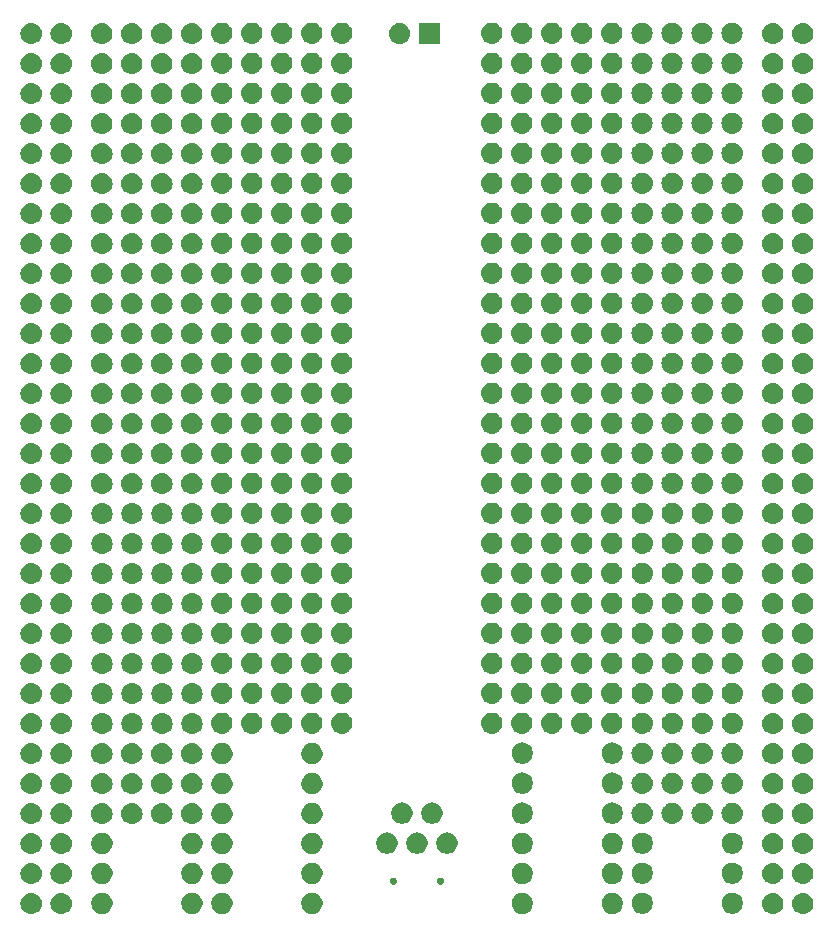
<source format=gbs>
G04 #@! TF.GenerationSoftware,KiCad,Pcbnew,(5.1.0)-1*
G04 #@! TF.CreationDate,2020-08-15T17:28:16-05:00*
G04 #@! TF.ProjectId,AltbierProto,416c7462-6965-4725-9072-6f746f2e6b69,rev?*
G04 #@! TF.SameCoordinates,Original*
G04 #@! TF.FileFunction,Soldermask,Bot*
G04 #@! TF.FilePolarity,Negative*
%FSLAX46Y46*%
G04 Gerber Fmt 4.6, Leading zero omitted, Abs format (unit mm)*
G04 Created by KiCad (PCBNEW (5.1.0)-1) date 2020-08-15 17:28:16*
%MOMM*%
%LPD*%
G04 APERTURE LIST*
%ADD10C,0.100000*%
G04 APERTURE END LIST*
D10*
G36*
X173890442Y-128085518D02*
G01*
X173956627Y-128092037D01*
X174126466Y-128143557D01*
X174282991Y-128227222D01*
X174318729Y-128256552D01*
X174420186Y-128339814D01*
X174503448Y-128441271D01*
X174532778Y-128477009D01*
X174616443Y-128633534D01*
X174667963Y-128803373D01*
X174685359Y-128980000D01*
X174667963Y-129156627D01*
X174616443Y-129326466D01*
X174532778Y-129482991D01*
X174503448Y-129518729D01*
X174420186Y-129620186D01*
X174318729Y-129703448D01*
X174282991Y-129732778D01*
X174126466Y-129816443D01*
X173956627Y-129867963D01*
X173890442Y-129874482D01*
X173824260Y-129881000D01*
X173735740Y-129881000D01*
X173669558Y-129874482D01*
X173603373Y-129867963D01*
X173433534Y-129816443D01*
X173277009Y-129732778D01*
X173241271Y-129703448D01*
X173139814Y-129620186D01*
X173056552Y-129518729D01*
X173027222Y-129482991D01*
X172943557Y-129326466D01*
X172892037Y-129156627D01*
X172874641Y-128980000D01*
X172892037Y-128803373D01*
X172943557Y-128633534D01*
X173027222Y-128477009D01*
X173056552Y-128441271D01*
X173139814Y-128339814D01*
X173241271Y-128256552D01*
X173277009Y-128227222D01*
X173433534Y-128143557D01*
X173603373Y-128092037D01*
X173669558Y-128085518D01*
X173735740Y-128079000D01*
X173824260Y-128079000D01*
X173890442Y-128085518D01*
X173890442Y-128085518D01*
G37*
G36*
X171350442Y-128085518D02*
G01*
X171416627Y-128092037D01*
X171586466Y-128143557D01*
X171742991Y-128227222D01*
X171778729Y-128256552D01*
X171880186Y-128339814D01*
X171963448Y-128441271D01*
X171992778Y-128477009D01*
X172076443Y-128633534D01*
X172127963Y-128803373D01*
X172145359Y-128980000D01*
X172127963Y-129156627D01*
X172076443Y-129326466D01*
X171992778Y-129482991D01*
X171963448Y-129518729D01*
X171880186Y-129620186D01*
X171778729Y-129703448D01*
X171742991Y-129732778D01*
X171586466Y-129816443D01*
X171416627Y-129867963D01*
X171350442Y-129874482D01*
X171284260Y-129881000D01*
X171195740Y-129881000D01*
X171129558Y-129874482D01*
X171063373Y-129867963D01*
X170893534Y-129816443D01*
X170737009Y-129732778D01*
X170701271Y-129703448D01*
X170599814Y-129620186D01*
X170516552Y-129518729D01*
X170487222Y-129482991D01*
X170403557Y-129326466D01*
X170352037Y-129156627D01*
X170334641Y-128980000D01*
X170352037Y-128803373D01*
X170403557Y-128633534D01*
X170487222Y-128477009D01*
X170516552Y-128441271D01*
X170599814Y-128339814D01*
X170701271Y-128256552D01*
X170737009Y-128227222D01*
X170893534Y-128143557D01*
X171063373Y-128092037D01*
X171129558Y-128085518D01*
X171195740Y-128079000D01*
X171284260Y-128079000D01*
X171350442Y-128085518D01*
X171350442Y-128085518D01*
G37*
G36*
X111110442Y-128085518D02*
G01*
X111176627Y-128092037D01*
X111346466Y-128143557D01*
X111502991Y-128227222D01*
X111538729Y-128256552D01*
X111640186Y-128339814D01*
X111723448Y-128441271D01*
X111752778Y-128477009D01*
X111836443Y-128633534D01*
X111887963Y-128803373D01*
X111905359Y-128980000D01*
X111887963Y-129156627D01*
X111836443Y-129326466D01*
X111752778Y-129482991D01*
X111723448Y-129518729D01*
X111640186Y-129620186D01*
X111538729Y-129703448D01*
X111502991Y-129732778D01*
X111346466Y-129816443D01*
X111176627Y-129867963D01*
X111110442Y-129874482D01*
X111044260Y-129881000D01*
X110955740Y-129881000D01*
X110889558Y-129874482D01*
X110823373Y-129867963D01*
X110653534Y-129816443D01*
X110497009Y-129732778D01*
X110461271Y-129703448D01*
X110359814Y-129620186D01*
X110276552Y-129518729D01*
X110247222Y-129482991D01*
X110163557Y-129326466D01*
X110112037Y-129156627D01*
X110094641Y-128980000D01*
X110112037Y-128803373D01*
X110163557Y-128633534D01*
X110247222Y-128477009D01*
X110276552Y-128441271D01*
X110359814Y-128339814D01*
X110461271Y-128256552D01*
X110497009Y-128227222D01*
X110653534Y-128143557D01*
X110823373Y-128092037D01*
X110889558Y-128085518D01*
X110955740Y-128079000D01*
X111044260Y-128079000D01*
X111110442Y-128085518D01*
X111110442Y-128085518D01*
G37*
G36*
X108570442Y-128085518D02*
G01*
X108636627Y-128092037D01*
X108806466Y-128143557D01*
X108962991Y-128227222D01*
X108998729Y-128256552D01*
X109100186Y-128339814D01*
X109183448Y-128441271D01*
X109212778Y-128477009D01*
X109296443Y-128633534D01*
X109347963Y-128803373D01*
X109365359Y-128980000D01*
X109347963Y-129156627D01*
X109296443Y-129326466D01*
X109212778Y-129482991D01*
X109183448Y-129518729D01*
X109100186Y-129620186D01*
X108998729Y-129703448D01*
X108962991Y-129732778D01*
X108806466Y-129816443D01*
X108636627Y-129867963D01*
X108570442Y-129874482D01*
X108504260Y-129881000D01*
X108415740Y-129881000D01*
X108349558Y-129874482D01*
X108283373Y-129867963D01*
X108113534Y-129816443D01*
X107957009Y-129732778D01*
X107921271Y-129703448D01*
X107819814Y-129620186D01*
X107736552Y-129518729D01*
X107707222Y-129482991D01*
X107623557Y-129326466D01*
X107572037Y-129156627D01*
X107554641Y-128980000D01*
X107572037Y-128803373D01*
X107623557Y-128633534D01*
X107707222Y-128477009D01*
X107736552Y-128441271D01*
X107819814Y-128339814D01*
X107921271Y-128256552D01*
X107957009Y-128227222D01*
X108113534Y-128143557D01*
X108283373Y-128092037D01*
X108349558Y-128085518D01*
X108415740Y-128079000D01*
X108504260Y-128079000D01*
X108570442Y-128085518D01*
X108570442Y-128085518D01*
G37*
G36*
X132343512Y-128073927D02*
G01*
X132492812Y-128103624D01*
X132656784Y-128171544D01*
X132804354Y-128270147D01*
X132929853Y-128395646D01*
X133028456Y-128543216D01*
X133096376Y-128707188D01*
X133131000Y-128881259D01*
X133131000Y-129058741D01*
X133096376Y-129232812D01*
X133028456Y-129396784D01*
X132929853Y-129544354D01*
X132804354Y-129669853D01*
X132656784Y-129768456D01*
X132492812Y-129836376D01*
X132343512Y-129866073D01*
X132318742Y-129871000D01*
X132141258Y-129871000D01*
X132116488Y-129866073D01*
X131967188Y-129836376D01*
X131803216Y-129768456D01*
X131655646Y-129669853D01*
X131530147Y-129544354D01*
X131431544Y-129396784D01*
X131363624Y-129232812D01*
X131329000Y-129058741D01*
X131329000Y-128881259D01*
X131363624Y-128707188D01*
X131431544Y-128543216D01*
X131530147Y-128395646D01*
X131655646Y-128270147D01*
X131803216Y-128171544D01*
X131967188Y-128103624D01*
X132116488Y-128073927D01*
X132141258Y-128069000D01*
X132318742Y-128069000D01*
X132343512Y-128073927D01*
X132343512Y-128073927D01*
G37*
G36*
X157773512Y-128073927D02*
G01*
X157922812Y-128103624D01*
X158086784Y-128171544D01*
X158234354Y-128270147D01*
X158359853Y-128395646D01*
X158458456Y-128543216D01*
X158526376Y-128707188D01*
X158561000Y-128881259D01*
X158561000Y-129058741D01*
X158526376Y-129232812D01*
X158458456Y-129396784D01*
X158359853Y-129544354D01*
X158234354Y-129669853D01*
X158086784Y-129768456D01*
X157922812Y-129836376D01*
X157773512Y-129866073D01*
X157748742Y-129871000D01*
X157571258Y-129871000D01*
X157546488Y-129866073D01*
X157397188Y-129836376D01*
X157233216Y-129768456D01*
X157085646Y-129669853D01*
X156960147Y-129544354D01*
X156861544Y-129396784D01*
X156793624Y-129232812D01*
X156759000Y-129058741D01*
X156759000Y-128881259D01*
X156793624Y-128707188D01*
X156861544Y-128543216D01*
X156960147Y-128395646D01*
X157085646Y-128270147D01*
X157233216Y-128171544D01*
X157397188Y-128103624D01*
X157546488Y-128073927D01*
X157571258Y-128069000D01*
X157748742Y-128069000D01*
X157773512Y-128073927D01*
X157773512Y-128073927D01*
G37*
G36*
X150153512Y-128073927D02*
G01*
X150302812Y-128103624D01*
X150466784Y-128171544D01*
X150614354Y-128270147D01*
X150739853Y-128395646D01*
X150838456Y-128543216D01*
X150906376Y-128707188D01*
X150941000Y-128881259D01*
X150941000Y-129058741D01*
X150906376Y-129232812D01*
X150838456Y-129396784D01*
X150739853Y-129544354D01*
X150614354Y-129669853D01*
X150466784Y-129768456D01*
X150302812Y-129836376D01*
X150153512Y-129866073D01*
X150128742Y-129871000D01*
X149951258Y-129871000D01*
X149926488Y-129866073D01*
X149777188Y-129836376D01*
X149613216Y-129768456D01*
X149465646Y-129669853D01*
X149340147Y-129544354D01*
X149241544Y-129396784D01*
X149173624Y-129232812D01*
X149139000Y-129058741D01*
X149139000Y-128881259D01*
X149173624Y-128707188D01*
X149241544Y-128543216D01*
X149340147Y-128395646D01*
X149465646Y-128270147D01*
X149613216Y-128171544D01*
X149777188Y-128103624D01*
X149926488Y-128073927D01*
X149951258Y-128069000D01*
X150128742Y-128069000D01*
X150153512Y-128073927D01*
X150153512Y-128073927D01*
G37*
G36*
X114563512Y-128073927D02*
G01*
X114712812Y-128103624D01*
X114876784Y-128171544D01*
X115024354Y-128270147D01*
X115149853Y-128395646D01*
X115248456Y-128543216D01*
X115316376Y-128707188D01*
X115351000Y-128881259D01*
X115351000Y-129058741D01*
X115316376Y-129232812D01*
X115248456Y-129396784D01*
X115149853Y-129544354D01*
X115024354Y-129669853D01*
X114876784Y-129768456D01*
X114712812Y-129836376D01*
X114563512Y-129866073D01*
X114538742Y-129871000D01*
X114361258Y-129871000D01*
X114336488Y-129866073D01*
X114187188Y-129836376D01*
X114023216Y-129768456D01*
X113875646Y-129669853D01*
X113750147Y-129544354D01*
X113651544Y-129396784D01*
X113583624Y-129232812D01*
X113549000Y-129058741D01*
X113549000Y-128881259D01*
X113583624Y-128707188D01*
X113651544Y-128543216D01*
X113750147Y-128395646D01*
X113875646Y-128270147D01*
X114023216Y-128171544D01*
X114187188Y-128103624D01*
X114336488Y-128073927D01*
X114361258Y-128069000D01*
X114538742Y-128069000D01*
X114563512Y-128073927D01*
X114563512Y-128073927D01*
G37*
G36*
X122183512Y-128073927D02*
G01*
X122332812Y-128103624D01*
X122496784Y-128171544D01*
X122644354Y-128270147D01*
X122769853Y-128395646D01*
X122868456Y-128543216D01*
X122936376Y-128707188D01*
X122971000Y-128881259D01*
X122971000Y-129058741D01*
X122936376Y-129232812D01*
X122868456Y-129396784D01*
X122769853Y-129544354D01*
X122644354Y-129669853D01*
X122496784Y-129768456D01*
X122332812Y-129836376D01*
X122183512Y-129866073D01*
X122158742Y-129871000D01*
X121981258Y-129871000D01*
X121956488Y-129866073D01*
X121807188Y-129836376D01*
X121643216Y-129768456D01*
X121495646Y-129669853D01*
X121370147Y-129544354D01*
X121271544Y-129396784D01*
X121203624Y-129232812D01*
X121169000Y-129058741D01*
X121169000Y-128881259D01*
X121203624Y-128707188D01*
X121271544Y-128543216D01*
X121370147Y-128395646D01*
X121495646Y-128270147D01*
X121643216Y-128171544D01*
X121807188Y-128103624D01*
X121956488Y-128073927D01*
X121981258Y-128069000D01*
X122158742Y-128069000D01*
X122183512Y-128073927D01*
X122183512Y-128073927D01*
G37*
G36*
X124723512Y-128073927D02*
G01*
X124872812Y-128103624D01*
X125036784Y-128171544D01*
X125184354Y-128270147D01*
X125309853Y-128395646D01*
X125408456Y-128543216D01*
X125476376Y-128707188D01*
X125511000Y-128881259D01*
X125511000Y-129058741D01*
X125476376Y-129232812D01*
X125408456Y-129396784D01*
X125309853Y-129544354D01*
X125184354Y-129669853D01*
X125036784Y-129768456D01*
X124872812Y-129836376D01*
X124723512Y-129866073D01*
X124698742Y-129871000D01*
X124521258Y-129871000D01*
X124496488Y-129866073D01*
X124347188Y-129836376D01*
X124183216Y-129768456D01*
X124035646Y-129669853D01*
X123910147Y-129544354D01*
X123811544Y-129396784D01*
X123743624Y-129232812D01*
X123709000Y-129058741D01*
X123709000Y-128881259D01*
X123743624Y-128707188D01*
X123811544Y-128543216D01*
X123910147Y-128395646D01*
X124035646Y-128270147D01*
X124183216Y-128171544D01*
X124347188Y-128103624D01*
X124496488Y-128073927D01*
X124521258Y-128069000D01*
X124698742Y-128069000D01*
X124723512Y-128073927D01*
X124723512Y-128073927D01*
G37*
G36*
X167933512Y-128063927D02*
G01*
X168082812Y-128093624D01*
X168246784Y-128161544D01*
X168394354Y-128260147D01*
X168519853Y-128385646D01*
X168618456Y-128533216D01*
X168686376Y-128697188D01*
X168721000Y-128871259D01*
X168721000Y-129048741D01*
X168686376Y-129222812D01*
X168618456Y-129386784D01*
X168519853Y-129534354D01*
X168394354Y-129659853D01*
X168246784Y-129758456D01*
X168082812Y-129826376D01*
X167933512Y-129856073D01*
X167908742Y-129861000D01*
X167731258Y-129861000D01*
X167706488Y-129856073D01*
X167557188Y-129826376D01*
X167393216Y-129758456D01*
X167245646Y-129659853D01*
X167120147Y-129534354D01*
X167021544Y-129386784D01*
X166953624Y-129222812D01*
X166919000Y-129048741D01*
X166919000Y-128871259D01*
X166953624Y-128697188D01*
X167021544Y-128533216D01*
X167120147Y-128385646D01*
X167245646Y-128260147D01*
X167393216Y-128161544D01*
X167557188Y-128093624D01*
X167706488Y-128063927D01*
X167731258Y-128059000D01*
X167908742Y-128059000D01*
X167933512Y-128063927D01*
X167933512Y-128063927D01*
G37*
G36*
X160313512Y-128063927D02*
G01*
X160462812Y-128093624D01*
X160626784Y-128161544D01*
X160774354Y-128260147D01*
X160899853Y-128385646D01*
X160998456Y-128533216D01*
X161066376Y-128697188D01*
X161101000Y-128871259D01*
X161101000Y-129048741D01*
X161066376Y-129222812D01*
X160998456Y-129386784D01*
X160899853Y-129534354D01*
X160774354Y-129659853D01*
X160626784Y-129758456D01*
X160462812Y-129826376D01*
X160313512Y-129856073D01*
X160288742Y-129861000D01*
X160111258Y-129861000D01*
X160086488Y-129856073D01*
X159937188Y-129826376D01*
X159773216Y-129758456D01*
X159625646Y-129659853D01*
X159500147Y-129534354D01*
X159401544Y-129386784D01*
X159333624Y-129222812D01*
X159299000Y-129048741D01*
X159299000Y-128871259D01*
X159333624Y-128697188D01*
X159401544Y-128533216D01*
X159500147Y-128385646D01*
X159625646Y-128260147D01*
X159773216Y-128161544D01*
X159937188Y-128093624D01*
X160086488Y-128063927D01*
X160111258Y-128059000D01*
X160288742Y-128059000D01*
X160313512Y-128063927D01*
X160313512Y-128063927D01*
G37*
G36*
X143207797Y-126800567D02*
G01*
X143262575Y-126823257D01*
X143262577Y-126823258D01*
X143311876Y-126856198D01*
X143353802Y-126898124D01*
X143386742Y-126947423D01*
X143386743Y-126947425D01*
X143409433Y-127002203D01*
X143421000Y-127060353D01*
X143421000Y-127119647D01*
X143409433Y-127177797D01*
X143403227Y-127192779D01*
X143386742Y-127232577D01*
X143353802Y-127281876D01*
X143311876Y-127323802D01*
X143262577Y-127356742D01*
X143262576Y-127356743D01*
X143262575Y-127356743D01*
X143207797Y-127379433D01*
X143149647Y-127391000D01*
X143090353Y-127391000D01*
X143032203Y-127379433D01*
X142977425Y-127356743D01*
X142977424Y-127356743D01*
X142977423Y-127356742D01*
X142928124Y-127323802D01*
X142886198Y-127281876D01*
X142853258Y-127232577D01*
X142836773Y-127192779D01*
X142830567Y-127177797D01*
X142819000Y-127119647D01*
X142819000Y-127060353D01*
X142830567Y-127002203D01*
X142853257Y-126947425D01*
X142853258Y-126947423D01*
X142886198Y-126898124D01*
X142928124Y-126856198D01*
X142977423Y-126823258D01*
X142977425Y-126823257D01*
X143032203Y-126800567D01*
X143090353Y-126789000D01*
X143149647Y-126789000D01*
X143207797Y-126800567D01*
X143207797Y-126800567D01*
G37*
G36*
X139207797Y-126800567D02*
G01*
X139262575Y-126823257D01*
X139262577Y-126823258D01*
X139311876Y-126856198D01*
X139353802Y-126898124D01*
X139386742Y-126947423D01*
X139386743Y-126947425D01*
X139409433Y-127002203D01*
X139421000Y-127060353D01*
X139421000Y-127119647D01*
X139409433Y-127177797D01*
X139403227Y-127192779D01*
X139386742Y-127232577D01*
X139353802Y-127281876D01*
X139311876Y-127323802D01*
X139262577Y-127356742D01*
X139262576Y-127356743D01*
X139262575Y-127356743D01*
X139207797Y-127379433D01*
X139149647Y-127391000D01*
X139090353Y-127391000D01*
X139032203Y-127379433D01*
X138977425Y-127356743D01*
X138977424Y-127356743D01*
X138977423Y-127356742D01*
X138928124Y-127323802D01*
X138886198Y-127281876D01*
X138853258Y-127232577D01*
X138836773Y-127192779D01*
X138830567Y-127177797D01*
X138819000Y-127119647D01*
X138819000Y-127060353D01*
X138830567Y-127002203D01*
X138853257Y-126947425D01*
X138853258Y-126947423D01*
X138886198Y-126898124D01*
X138928124Y-126856198D01*
X138977423Y-126823258D01*
X138977425Y-126823257D01*
X139032203Y-126800567D01*
X139090353Y-126789000D01*
X139149647Y-126789000D01*
X139207797Y-126800567D01*
X139207797Y-126800567D01*
G37*
G36*
X173890443Y-125545519D02*
G01*
X173956627Y-125552037D01*
X174126466Y-125603557D01*
X174282991Y-125687222D01*
X174318729Y-125716552D01*
X174420186Y-125799814D01*
X174503448Y-125901271D01*
X174532778Y-125937009D01*
X174616443Y-126093534D01*
X174667963Y-126263373D01*
X174685359Y-126440000D01*
X174667963Y-126616627D01*
X174616443Y-126786466D01*
X174532778Y-126942991D01*
X174529139Y-126947425D01*
X174420186Y-127080186D01*
X174318729Y-127163448D01*
X174282991Y-127192778D01*
X174126466Y-127276443D01*
X173956627Y-127327963D01*
X173890442Y-127334482D01*
X173824260Y-127341000D01*
X173735740Y-127341000D01*
X173669558Y-127334482D01*
X173603373Y-127327963D01*
X173433534Y-127276443D01*
X173277009Y-127192778D01*
X173241271Y-127163448D01*
X173139814Y-127080186D01*
X173030861Y-126947425D01*
X173027222Y-126942991D01*
X172943557Y-126786466D01*
X172892037Y-126616627D01*
X172874641Y-126440000D01*
X172892037Y-126263373D01*
X172943557Y-126093534D01*
X173027222Y-125937009D01*
X173056552Y-125901271D01*
X173139814Y-125799814D01*
X173241271Y-125716552D01*
X173277009Y-125687222D01*
X173433534Y-125603557D01*
X173603373Y-125552037D01*
X173669557Y-125545519D01*
X173735740Y-125539000D01*
X173824260Y-125539000D01*
X173890443Y-125545519D01*
X173890443Y-125545519D01*
G37*
G36*
X108570443Y-125545519D02*
G01*
X108636627Y-125552037D01*
X108806466Y-125603557D01*
X108962991Y-125687222D01*
X108998729Y-125716552D01*
X109100186Y-125799814D01*
X109183448Y-125901271D01*
X109212778Y-125937009D01*
X109296443Y-126093534D01*
X109347963Y-126263373D01*
X109365359Y-126440000D01*
X109347963Y-126616627D01*
X109296443Y-126786466D01*
X109212778Y-126942991D01*
X109209139Y-126947425D01*
X109100186Y-127080186D01*
X108998729Y-127163448D01*
X108962991Y-127192778D01*
X108806466Y-127276443D01*
X108636627Y-127327963D01*
X108570442Y-127334482D01*
X108504260Y-127341000D01*
X108415740Y-127341000D01*
X108349558Y-127334482D01*
X108283373Y-127327963D01*
X108113534Y-127276443D01*
X107957009Y-127192778D01*
X107921271Y-127163448D01*
X107819814Y-127080186D01*
X107710861Y-126947425D01*
X107707222Y-126942991D01*
X107623557Y-126786466D01*
X107572037Y-126616627D01*
X107554641Y-126440000D01*
X107572037Y-126263373D01*
X107623557Y-126093534D01*
X107707222Y-125937009D01*
X107736552Y-125901271D01*
X107819814Y-125799814D01*
X107921271Y-125716552D01*
X107957009Y-125687222D01*
X108113534Y-125603557D01*
X108283373Y-125552037D01*
X108349557Y-125545519D01*
X108415740Y-125539000D01*
X108504260Y-125539000D01*
X108570443Y-125545519D01*
X108570443Y-125545519D01*
G37*
G36*
X171350443Y-125545519D02*
G01*
X171416627Y-125552037D01*
X171586466Y-125603557D01*
X171742991Y-125687222D01*
X171778729Y-125716552D01*
X171880186Y-125799814D01*
X171963448Y-125901271D01*
X171992778Y-125937009D01*
X172076443Y-126093534D01*
X172127963Y-126263373D01*
X172145359Y-126440000D01*
X172127963Y-126616627D01*
X172076443Y-126786466D01*
X171992778Y-126942991D01*
X171989139Y-126947425D01*
X171880186Y-127080186D01*
X171778729Y-127163448D01*
X171742991Y-127192778D01*
X171586466Y-127276443D01*
X171416627Y-127327963D01*
X171350442Y-127334482D01*
X171284260Y-127341000D01*
X171195740Y-127341000D01*
X171129558Y-127334482D01*
X171063373Y-127327963D01*
X170893534Y-127276443D01*
X170737009Y-127192778D01*
X170701271Y-127163448D01*
X170599814Y-127080186D01*
X170490861Y-126947425D01*
X170487222Y-126942991D01*
X170403557Y-126786466D01*
X170352037Y-126616627D01*
X170334641Y-126440000D01*
X170352037Y-126263373D01*
X170403557Y-126093534D01*
X170487222Y-125937009D01*
X170516552Y-125901271D01*
X170599814Y-125799814D01*
X170701271Y-125716552D01*
X170737009Y-125687222D01*
X170893534Y-125603557D01*
X171063373Y-125552037D01*
X171129557Y-125545519D01*
X171195740Y-125539000D01*
X171284260Y-125539000D01*
X171350443Y-125545519D01*
X171350443Y-125545519D01*
G37*
G36*
X111110443Y-125545519D02*
G01*
X111176627Y-125552037D01*
X111346466Y-125603557D01*
X111502991Y-125687222D01*
X111538729Y-125716552D01*
X111640186Y-125799814D01*
X111723448Y-125901271D01*
X111752778Y-125937009D01*
X111836443Y-126093534D01*
X111887963Y-126263373D01*
X111905359Y-126440000D01*
X111887963Y-126616627D01*
X111836443Y-126786466D01*
X111752778Y-126942991D01*
X111749139Y-126947425D01*
X111640186Y-127080186D01*
X111538729Y-127163448D01*
X111502991Y-127192778D01*
X111346466Y-127276443D01*
X111176627Y-127327963D01*
X111110442Y-127334482D01*
X111044260Y-127341000D01*
X110955740Y-127341000D01*
X110889558Y-127334482D01*
X110823373Y-127327963D01*
X110653534Y-127276443D01*
X110497009Y-127192778D01*
X110461271Y-127163448D01*
X110359814Y-127080186D01*
X110250861Y-126947425D01*
X110247222Y-126942991D01*
X110163557Y-126786466D01*
X110112037Y-126616627D01*
X110094641Y-126440000D01*
X110112037Y-126263373D01*
X110163557Y-126093534D01*
X110247222Y-125937009D01*
X110276552Y-125901271D01*
X110359814Y-125799814D01*
X110461271Y-125716552D01*
X110497009Y-125687222D01*
X110653534Y-125603557D01*
X110823373Y-125552037D01*
X110889557Y-125545519D01*
X110955740Y-125539000D01*
X111044260Y-125539000D01*
X111110443Y-125545519D01*
X111110443Y-125545519D01*
G37*
G36*
X132343512Y-125533927D02*
G01*
X132492812Y-125563624D01*
X132656784Y-125631544D01*
X132804354Y-125730147D01*
X132929853Y-125855646D01*
X133028456Y-126003216D01*
X133096376Y-126167188D01*
X133131000Y-126341259D01*
X133131000Y-126518741D01*
X133096376Y-126692812D01*
X133028456Y-126856784D01*
X132929853Y-127004354D01*
X132804354Y-127129853D01*
X132656784Y-127228456D01*
X132492812Y-127296376D01*
X132343512Y-127326073D01*
X132318742Y-127331000D01*
X132141258Y-127331000D01*
X132116488Y-127326073D01*
X131967188Y-127296376D01*
X131803216Y-127228456D01*
X131655646Y-127129853D01*
X131530147Y-127004354D01*
X131431544Y-126856784D01*
X131363624Y-126692812D01*
X131329000Y-126518741D01*
X131329000Y-126341259D01*
X131363624Y-126167188D01*
X131431544Y-126003216D01*
X131530147Y-125855646D01*
X131655646Y-125730147D01*
X131803216Y-125631544D01*
X131967188Y-125563624D01*
X132116488Y-125533927D01*
X132141258Y-125529000D01*
X132318742Y-125529000D01*
X132343512Y-125533927D01*
X132343512Y-125533927D01*
G37*
G36*
X114563512Y-125533927D02*
G01*
X114712812Y-125563624D01*
X114876784Y-125631544D01*
X115024354Y-125730147D01*
X115149853Y-125855646D01*
X115248456Y-126003216D01*
X115316376Y-126167188D01*
X115351000Y-126341259D01*
X115351000Y-126518741D01*
X115316376Y-126692812D01*
X115248456Y-126856784D01*
X115149853Y-127004354D01*
X115024354Y-127129853D01*
X114876784Y-127228456D01*
X114712812Y-127296376D01*
X114563512Y-127326073D01*
X114538742Y-127331000D01*
X114361258Y-127331000D01*
X114336488Y-127326073D01*
X114187188Y-127296376D01*
X114023216Y-127228456D01*
X113875646Y-127129853D01*
X113750147Y-127004354D01*
X113651544Y-126856784D01*
X113583624Y-126692812D01*
X113549000Y-126518741D01*
X113549000Y-126341259D01*
X113583624Y-126167188D01*
X113651544Y-126003216D01*
X113750147Y-125855646D01*
X113875646Y-125730147D01*
X114023216Y-125631544D01*
X114187188Y-125563624D01*
X114336488Y-125533927D01*
X114361258Y-125529000D01*
X114538742Y-125529000D01*
X114563512Y-125533927D01*
X114563512Y-125533927D01*
G37*
G36*
X122183512Y-125533927D02*
G01*
X122332812Y-125563624D01*
X122496784Y-125631544D01*
X122644354Y-125730147D01*
X122769853Y-125855646D01*
X122868456Y-126003216D01*
X122936376Y-126167188D01*
X122971000Y-126341259D01*
X122971000Y-126518741D01*
X122936376Y-126692812D01*
X122868456Y-126856784D01*
X122769853Y-127004354D01*
X122644354Y-127129853D01*
X122496784Y-127228456D01*
X122332812Y-127296376D01*
X122183512Y-127326073D01*
X122158742Y-127331000D01*
X121981258Y-127331000D01*
X121956488Y-127326073D01*
X121807188Y-127296376D01*
X121643216Y-127228456D01*
X121495646Y-127129853D01*
X121370147Y-127004354D01*
X121271544Y-126856784D01*
X121203624Y-126692812D01*
X121169000Y-126518741D01*
X121169000Y-126341259D01*
X121203624Y-126167188D01*
X121271544Y-126003216D01*
X121370147Y-125855646D01*
X121495646Y-125730147D01*
X121643216Y-125631544D01*
X121807188Y-125563624D01*
X121956488Y-125533927D01*
X121981258Y-125529000D01*
X122158742Y-125529000D01*
X122183512Y-125533927D01*
X122183512Y-125533927D01*
G37*
G36*
X157773512Y-125533927D02*
G01*
X157922812Y-125563624D01*
X158086784Y-125631544D01*
X158234354Y-125730147D01*
X158359853Y-125855646D01*
X158458456Y-126003216D01*
X158526376Y-126167188D01*
X158561000Y-126341259D01*
X158561000Y-126518741D01*
X158526376Y-126692812D01*
X158458456Y-126856784D01*
X158359853Y-127004354D01*
X158234354Y-127129853D01*
X158086784Y-127228456D01*
X157922812Y-127296376D01*
X157773512Y-127326073D01*
X157748742Y-127331000D01*
X157571258Y-127331000D01*
X157546488Y-127326073D01*
X157397188Y-127296376D01*
X157233216Y-127228456D01*
X157085646Y-127129853D01*
X156960147Y-127004354D01*
X156861544Y-126856784D01*
X156793624Y-126692812D01*
X156759000Y-126518741D01*
X156759000Y-126341259D01*
X156793624Y-126167188D01*
X156861544Y-126003216D01*
X156960147Y-125855646D01*
X157085646Y-125730147D01*
X157233216Y-125631544D01*
X157397188Y-125563624D01*
X157546488Y-125533927D01*
X157571258Y-125529000D01*
X157748742Y-125529000D01*
X157773512Y-125533927D01*
X157773512Y-125533927D01*
G37*
G36*
X124723512Y-125533927D02*
G01*
X124872812Y-125563624D01*
X125036784Y-125631544D01*
X125184354Y-125730147D01*
X125309853Y-125855646D01*
X125408456Y-126003216D01*
X125476376Y-126167188D01*
X125511000Y-126341259D01*
X125511000Y-126518741D01*
X125476376Y-126692812D01*
X125408456Y-126856784D01*
X125309853Y-127004354D01*
X125184354Y-127129853D01*
X125036784Y-127228456D01*
X124872812Y-127296376D01*
X124723512Y-127326073D01*
X124698742Y-127331000D01*
X124521258Y-127331000D01*
X124496488Y-127326073D01*
X124347188Y-127296376D01*
X124183216Y-127228456D01*
X124035646Y-127129853D01*
X123910147Y-127004354D01*
X123811544Y-126856784D01*
X123743624Y-126692812D01*
X123709000Y-126518741D01*
X123709000Y-126341259D01*
X123743624Y-126167188D01*
X123811544Y-126003216D01*
X123910147Y-125855646D01*
X124035646Y-125730147D01*
X124183216Y-125631544D01*
X124347188Y-125563624D01*
X124496488Y-125533927D01*
X124521258Y-125529000D01*
X124698742Y-125529000D01*
X124723512Y-125533927D01*
X124723512Y-125533927D01*
G37*
G36*
X150153512Y-125533927D02*
G01*
X150302812Y-125563624D01*
X150466784Y-125631544D01*
X150614354Y-125730147D01*
X150739853Y-125855646D01*
X150838456Y-126003216D01*
X150906376Y-126167188D01*
X150941000Y-126341259D01*
X150941000Y-126518741D01*
X150906376Y-126692812D01*
X150838456Y-126856784D01*
X150739853Y-127004354D01*
X150614354Y-127129853D01*
X150466784Y-127228456D01*
X150302812Y-127296376D01*
X150153512Y-127326073D01*
X150128742Y-127331000D01*
X149951258Y-127331000D01*
X149926488Y-127326073D01*
X149777188Y-127296376D01*
X149613216Y-127228456D01*
X149465646Y-127129853D01*
X149340147Y-127004354D01*
X149241544Y-126856784D01*
X149173624Y-126692812D01*
X149139000Y-126518741D01*
X149139000Y-126341259D01*
X149173624Y-126167188D01*
X149241544Y-126003216D01*
X149340147Y-125855646D01*
X149465646Y-125730147D01*
X149613216Y-125631544D01*
X149777188Y-125563624D01*
X149926488Y-125533927D01*
X149951258Y-125529000D01*
X150128742Y-125529000D01*
X150153512Y-125533927D01*
X150153512Y-125533927D01*
G37*
G36*
X167933512Y-125523927D02*
G01*
X168082812Y-125553624D01*
X168246784Y-125621544D01*
X168394354Y-125720147D01*
X168519853Y-125845646D01*
X168618456Y-125993216D01*
X168686376Y-126157188D01*
X168721000Y-126331259D01*
X168721000Y-126508741D01*
X168686376Y-126682812D01*
X168618456Y-126846784D01*
X168519853Y-126994354D01*
X168394354Y-127119853D01*
X168246784Y-127218456D01*
X168082812Y-127286376D01*
X167933512Y-127316073D01*
X167908742Y-127321000D01*
X167731258Y-127321000D01*
X167706488Y-127316073D01*
X167557188Y-127286376D01*
X167393216Y-127218456D01*
X167245646Y-127119853D01*
X167120147Y-126994354D01*
X167021544Y-126846784D01*
X166953624Y-126682812D01*
X166919000Y-126508741D01*
X166919000Y-126331259D01*
X166953624Y-126157188D01*
X167021544Y-125993216D01*
X167120147Y-125845646D01*
X167245646Y-125720147D01*
X167393216Y-125621544D01*
X167557188Y-125553624D01*
X167706488Y-125523927D01*
X167731258Y-125519000D01*
X167908742Y-125519000D01*
X167933512Y-125523927D01*
X167933512Y-125523927D01*
G37*
G36*
X160313512Y-125523927D02*
G01*
X160462812Y-125553624D01*
X160626784Y-125621544D01*
X160774354Y-125720147D01*
X160899853Y-125845646D01*
X160998456Y-125993216D01*
X161066376Y-126157188D01*
X161101000Y-126331259D01*
X161101000Y-126508741D01*
X161066376Y-126682812D01*
X160998456Y-126846784D01*
X160899853Y-126994354D01*
X160774354Y-127119853D01*
X160626784Y-127218456D01*
X160462812Y-127286376D01*
X160313512Y-127316073D01*
X160288742Y-127321000D01*
X160111258Y-127321000D01*
X160086488Y-127316073D01*
X159937188Y-127286376D01*
X159773216Y-127218456D01*
X159625646Y-127119853D01*
X159500147Y-126994354D01*
X159401544Y-126846784D01*
X159333624Y-126682812D01*
X159299000Y-126508741D01*
X159299000Y-126331259D01*
X159333624Y-126157188D01*
X159401544Y-125993216D01*
X159500147Y-125845646D01*
X159625646Y-125720147D01*
X159773216Y-125621544D01*
X159937188Y-125553624D01*
X160086488Y-125523927D01*
X160111258Y-125519000D01*
X160288742Y-125519000D01*
X160313512Y-125523927D01*
X160313512Y-125523927D01*
G37*
G36*
X173890443Y-123005519D02*
G01*
X173956627Y-123012037D01*
X174126466Y-123063557D01*
X174282991Y-123147222D01*
X174310925Y-123170147D01*
X174420186Y-123259814D01*
X174503448Y-123361271D01*
X174532778Y-123397009D01*
X174616443Y-123553534D01*
X174667963Y-123723373D01*
X174685359Y-123900000D01*
X174667963Y-124076627D01*
X174616443Y-124246466D01*
X174532778Y-124402991D01*
X174503448Y-124438729D01*
X174420186Y-124540186D01*
X174347480Y-124599853D01*
X174282991Y-124652778D01*
X174126466Y-124736443D01*
X173956627Y-124787963D01*
X173890443Y-124794481D01*
X173824260Y-124801000D01*
X173735740Y-124801000D01*
X173669557Y-124794481D01*
X173603373Y-124787963D01*
X173433534Y-124736443D01*
X173277009Y-124652778D01*
X173212520Y-124599853D01*
X173139814Y-124540186D01*
X173056552Y-124438729D01*
X173027222Y-124402991D01*
X172943557Y-124246466D01*
X172892037Y-124076627D01*
X172874641Y-123900000D01*
X172892037Y-123723373D01*
X172943557Y-123553534D01*
X173027222Y-123397009D01*
X173056552Y-123361271D01*
X173139814Y-123259814D01*
X173249075Y-123170147D01*
X173277009Y-123147222D01*
X173433534Y-123063557D01*
X173603373Y-123012037D01*
X173669557Y-123005519D01*
X173735740Y-122999000D01*
X173824260Y-122999000D01*
X173890443Y-123005519D01*
X173890443Y-123005519D01*
G37*
G36*
X111110443Y-123005519D02*
G01*
X111176627Y-123012037D01*
X111346466Y-123063557D01*
X111502991Y-123147222D01*
X111530925Y-123170147D01*
X111640186Y-123259814D01*
X111723448Y-123361271D01*
X111752778Y-123397009D01*
X111836443Y-123553534D01*
X111887963Y-123723373D01*
X111905359Y-123900000D01*
X111887963Y-124076627D01*
X111836443Y-124246466D01*
X111752778Y-124402991D01*
X111723448Y-124438729D01*
X111640186Y-124540186D01*
X111567480Y-124599853D01*
X111502991Y-124652778D01*
X111346466Y-124736443D01*
X111176627Y-124787963D01*
X111110443Y-124794481D01*
X111044260Y-124801000D01*
X110955740Y-124801000D01*
X110889557Y-124794481D01*
X110823373Y-124787963D01*
X110653534Y-124736443D01*
X110497009Y-124652778D01*
X110432520Y-124599853D01*
X110359814Y-124540186D01*
X110276552Y-124438729D01*
X110247222Y-124402991D01*
X110163557Y-124246466D01*
X110112037Y-124076627D01*
X110094641Y-123900000D01*
X110112037Y-123723373D01*
X110163557Y-123553534D01*
X110247222Y-123397009D01*
X110276552Y-123361271D01*
X110359814Y-123259814D01*
X110469075Y-123170147D01*
X110497009Y-123147222D01*
X110653534Y-123063557D01*
X110823373Y-123012037D01*
X110889557Y-123005519D01*
X110955740Y-122999000D01*
X111044260Y-122999000D01*
X111110443Y-123005519D01*
X111110443Y-123005519D01*
G37*
G36*
X108570443Y-123005519D02*
G01*
X108636627Y-123012037D01*
X108806466Y-123063557D01*
X108962991Y-123147222D01*
X108990925Y-123170147D01*
X109100186Y-123259814D01*
X109183448Y-123361271D01*
X109212778Y-123397009D01*
X109296443Y-123553534D01*
X109347963Y-123723373D01*
X109365359Y-123900000D01*
X109347963Y-124076627D01*
X109296443Y-124246466D01*
X109212778Y-124402991D01*
X109183448Y-124438729D01*
X109100186Y-124540186D01*
X109027480Y-124599853D01*
X108962991Y-124652778D01*
X108806466Y-124736443D01*
X108636627Y-124787963D01*
X108570443Y-124794481D01*
X108504260Y-124801000D01*
X108415740Y-124801000D01*
X108349557Y-124794481D01*
X108283373Y-124787963D01*
X108113534Y-124736443D01*
X107957009Y-124652778D01*
X107892520Y-124599853D01*
X107819814Y-124540186D01*
X107736552Y-124438729D01*
X107707222Y-124402991D01*
X107623557Y-124246466D01*
X107572037Y-124076627D01*
X107554641Y-123900000D01*
X107572037Y-123723373D01*
X107623557Y-123553534D01*
X107707222Y-123397009D01*
X107736552Y-123361271D01*
X107819814Y-123259814D01*
X107929075Y-123170147D01*
X107957009Y-123147222D01*
X108113534Y-123063557D01*
X108283373Y-123012037D01*
X108349557Y-123005519D01*
X108415740Y-122999000D01*
X108504260Y-122999000D01*
X108570443Y-123005519D01*
X108570443Y-123005519D01*
G37*
G36*
X171350443Y-123005519D02*
G01*
X171416627Y-123012037D01*
X171586466Y-123063557D01*
X171742991Y-123147222D01*
X171770925Y-123170147D01*
X171880186Y-123259814D01*
X171963448Y-123361271D01*
X171992778Y-123397009D01*
X172076443Y-123553534D01*
X172127963Y-123723373D01*
X172145359Y-123900000D01*
X172127963Y-124076627D01*
X172076443Y-124246466D01*
X171992778Y-124402991D01*
X171963448Y-124438729D01*
X171880186Y-124540186D01*
X171807480Y-124599853D01*
X171742991Y-124652778D01*
X171586466Y-124736443D01*
X171416627Y-124787963D01*
X171350443Y-124794481D01*
X171284260Y-124801000D01*
X171195740Y-124801000D01*
X171129557Y-124794481D01*
X171063373Y-124787963D01*
X170893534Y-124736443D01*
X170737009Y-124652778D01*
X170672520Y-124599853D01*
X170599814Y-124540186D01*
X170516552Y-124438729D01*
X170487222Y-124402991D01*
X170403557Y-124246466D01*
X170352037Y-124076627D01*
X170334641Y-123900000D01*
X170352037Y-123723373D01*
X170403557Y-123553534D01*
X170487222Y-123397009D01*
X170516552Y-123361271D01*
X170599814Y-123259814D01*
X170709075Y-123170147D01*
X170737009Y-123147222D01*
X170893534Y-123063557D01*
X171063373Y-123012037D01*
X171129557Y-123005519D01*
X171195740Y-122999000D01*
X171284260Y-122999000D01*
X171350443Y-123005519D01*
X171350443Y-123005519D01*
G37*
G36*
X114561988Y-123003624D02*
G01*
X114712812Y-123033624D01*
X114876784Y-123101544D01*
X115024354Y-123200147D01*
X115149853Y-123325646D01*
X115248456Y-123473216D01*
X115316376Y-123637188D01*
X115351000Y-123811259D01*
X115351000Y-123988741D01*
X115316376Y-124162812D01*
X115248456Y-124326784D01*
X115149853Y-124474354D01*
X115024354Y-124599853D01*
X114876784Y-124698456D01*
X114712812Y-124766376D01*
X114563512Y-124796073D01*
X114538742Y-124801000D01*
X114361258Y-124801000D01*
X114336488Y-124796073D01*
X114187188Y-124766376D01*
X114023216Y-124698456D01*
X113875646Y-124599853D01*
X113750147Y-124474354D01*
X113651544Y-124326784D01*
X113583624Y-124162812D01*
X113549000Y-123988741D01*
X113549000Y-123811259D01*
X113583624Y-123637188D01*
X113651544Y-123473216D01*
X113750147Y-123325646D01*
X113875646Y-123200147D01*
X114023216Y-123101544D01*
X114187188Y-123033624D01*
X114338012Y-123003624D01*
X114361258Y-122999000D01*
X114538742Y-122999000D01*
X114561988Y-123003624D01*
X114561988Y-123003624D01*
G37*
G36*
X122181988Y-123003624D02*
G01*
X122332812Y-123033624D01*
X122496784Y-123101544D01*
X122644354Y-123200147D01*
X122769853Y-123325646D01*
X122868456Y-123473216D01*
X122936376Y-123637188D01*
X122971000Y-123811259D01*
X122971000Y-123988741D01*
X122936376Y-124162812D01*
X122868456Y-124326784D01*
X122769853Y-124474354D01*
X122644354Y-124599853D01*
X122496784Y-124698456D01*
X122332812Y-124766376D01*
X122183512Y-124796073D01*
X122158742Y-124801000D01*
X121981258Y-124801000D01*
X121956488Y-124796073D01*
X121807188Y-124766376D01*
X121643216Y-124698456D01*
X121495646Y-124599853D01*
X121370147Y-124474354D01*
X121271544Y-124326784D01*
X121203624Y-124162812D01*
X121169000Y-123988741D01*
X121169000Y-123811259D01*
X121203624Y-123637188D01*
X121271544Y-123473216D01*
X121370147Y-123325646D01*
X121495646Y-123200147D01*
X121643216Y-123101544D01*
X121807188Y-123033624D01*
X121958012Y-123003624D01*
X121981258Y-122999000D01*
X122158742Y-122999000D01*
X122181988Y-123003624D01*
X122181988Y-123003624D01*
G37*
G36*
X124721988Y-123003624D02*
G01*
X124872812Y-123033624D01*
X125036784Y-123101544D01*
X125184354Y-123200147D01*
X125309853Y-123325646D01*
X125408456Y-123473216D01*
X125476376Y-123637188D01*
X125511000Y-123811259D01*
X125511000Y-123988741D01*
X125476376Y-124162812D01*
X125408456Y-124326784D01*
X125309853Y-124474354D01*
X125184354Y-124599853D01*
X125036784Y-124698456D01*
X124872812Y-124766376D01*
X124723512Y-124796073D01*
X124698742Y-124801000D01*
X124521258Y-124801000D01*
X124496488Y-124796073D01*
X124347188Y-124766376D01*
X124183216Y-124698456D01*
X124035646Y-124599853D01*
X123910147Y-124474354D01*
X123811544Y-124326784D01*
X123743624Y-124162812D01*
X123709000Y-123988741D01*
X123709000Y-123811259D01*
X123743624Y-123637188D01*
X123811544Y-123473216D01*
X123910147Y-123325646D01*
X124035646Y-123200147D01*
X124183216Y-123101544D01*
X124347188Y-123033624D01*
X124498012Y-123003624D01*
X124521258Y-122999000D01*
X124698742Y-122999000D01*
X124721988Y-123003624D01*
X124721988Y-123003624D01*
G37*
G36*
X132341988Y-123003624D02*
G01*
X132492812Y-123033624D01*
X132656784Y-123101544D01*
X132804354Y-123200147D01*
X132929853Y-123325646D01*
X133028456Y-123473216D01*
X133096376Y-123637188D01*
X133131000Y-123811259D01*
X133131000Y-123988741D01*
X133096376Y-124162812D01*
X133028456Y-124326784D01*
X132929853Y-124474354D01*
X132804354Y-124599853D01*
X132656784Y-124698456D01*
X132492812Y-124766376D01*
X132343512Y-124796073D01*
X132318742Y-124801000D01*
X132141258Y-124801000D01*
X132116488Y-124796073D01*
X131967188Y-124766376D01*
X131803216Y-124698456D01*
X131655646Y-124599853D01*
X131530147Y-124474354D01*
X131431544Y-124326784D01*
X131363624Y-124162812D01*
X131329000Y-123988741D01*
X131329000Y-123811259D01*
X131363624Y-123637188D01*
X131431544Y-123473216D01*
X131530147Y-123325646D01*
X131655646Y-123200147D01*
X131803216Y-123101544D01*
X131967188Y-123033624D01*
X132118012Y-123003624D01*
X132141258Y-122999000D01*
X132318742Y-122999000D01*
X132341988Y-123003624D01*
X132341988Y-123003624D01*
G37*
G36*
X150153512Y-122993927D02*
G01*
X150302812Y-123023624D01*
X150466784Y-123091544D01*
X150614354Y-123190147D01*
X150739853Y-123315646D01*
X150838456Y-123463216D01*
X150906376Y-123627188D01*
X150941000Y-123801259D01*
X150941000Y-123978741D01*
X150906376Y-124152812D01*
X150838456Y-124316784D01*
X150739853Y-124464354D01*
X150614354Y-124589853D01*
X150466784Y-124688456D01*
X150302812Y-124756376D01*
X150153512Y-124786073D01*
X150128742Y-124791000D01*
X149951258Y-124791000D01*
X149926488Y-124786073D01*
X149777188Y-124756376D01*
X149613216Y-124688456D01*
X149465646Y-124589853D01*
X149340147Y-124464354D01*
X149241544Y-124316784D01*
X149173624Y-124152812D01*
X149139000Y-123978741D01*
X149139000Y-123801259D01*
X149173624Y-123627188D01*
X149241544Y-123463216D01*
X149340147Y-123315646D01*
X149465646Y-123190147D01*
X149613216Y-123091544D01*
X149777188Y-123023624D01*
X149926488Y-122993927D01*
X149951258Y-122989000D01*
X150128742Y-122989000D01*
X150153512Y-122993927D01*
X150153512Y-122993927D01*
G37*
G36*
X157773512Y-122993927D02*
G01*
X157922812Y-123023624D01*
X158086784Y-123091544D01*
X158234354Y-123190147D01*
X158359853Y-123315646D01*
X158458456Y-123463216D01*
X158526376Y-123627188D01*
X158561000Y-123801259D01*
X158561000Y-123978741D01*
X158526376Y-124152812D01*
X158458456Y-124316784D01*
X158359853Y-124464354D01*
X158234354Y-124589853D01*
X158086784Y-124688456D01*
X157922812Y-124756376D01*
X157773512Y-124786073D01*
X157748742Y-124791000D01*
X157571258Y-124791000D01*
X157546488Y-124786073D01*
X157397188Y-124756376D01*
X157233216Y-124688456D01*
X157085646Y-124589853D01*
X156960147Y-124464354D01*
X156861544Y-124316784D01*
X156793624Y-124152812D01*
X156759000Y-123978741D01*
X156759000Y-123801259D01*
X156793624Y-123627188D01*
X156861544Y-123463216D01*
X156960147Y-123315646D01*
X157085646Y-123190147D01*
X157233216Y-123091544D01*
X157397188Y-123023624D01*
X157546488Y-122993927D01*
X157571258Y-122989000D01*
X157748742Y-122989000D01*
X157773512Y-122993927D01*
X157773512Y-122993927D01*
G37*
G36*
X160313512Y-122983927D02*
G01*
X160462812Y-123013624D01*
X160626784Y-123081544D01*
X160774354Y-123180147D01*
X160899853Y-123305646D01*
X160998456Y-123453216D01*
X161066376Y-123617188D01*
X161101000Y-123791259D01*
X161101000Y-123968741D01*
X161066376Y-124142812D01*
X160998456Y-124306784D01*
X160899853Y-124454354D01*
X160774354Y-124579853D01*
X160626784Y-124678456D01*
X160462812Y-124746376D01*
X160313512Y-124776073D01*
X160288742Y-124781000D01*
X160111258Y-124781000D01*
X160086488Y-124776073D01*
X159937188Y-124746376D01*
X159773216Y-124678456D01*
X159625646Y-124579853D01*
X159500147Y-124454354D01*
X159401544Y-124306784D01*
X159333624Y-124142812D01*
X159299000Y-123968741D01*
X159299000Y-123791259D01*
X159333624Y-123617188D01*
X159401544Y-123453216D01*
X159500147Y-123305646D01*
X159625646Y-123180147D01*
X159773216Y-123081544D01*
X159937188Y-123013624D01*
X160086488Y-122983927D01*
X160111258Y-122979000D01*
X160288742Y-122979000D01*
X160313512Y-122983927D01*
X160313512Y-122983927D01*
G37*
G36*
X167933512Y-122983927D02*
G01*
X168082812Y-123013624D01*
X168246784Y-123081544D01*
X168394354Y-123180147D01*
X168519853Y-123305646D01*
X168618456Y-123453216D01*
X168686376Y-123617188D01*
X168721000Y-123791259D01*
X168721000Y-123968741D01*
X168686376Y-124142812D01*
X168618456Y-124306784D01*
X168519853Y-124454354D01*
X168394354Y-124579853D01*
X168246784Y-124678456D01*
X168082812Y-124746376D01*
X167933512Y-124776073D01*
X167908742Y-124781000D01*
X167731258Y-124781000D01*
X167706488Y-124776073D01*
X167557188Y-124746376D01*
X167393216Y-124678456D01*
X167245646Y-124579853D01*
X167120147Y-124454354D01*
X167021544Y-124306784D01*
X166953624Y-124142812D01*
X166919000Y-123968741D01*
X166919000Y-123791259D01*
X166953624Y-123617188D01*
X167021544Y-123453216D01*
X167120147Y-123305646D01*
X167245646Y-123180147D01*
X167393216Y-123081544D01*
X167557188Y-123013624D01*
X167706488Y-122983927D01*
X167731258Y-122979000D01*
X167908742Y-122979000D01*
X167933512Y-122983927D01*
X167933512Y-122983927D01*
G37*
G36*
X138693512Y-122973927D02*
G01*
X138842812Y-123003624D01*
X139006784Y-123071544D01*
X139154354Y-123170147D01*
X139279853Y-123295646D01*
X139378456Y-123443216D01*
X139446376Y-123607188D01*
X139481000Y-123781259D01*
X139481000Y-123958741D01*
X139446376Y-124132812D01*
X139378456Y-124296784D01*
X139279853Y-124444354D01*
X139154354Y-124569853D01*
X139006784Y-124668456D01*
X138842812Y-124736376D01*
X138693512Y-124766073D01*
X138668742Y-124771000D01*
X138491258Y-124771000D01*
X138466488Y-124766073D01*
X138317188Y-124736376D01*
X138153216Y-124668456D01*
X138005646Y-124569853D01*
X137880147Y-124444354D01*
X137781544Y-124296784D01*
X137713624Y-124132812D01*
X137679000Y-123958741D01*
X137679000Y-123781259D01*
X137713624Y-123607188D01*
X137781544Y-123443216D01*
X137880147Y-123295646D01*
X138005646Y-123170147D01*
X138153216Y-123071544D01*
X138317188Y-123003624D01*
X138466488Y-122973927D01*
X138491258Y-122969000D01*
X138668742Y-122969000D01*
X138693512Y-122973927D01*
X138693512Y-122973927D01*
G37*
G36*
X141233512Y-122973927D02*
G01*
X141382812Y-123003624D01*
X141546784Y-123071544D01*
X141694354Y-123170147D01*
X141819853Y-123295646D01*
X141918456Y-123443216D01*
X141986376Y-123607188D01*
X142021000Y-123781259D01*
X142021000Y-123958741D01*
X141986376Y-124132812D01*
X141918456Y-124296784D01*
X141819853Y-124444354D01*
X141694354Y-124569853D01*
X141546784Y-124668456D01*
X141382812Y-124736376D01*
X141233512Y-124766073D01*
X141208742Y-124771000D01*
X141031258Y-124771000D01*
X141006488Y-124766073D01*
X140857188Y-124736376D01*
X140693216Y-124668456D01*
X140545646Y-124569853D01*
X140420147Y-124444354D01*
X140321544Y-124296784D01*
X140253624Y-124132812D01*
X140219000Y-123958741D01*
X140219000Y-123781259D01*
X140253624Y-123607188D01*
X140321544Y-123443216D01*
X140420147Y-123295646D01*
X140545646Y-123170147D01*
X140693216Y-123071544D01*
X140857188Y-123003624D01*
X141006488Y-122973927D01*
X141031258Y-122969000D01*
X141208742Y-122969000D01*
X141233512Y-122973927D01*
X141233512Y-122973927D01*
G37*
G36*
X143773512Y-122973927D02*
G01*
X143922812Y-123003624D01*
X144086784Y-123071544D01*
X144234354Y-123170147D01*
X144359853Y-123295646D01*
X144458456Y-123443216D01*
X144526376Y-123607188D01*
X144561000Y-123781259D01*
X144561000Y-123958741D01*
X144526376Y-124132812D01*
X144458456Y-124296784D01*
X144359853Y-124444354D01*
X144234354Y-124569853D01*
X144086784Y-124668456D01*
X143922812Y-124736376D01*
X143773512Y-124766073D01*
X143748742Y-124771000D01*
X143571258Y-124771000D01*
X143546488Y-124766073D01*
X143397188Y-124736376D01*
X143233216Y-124668456D01*
X143085646Y-124569853D01*
X142960147Y-124444354D01*
X142861544Y-124296784D01*
X142793624Y-124132812D01*
X142759000Y-123958741D01*
X142759000Y-123781259D01*
X142793624Y-123607188D01*
X142861544Y-123443216D01*
X142960147Y-123295646D01*
X143085646Y-123170147D01*
X143233216Y-123071544D01*
X143397188Y-123003624D01*
X143546488Y-122973927D01*
X143571258Y-122969000D01*
X143748742Y-122969000D01*
X143773512Y-122973927D01*
X143773512Y-122973927D01*
G37*
G36*
X132343512Y-120483927D02*
G01*
X132492812Y-120513624D01*
X132656784Y-120581544D01*
X132804354Y-120680147D01*
X132929853Y-120805646D01*
X133028456Y-120953216D01*
X133096376Y-121117188D01*
X133131000Y-121291259D01*
X133131000Y-121468741D01*
X133096376Y-121642812D01*
X133028456Y-121806784D01*
X132929853Y-121954354D01*
X132804354Y-122079853D01*
X132656784Y-122178456D01*
X132492812Y-122246376D01*
X132343512Y-122276073D01*
X132318742Y-122281000D01*
X132141258Y-122281000D01*
X132116488Y-122276073D01*
X131967188Y-122246376D01*
X131803216Y-122178456D01*
X131655646Y-122079853D01*
X131530147Y-121954354D01*
X131431544Y-121806784D01*
X131363624Y-121642812D01*
X131329000Y-121468741D01*
X131329000Y-121291259D01*
X131363624Y-121117188D01*
X131431544Y-120953216D01*
X131530147Y-120805646D01*
X131655646Y-120680147D01*
X131803216Y-120581544D01*
X131967188Y-120513624D01*
X132116488Y-120483927D01*
X132141258Y-120479000D01*
X132318742Y-120479000D01*
X132343512Y-120483927D01*
X132343512Y-120483927D01*
G37*
G36*
X124723512Y-120483927D02*
G01*
X124872812Y-120513624D01*
X125036784Y-120581544D01*
X125184354Y-120680147D01*
X125309853Y-120805646D01*
X125408456Y-120953216D01*
X125476376Y-121117188D01*
X125511000Y-121291259D01*
X125511000Y-121468741D01*
X125476376Y-121642812D01*
X125408456Y-121806784D01*
X125309853Y-121954354D01*
X125184354Y-122079853D01*
X125036784Y-122178456D01*
X124872812Y-122246376D01*
X124723512Y-122276073D01*
X124698742Y-122281000D01*
X124521258Y-122281000D01*
X124496488Y-122276073D01*
X124347188Y-122246376D01*
X124183216Y-122178456D01*
X124035646Y-122079853D01*
X123910147Y-121954354D01*
X123811544Y-121806784D01*
X123743624Y-121642812D01*
X123709000Y-121468741D01*
X123709000Y-121291259D01*
X123743624Y-121117188D01*
X123811544Y-120953216D01*
X123910147Y-120805646D01*
X124035646Y-120680147D01*
X124183216Y-120581544D01*
X124347188Y-120513624D01*
X124496488Y-120483927D01*
X124521258Y-120479000D01*
X124698742Y-120479000D01*
X124723512Y-120483927D01*
X124723512Y-120483927D01*
G37*
G36*
X122180443Y-120475519D02*
G01*
X122246627Y-120482037D01*
X122416466Y-120533557D01*
X122572991Y-120617222D01*
X122588740Y-120630147D01*
X122710186Y-120729814D01*
X122793448Y-120831271D01*
X122822778Y-120867009D01*
X122822779Y-120867011D01*
X122890407Y-120993532D01*
X122906443Y-121023534D01*
X122957963Y-121193373D01*
X122975359Y-121370000D01*
X122957963Y-121546627D01*
X122906443Y-121716466D01*
X122906442Y-121716468D01*
X122884892Y-121756784D01*
X122822778Y-121872991D01*
X122797040Y-121904353D01*
X122710186Y-122010186D01*
X122625296Y-122079852D01*
X122572991Y-122122778D01*
X122572989Y-122122779D01*
X122435177Y-122196442D01*
X122416466Y-122206443D01*
X122246627Y-122257963D01*
X122180443Y-122264481D01*
X122114260Y-122271000D01*
X122025740Y-122271000D01*
X121959557Y-122264481D01*
X121893373Y-122257963D01*
X121723534Y-122206443D01*
X121704824Y-122196442D01*
X121567011Y-122122779D01*
X121567009Y-122122778D01*
X121514704Y-122079852D01*
X121429814Y-122010186D01*
X121342960Y-121904353D01*
X121317222Y-121872991D01*
X121255108Y-121756784D01*
X121233558Y-121716468D01*
X121233557Y-121716466D01*
X121182037Y-121546627D01*
X121164641Y-121370000D01*
X121182037Y-121193373D01*
X121233557Y-121023534D01*
X121249594Y-120993532D01*
X121317221Y-120867011D01*
X121317222Y-120867009D01*
X121346552Y-120831271D01*
X121429814Y-120729814D01*
X121551260Y-120630147D01*
X121567009Y-120617222D01*
X121723534Y-120533557D01*
X121893373Y-120482037D01*
X121959557Y-120475519D01*
X122025740Y-120469000D01*
X122114260Y-120469000D01*
X122180443Y-120475519D01*
X122180443Y-120475519D01*
G37*
G36*
X119640443Y-120475519D02*
G01*
X119706627Y-120482037D01*
X119876466Y-120533557D01*
X120032991Y-120617222D01*
X120048740Y-120630147D01*
X120170186Y-120729814D01*
X120253448Y-120831271D01*
X120282778Y-120867009D01*
X120282779Y-120867011D01*
X120350407Y-120993532D01*
X120366443Y-121023534D01*
X120417963Y-121193373D01*
X120435359Y-121370000D01*
X120417963Y-121546627D01*
X120366443Y-121716466D01*
X120366442Y-121716468D01*
X120344892Y-121756784D01*
X120282778Y-121872991D01*
X120257040Y-121904353D01*
X120170186Y-122010186D01*
X120085296Y-122079852D01*
X120032991Y-122122778D01*
X120032989Y-122122779D01*
X119895177Y-122196442D01*
X119876466Y-122206443D01*
X119706627Y-122257963D01*
X119640443Y-122264481D01*
X119574260Y-122271000D01*
X119485740Y-122271000D01*
X119419557Y-122264481D01*
X119353373Y-122257963D01*
X119183534Y-122206443D01*
X119164824Y-122196442D01*
X119027011Y-122122779D01*
X119027009Y-122122778D01*
X118974704Y-122079852D01*
X118889814Y-122010186D01*
X118802960Y-121904353D01*
X118777222Y-121872991D01*
X118715108Y-121756784D01*
X118693558Y-121716468D01*
X118693557Y-121716466D01*
X118642037Y-121546627D01*
X118624641Y-121370000D01*
X118642037Y-121193373D01*
X118693557Y-121023534D01*
X118709594Y-120993532D01*
X118777221Y-120867011D01*
X118777222Y-120867009D01*
X118806552Y-120831271D01*
X118889814Y-120729814D01*
X119011260Y-120630147D01*
X119027009Y-120617222D01*
X119183534Y-120533557D01*
X119353373Y-120482037D01*
X119419557Y-120475519D01*
X119485740Y-120469000D01*
X119574260Y-120469000D01*
X119640443Y-120475519D01*
X119640443Y-120475519D01*
G37*
G36*
X117100443Y-120475519D02*
G01*
X117166627Y-120482037D01*
X117336466Y-120533557D01*
X117492991Y-120617222D01*
X117508740Y-120630147D01*
X117630186Y-120729814D01*
X117713448Y-120831271D01*
X117742778Y-120867009D01*
X117742779Y-120867011D01*
X117810407Y-120993532D01*
X117826443Y-121023534D01*
X117877963Y-121193373D01*
X117895359Y-121370000D01*
X117877963Y-121546627D01*
X117826443Y-121716466D01*
X117826442Y-121716468D01*
X117804892Y-121756784D01*
X117742778Y-121872991D01*
X117717040Y-121904353D01*
X117630186Y-122010186D01*
X117545296Y-122079852D01*
X117492991Y-122122778D01*
X117492989Y-122122779D01*
X117355177Y-122196442D01*
X117336466Y-122206443D01*
X117166627Y-122257963D01*
X117100443Y-122264481D01*
X117034260Y-122271000D01*
X116945740Y-122271000D01*
X116879557Y-122264481D01*
X116813373Y-122257963D01*
X116643534Y-122206443D01*
X116624824Y-122196442D01*
X116487011Y-122122779D01*
X116487009Y-122122778D01*
X116434704Y-122079852D01*
X116349814Y-122010186D01*
X116262960Y-121904353D01*
X116237222Y-121872991D01*
X116175108Y-121756784D01*
X116153558Y-121716468D01*
X116153557Y-121716466D01*
X116102037Y-121546627D01*
X116084641Y-121370000D01*
X116102037Y-121193373D01*
X116153557Y-121023534D01*
X116169594Y-120993532D01*
X116237221Y-120867011D01*
X116237222Y-120867009D01*
X116266552Y-120831271D01*
X116349814Y-120729814D01*
X116471260Y-120630147D01*
X116487009Y-120617222D01*
X116643534Y-120533557D01*
X116813373Y-120482037D01*
X116879557Y-120475519D01*
X116945740Y-120469000D01*
X117034260Y-120469000D01*
X117100443Y-120475519D01*
X117100443Y-120475519D01*
G37*
G36*
X114560443Y-120475519D02*
G01*
X114626627Y-120482037D01*
X114796466Y-120533557D01*
X114952991Y-120617222D01*
X114968740Y-120630147D01*
X115090186Y-120729814D01*
X115173448Y-120831271D01*
X115202778Y-120867009D01*
X115202779Y-120867011D01*
X115270407Y-120993532D01*
X115286443Y-121023534D01*
X115337963Y-121193373D01*
X115355359Y-121370000D01*
X115337963Y-121546627D01*
X115286443Y-121716466D01*
X115286442Y-121716468D01*
X115264892Y-121756784D01*
X115202778Y-121872991D01*
X115177040Y-121904353D01*
X115090186Y-122010186D01*
X115005296Y-122079852D01*
X114952991Y-122122778D01*
X114952989Y-122122779D01*
X114815177Y-122196442D01*
X114796466Y-122206443D01*
X114626627Y-122257963D01*
X114560443Y-122264481D01*
X114494260Y-122271000D01*
X114405740Y-122271000D01*
X114339557Y-122264481D01*
X114273373Y-122257963D01*
X114103534Y-122206443D01*
X114084824Y-122196442D01*
X113947011Y-122122779D01*
X113947009Y-122122778D01*
X113894704Y-122079852D01*
X113809814Y-122010186D01*
X113722960Y-121904353D01*
X113697222Y-121872991D01*
X113635108Y-121756784D01*
X113613558Y-121716468D01*
X113613557Y-121716466D01*
X113562037Y-121546627D01*
X113544641Y-121370000D01*
X113562037Y-121193373D01*
X113613557Y-121023534D01*
X113629594Y-120993532D01*
X113697221Y-120867011D01*
X113697222Y-120867009D01*
X113726552Y-120831271D01*
X113809814Y-120729814D01*
X113931260Y-120630147D01*
X113947009Y-120617222D01*
X114103534Y-120533557D01*
X114273373Y-120482037D01*
X114339557Y-120475519D01*
X114405740Y-120469000D01*
X114494260Y-120469000D01*
X114560443Y-120475519D01*
X114560443Y-120475519D01*
G37*
G36*
X111110442Y-120465518D02*
G01*
X111176627Y-120472037D01*
X111346466Y-120523557D01*
X111346468Y-120523558D01*
X111424729Y-120565390D01*
X111502991Y-120607222D01*
X111530925Y-120630147D01*
X111640186Y-120719814D01*
X111710625Y-120805646D01*
X111752778Y-120857009D01*
X111836443Y-121013534D01*
X111887963Y-121183373D01*
X111905359Y-121360000D01*
X111887963Y-121536627D01*
X111836443Y-121706466D01*
X111752778Y-121862991D01*
X111744571Y-121872991D01*
X111640186Y-122000186D01*
X111543111Y-122079852D01*
X111502991Y-122112778D01*
X111346466Y-122196443D01*
X111176627Y-122247963D01*
X111110443Y-122254481D01*
X111044260Y-122261000D01*
X110955740Y-122261000D01*
X110889557Y-122254481D01*
X110823373Y-122247963D01*
X110653534Y-122196443D01*
X110497009Y-122112778D01*
X110456889Y-122079852D01*
X110359814Y-122000186D01*
X110255429Y-121872991D01*
X110247222Y-121862991D01*
X110163557Y-121706466D01*
X110112037Y-121536627D01*
X110094641Y-121360000D01*
X110112037Y-121183373D01*
X110163557Y-121013534D01*
X110247222Y-120857009D01*
X110289375Y-120805646D01*
X110359814Y-120719814D01*
X110469075Y-120630147D01*
X110497009Y-120607222D01*
X110575271Y-120565390D01*
X110653532Y-120523558D01*
X110653534Y-120523557D01*
X110823373Y-120472037D01*
X110889558Y-120465518D01*
X110955740Y-120459000D01*
X111044260Y-120459000D01*
X111110442Y-120465518D01*
X111110442Y-120465518D01*
G37*
G36*
X173890442Y-120465518D02*
G01*
X173956627Y-120472037D01*
X174126466Y-120523557D01*
X174126468Y-120523558D01*
X174204729Y-120565390D01*
X174282991Y-120607222D01*
X174310925Y-120630147D01*
X174420186Y-120719814D01*
X174490625Y-120805646D01*
X174532778Y-120857009D01*
X174616443Y-121013534D01*
X174667963Y-121183373D01*
X174685359Y-121360000D01*
X174667963Y-121536627D01*
X174616443Y-121706466D01*
X174532778Y-121862991D01*
X174524571Y-121872991D01*
X174420186Y-122000186D01*
X174323111Y-122079852D01*
X174282991Y-122112778D01*
X174126466Y-122196443D01*
X173956627Y-122247963D01*
X173890443Y-122254481D01*
X173824260Y-122261000D01*
X173735740Y-122261000D01*
X173669557Y-122254481D01*
X173603373Y-122247963D01*
X173433534Y-122196443D01*
X173277009Y-122112778D01*
X173236889Y-122079852D01*
X173139814Y-122000186D01*
X173035429Y-121872991D01*
X173027222Y-121862991D01*
X172943557Y-121706466D01*
X172892037Y-121536627D01*
X172874641Y-121360000D01*
X172892037Y-121183373D01*
X172943557Y-121013534D01*
X173027222Y-120857009D01*
X173069375Y-120805646D01*
X173139814Y-120719814D01*
X173249075Y-120630147D01*
X173277009Y-120607222D01*
X173355271Y-120565390D01*
X173433532Y-120523558D01*
X173433534Y-120523557D01*
X173603373Y-120472037D01*
X173669558Y-120465518D01*
X173735740Y-120459000D01*
X173824260Y-120459000D01*
X173890442Y-120465518D01*
X173890442Y-120465518D01*
G37*
G36*
X108570442Y-120465518D02*
G01*
X108636627Y-120472037D01*
X108806466Y-120523557D01*
X108806468Y-120523558D01*
X108884729Y-120565390D01*
X108962991Y-120607222D01*
X108990925Y-120630147D01*
X109100186Y-120719814D01*
X109170625Y-120805646D01*
X109212778Y-120857009D01*
X109296443Y-121013534D01*
X109347963Y-121183373D01*
X109365359Y-121360000D01*
X109347963Y-121536627D01*
X109296443Y-121706466D01*
X109212778Y-121862991D01*
X109204571Y-121872991D01*
X109100186Y-122000186D01*
X109003111Y-122079852D01*
X108962991Y-122112778D01*
X108806466Y-122196443D01*
X108636627Y-122247963D01*
X108570443Y-122254481D01*
X108504260Y-122261000D01*
X108415740Y-122261000D01*
X108349557Y-122254481D01*
X108283373Y-122247963D01*
X108113534Y-122196443D01*
X107957009Y-122112778D01*
X107916889Y-122079852D01*
X107819814Y-122000186D01*
X107715429Y-121872991D01*
X107707222Y-121862991D01*
X107623557Y-121706466D01*
X107572037Y-121536627D01*
X107554641Y-121360000D01*
X107572037Y-121183373D01*
X107623557Y-121013534D01*
X107707222Y-120857009D01*
X107749375Y-120805646D01*
X107819814Y-120719814D01*
X107929075Y-120630147D01*
X107957009Y-120607222D01*
X108035271Y-120565390D01*
X108113532Y-120523558D01*
X108113534Y-120523557D01*
X108283373Y-120472037D01*
X108349558Y-120465518D01*
X108415740Y-120459000D01*
X108504260Y-120459000D01*
X108570442Y-120465518D01*
X108570442Y-120465518D01*
G37*
G36*
X171350442Y-120465518D02*
G01*
X171416627Y-120472037D01*
X171586466Y-120523557D01*
X171586468Y-120523558D01*
X171664729Y-120565390D01*
X171742991Y-120607222D01*
X171770925Y-120630147D01*
X171880186Y-120719814D01*
X171950625Y-120805646D01*
X171992778Y-120857009D01*
X172076443Y-121013534D01*
X172127963Y-121183373D01*
X172145359Y-121360000D01*
X172127963Y-121536627D01*
X172076443Y-121706466D01*
X171992778Y-121862991D01*
X171984571Y-121872991D01*
X171880186Y-122000186D01*
X171783111Y-122079852D01*
X171742991Y-122112778D01*
X171586466Y-122196443D01*
X171416627Y-122247963D01*
X171350443Y-122254481D01*
X171284260Y-122261000D01*
X171195740Y-122261000D01*
X171129557Y-122254481D01*
X171063373Y-122247963D01*
X170893534Y-122196443D01*
X170737009Y-122112778D01*
X170696889Y-122079852D01*
X170599814Y-122000186D01*
X170495429Y-121872991D01*
X170487222Y-121862991D01*
X170403557Y-121706466D01*
X170352037Y-121536627D01*
X170334641Y-121360000D01*
X170352037Y-121183373D01*
X170403557Y-121013534D01*
X170487222Y-120857009D01*
X170529375Y-120805646D01*
X170599814Y-120719814D01*
X170709075Y-120630147D01*
X170737009Y-120607222D01*
X170815271Y-120565390D01*
X170893532Y-120523558D01*
X170893534Y-120523557D01*
X171063373Y-120472037D01*
X171129558Y-120465518D01*
X171195740Y-120459000D01*
X171284260Y-120459000D01*
X171350442Y-120465518D01*
X171350442Y-120465518D01*
G37*
G36*
X167920442Y-120445518D02*
G01*
X167986627Y-120452037D01*
X168156466Y-120503557D01*
X168156468Y-120503558D01*
X168234728Y-120545389D01*
X168312991Y-120587222D01*
X168337361Y-120607222D01*
X168450186Y-120699814D01*
X168533448Y-120801271D01*
X168562778Y-120837009D01*
X168598167Y-120903216D01*
X168624894Y-120953218D01*
X168646443Y-120993534D01*
X168697963Y-121163373D01*
X168715359Y-121340000D01*
X168697963Y-121516627D01*
X168659685Y-121642812D01*
X168646442Y-121686468D01*
X168608858Y-121756782D01*
X168562778Y-121842991D01*
X168546366Y-121862989D01*
X168450186Y-121980186D01*
X168348729Y-122063448D01*
X168312991Y-122092778D01*
X168156466Y-122176443D01*
X167986627Y-122227963D01*
X167920443Y-122234481D01*
X167854260Y-122241000D01*
X167765740Y-122241000D01*
X167699557Y-122234481D01*
X167633373Y-122227963D01*
X167463534Y-122176443D01*
X167307009Y-122092778D01*
X167271271Y-122063448D01*
X167169814Y-121980186D01*
X167073634Y-121862989D01*
X167057222Y-121842991D01*
X167011142Y-121756782D01*
X166973558Y-121686468D01*
X166960315Y-121642812D01*
X166922037Y-121516627D01*
X166904641Y-121340000D01*
X166922037Y-121163373D01*
X166973557Y-120993534D01*
X166995107Y-120953218D01*
X167021833Y-120903216D01*
X167057222Y-120837009D01*
X167086552Y-120801271D01*
X167169814Y-120699814D01*
X167282639Y-120607222D01*
X167307009Y-120587222D01*
X167385272Y-120545389D01*
X167463532Y-120503558D01*
X167463534Y-120503557D01*
X167633373Y-120452037D01*
X167699558Y-120445518D01*
X167765740Y-120439000D01*
X167854260Y-120439000D01*
X167920442Y-120445518D01*
X167920442Y-120445518D01*
G37*
G36*
X165380442Y-120445518D02*
G01*
X165446627Y-120452037D01*
X165616466Y-120503557D01*
X165616468Y-120503558D01*
X165694728Y-120545389D01*
X165772991Y-120587222D01*
X165797361Y-120607222D01*
X165910186Y-120699814D01*
X165993448Y-120801271D01*
X166022778Y-120837009D01*
X166058167Y-120903216D01*
X166084894Y-120953218D01*
X166106443Y-120993534D01*
X166157963Y-121163373D01*
X166175359Y-121340000D01*
X166157963Y-121516627D01*
X166119685Y-121642812D01*
X166106442Y-121686468D01*
X166068858Y-121756782D01*
X166022778Y-121842991D01*
X166006366Y-121862989D01*
X165910186Y-121980186D01*
X165808729Y-122063448D01*
X165772991Y-122092778D01*
X165616466Y-122176443D01*
X165446627Y-122227963D01*
X165380443Y-122234481D01*
X165314260Y-122241000D01*
X165225740Y-122241000D01*
X165159557Y-122234481D01*
X165093373Y-122227963D01*
X164923534Y-122176443D01*
X164767009Y-122092778D01*
X164731271Y-122063448D01*
X164629814Y-121980186D01*
X164533634Y-121862989D01*
X164517222Y-121842991D01*
X164471142Y-121756782D01*
X164433558Y-121686468D01*
X164420315Y-121642812D01*
X164382037Y-121516627D01*
X164364641Y-121340000D01*
X164382037Y-121163373D01*
X164433557Y-120993534D01*
X164455107Y-120953218D01*
X164481833Y-120903216D01*
X164517222Y-120837009D01*
X164546552Y-120801271D01*
X164629814Y-120699814D01*
X164742639Y-120607222D01*
X164767009Y-120587222D01*
X164845272Y-120545389D01*
X164923532Y-120503558D01*
X164923534Y-120503557D01*
X165093373Y-120452037D01*
X165159558Y-120445518D01*
X165225740Y-120439000D01*
X165314260Y-120439000D01*
X165380442Y-120445518D01*
X165380442Y-120445518D01*
G37*
G36*
X160300442Y-120445518D02*
G01*
X160366627Y-120452037D01*
X160536466Y-120503557D01*
X160536468Y-120503558D01*
X160614728Y-120545389D01*
X160692991Y-120587222D01*
X160717361Y-120607222D01*
X160830186Y-120699814D01*
X160913448Y-120801271D01*
X160942778Y-120837009D01*
X160978167Y-120903216D01*
X161004894Y-120953218D01*
X161026443Y-120993534D01*
X161077963Y-121163373D01*
X161095359Y-121340000D01*
X161077963Y-121516627D01*
X161039685Y-121642812D01*
X161026442Y-121686468D01*
X160988858Y-121756782D01*
X160942778Y-121842991D01*
X160926366Y-121862989D01*
X160830186Y-121980186D01*
X160728729Y-122063448D01*
X160692991Y-122092778D01*
X160536466Y-122176443D01*
X160366627Y-122227963D01*
X160300443Y-122234481D01*
X160234260Y-122241000D01*
X160145740Y-122241000D01*
X160079557Y-122234481D01*
X160013373Y-122227963D01*
X159843534Y-122176443D01*
X159687009Y-122092778D01*
X159651271Y-122063448D01*
X159549814Y-121980186D01*
X159453634Y-121862989D01*
X159437222Y-121842991D01*
X159391142Y-121756782D01*
X159353558Y-121686468D01*
X159340315Y-121642812D01*
X159302037Y-121516627D01*
X159284641Y-121340000D01*
X159302037Y-121163373D01*
X159353557Y-120993534D01*
X159375107Y-120953218D01*
X159401833Y-120903216D01*
X159437222Y-120837009D01*
X159466552Y-120801271D01*
X159549814Y-120699814D01*
X159662639Y-120607222D01*
X159687009Y-120587222D01*
X159765272Y-120545389D01*
X159843532Y-120503558D01*
X159843534Y-120503557D01*
X160013373Y-120452037D01*
X160079558Y-120445518D01*
X160145740Y-120439000D01*
X160234260Y-120439000D01*
X160300442Y-120445518D01*
X160300442Y-120445518D01*
G37*
G36*
X162840442Y-120445518D02*
G01*
X162906627Y-120452037D01*
X163076466Y-120503557D01*
X163076468Y-120503558D01*
X163154728Y-120545389D01*
X163232991Y-120587222D01*
X163257361Y-120607222D01*
X163370186Y-120699814D01*
X163453448Y-120801271D01*
X163482778Y-120837009D01*
X163518167Y-120903216D01*
X163544894Y-120953218D01*
X163566443Y-120993534D01*
X163617963Y-121163373D01*
X163635359Y-121340000D01*
X163617963Y-121516627D01*
X163579685Y-121642812D01*
X163566442Y-121686468D01*
X163528858Y-121756782D01*
X163482778Y-121842991D01*
X163466366Y-121862989D01*
X163370186Y-121980186D01*
X163268729Y-122063448D01*
X163232991Y-122092778D01*
X163076466Y-122176443D01*
X162906627Y-122227963D01*
X162840443Y-122234481D01*
X162774260Y-122241000D01*
X162685740Y-122241000D01*
X162619557Y-122234481D01*
X162553373Y-122227963D01*
X162383534Y-122176443D01*
X162227009Y-122092778D01*
X162191271Y-122063448D01*
X162089814Y-121980186D01*
X161993634Y-121862989D01*
X161977222Y-121842991D01*
X161931142Y-121756782D01*
X161893558Y-121686468D01*
X161880315Y-121642812D01*
X161842037Y-121516627D01*
X161824641Y-121340000D01*
X161842037Y-121163373D01*
X161893557Y-120993534D01*
X161915107Y-120953218D01*
X161941833Y-120903216D01*
X161977222Y-120837009D01*
X162006552Y-120801271D01*
X162089814Y-120699814D01*
X162202639Y-120607222D01*
X162227009Y-120587222D01*
X162305272Y-120545389D01*
X162383532Y-120503558D01*
X162383534Y-120503557D01*
X162553373Y-120452037D01*
X162619558Y-120445518D01*
X162685740Y-120439000D01*
X162774260Y-120439000D01*
X162840442Y-120445518D01*
X162840442Y-120445518D01*
G37*
G36*
X139963512Y-120433927D02*
G01*
X140112812Y-120463624D01*
X140276784Y-120531544D01*
X140424354Y-120630147D01*
X140549853Y-120755646D01*
X140648456Y-120903216D01*
X140716376Y-121067188D01*
X140751000Y-121241259D01*
X140751000Y-121418741D01*
X140716376Y-121592812D01*
X140648456Y-121756784D01*
X140549853Y-121904354D01*
X140424354Y-122029853D01*
X140276784Y-122128456D01*
X140112812Y-122196376D01*
X139963512Y-122226073D01*
X139938742Y-122231000D01*
X139761258Y-122231000D01*
X139736488Y-122226073D01*
X139587188Y-122196376D01*
X139423216Y-122128456D01*
X139275646Y-122029853D01*
X139150147Y-121904354D01*
X139051544Y-121756784D01*
X138983624Y-121592812D01*
X138949000Y-121418741D01*
X138949000Y-121241259D01*
X138983624Y-121067188D01*
X139051544Y-120903216D01*
X139150147Y-120755646D01*
X139275646Y-120630147D01*
X139423216Y-120531544D01*
X139587188Y-120463624D01*
X139736488Y-120433927D01*
X139761258Y-120429000D01*
X139938742Y-120429000D01*
X139963512Y-120433927D01*
X139963512Y-120433927D01*
G37*
G36*
X142503512Y-120433927D02*
G01*
X142652812Y-120463624D01*
X142816784Y-120531544D01*
X142964354Y-120630147D01*
X143089853Y-120755646D01*
X143188456Y-120903216D01*
X143256376Y-121067188D01*
X143291000Y-121241259D01*
X143291000Y-121418741D01*
X143256376Y-121592812D01*
X143188456Y-121756784D01*
X143089853Y-121904354D01*
X142964354Y-122029853D01*
X142816784Y-122128456D01*
X142652812Y-122196376D01*
X142503512Y-122226073D01*
X142478742Y-122231000D01*
X142301258Y-122231000D01*
X142276488Y-122226073D01*
X142127188Y-122196376D01*
X141963216Y-122128456D01*
X141815646Y-122029853D01*
X141690147Y-121904354D01*
X141591544Y-121756784D01*
X141523624Y-121592812D01*
X141489000Y-121418741D01*
X141489000Y-121241259D01*
X141523624Y-121067188D01*
X141591544Y-120903216D01*
X141690147Y-120755646D01*
X141815646Y-120630147D01*
X141963216Y-120531544D01*
X142127188Y-120463624D01*
X142276488Y-120433927D01*
X142301258Y-120429000D01*
X142478742Y-120429000D01*
X142503512Y-120433927D01*
X142503512Y-120433927D01*
G37*
G36*
X157773512Y-120433927D02*
G01*
X157922812Y-120463624D01*
X158086784Y-120531544D01*
X158234354Y-120630147D01*
X158359853Y-120755646D01*
X158458456Y-120903216D01*
X158526376Y-121067188D01*
X158561000Y-121241259D01*
X158561000Y-121418741D01*
X158526376Y-121592812D01*
X158458456Y-121756784D01*
X158359853Y-121904354D01*
X158234354Y-122029853D01*
X158086784Y-122128456D01*
X157922812Y-122196376D01*
X157773512Y-122226073D01*
X157748742Y-122231000D01*
X157571258Y-122231000D01*
X157546488Y-122226073D01*
X157397188Y-122196376D01*
X157233216Y-122128456D01*
X157085646Y-122029853D01*
X156960147Y-121904354D01*
X156861544Y-121756784D01*
X156793624Y-121592812D01*
X156759000Y-121418741D01*
X156759000Y-121241259D01*
X156793624Y-121067188D01*
X156861544Y-120903216D01*
X156960147Y-120755646D01*
X157085646Y-120630147D01*
X157233216Y-120531544D01*
X157397188Y-120463624D01*
X157546488Y-120433927D01*
X157571258Y-120429000D01*
X157748742Y-120429000D01*
X157773512Y-120433927D01*
X157773512Y-120433927D01*
G37*
G36*
X150153512Y-120433927D02*
G01*
X150302812Y-120463624D01*
X150466784Y-120531544D01*
X150614354Y-120630147D01*
X150739853Y-120755646D01*
X150838456Y-120903216D01*
X150906376Y-121067188D01*
X150941000Y-121241259D01*
X150941000Y-121418741D01*
X150906376Y-121592812D01*
X150838456Y-121756784D01*
X150739853Y-121904354D01*
X150614354Y-122029853D01*
X150466784Y-122128456D01*
X150302812Y-122196376D01*
X150153512Y-122226073D01*
X150128742Y-122231000D01*
X149951258Y-122231000D01*
X149926488Y-122226073D01*
X149777188Y-122196376D01*
X149613216Y-122128456D01*
X149465646Y-122029853D01*
X149340147Y-121904354D01*
X149241544Y-121756784D01*
X149173624Y-121592812D01*
X149139000Y-121418741D01*
X149139000Y-121241259D01*
X149173624Y-121067188D01*
X149241544Y-120903216D01*
X149340147Y-120755646D01*
X149465646Y-120630147D01*
X149613216Y-120531544D01*
X149777188Y-120463624D01*
X149926488Y-120433927D01*
X149951258Y-120429000D01*
X150128742Y-120429000D01*
X150153512Y-120433927D01*
X150153512Y-120433927D01*
G37*
G36*
X132343512Y-117943927D02*
G01*
X132492812Y-117973624D01*
X132656784Y-118041544D01*
X132804354Y-118140147D01*
X132929853Y-118265646D01*
X133028456Y-118413216D01*
X133096376Y-118577188D01*
X133131000Y-118751259D01*
X133131000Y-118928741D01*
X133096376Y-119102812D01*
X133028456Y-119266784D01*
X132929853Y-119414354D01*
X132804354Y-119539853D01*
X132656784Y-119638456D01*
X132492812Y-119706376D01*
X132343512Y-119736073D01*
X132318742Y-119741000D01*
X132141258Y-119741000D01*
X132116488Y-119736073D01*
X131967188Y-119706376D01*
X131803216Y-119638456D01*
X131655646Y-119539853D01*
X131530147Y-119414354D01*
X131431544Y-119266784D01*
X131363624Y-119102812D01*
X131329000Y-118928741D01*
X131329000Y-118751259D01*
X131363624Y-118577188D01*
X131431544Y-118413216D01*
X131530147Y-118265646D01*
X131655646Y-118140147D01*
X131803216Y-118041544D01*
X131967188Y-117973624D01*
X132116488Y-117943927D01*
X132141258Y-117939000D01*
X132318742Y-117939000D01*
X132343512Y-117943927D01*
X132343512Y-117943927D01*
G37*
G36*
X124723512Y-117943927D02*
G01*
X124872812Y-117973624D01*
X125036784Y-118041544D01*
X125184354Y-118140147D01*
X125309853Y-118265646D01*
X125408456Y-118413216D01*
X125476376Y-118577188D01*
X125511000Y-118751259D01*
X125511000Y-118928741D01*
X125476376Y-119102812D01*
X125408456Y-119266784D01*
X125309853Y-119414354D01*
X125184354Y-119539853D01*
X125036784Y-119638456D01*
X124872812Y-119706376D01*
X124723512Y-119736073D01*
X124698742Y-119741000D01*
X124521258Y-119741000D01*
X124496488Y-119736073D01*
X124347188Y-119706376D01*
X124183216Y-119638456D01*
X124035646Y-119539853D01*
X123910147Y-119414354D01*
X123811544Y-119266784D01*
X123743624Y-119102812D01*
X123709000Y-118928741D01*
X123709000Y-118751259D01*
X123743624Y-118577188D01*
X123811544Y-118413216D01*
X123910147Y-118265646D01*
X124035646Y-118140147D01*
X124183216Y-118041544D01*
X124347188Y-117973624D01*
X124496488Y-117943927D01*
X124521258Y-117939000D01*
X124698742Y-117939000D01*
X124723512Y-117943927D01*
X124723512Y-117943927D01*
G37*
G36*
X122180442Y-117935518D02*
G01*
X122246627Y-117942037D01*
X122416466Y-117993557D01*
X122572991Y-118077222D01*
X122588740Y-118090147D01*
X122710186Y-118189814D01*
X122793448Y-118291271D01*
X122822778Y-118327009D01*
X122822779Y-118327011D01*
X122890407Y-118453532D01*
X122906443Y-118483534D01*
X122957963Y-118653373D01*
X122975359Y-118830000D01*
X122957963Y-119006627D01*
X122906443Y-119176466D01*
X122906442Y-119176468D01*
X122884892Y-119216784D01*
X122822778Y-119332991D01*
X122797040Y-119364353D01*
X122710186Y-119470186D01*
X122625296Y-119539852D01*
X122572991Y-119582778D01*
X122572989Y-119582779D01*
X122435177Y-119656442D01*
X122416466Y-119666443D01*
X122246627Y-119717963D01*
X122180443Y-119724481D01*
X122114260Y-119731000D01*
X122025740Y-119731000D01*
X121959557Y-119724481D01*
X121893373Y-119717963D01*
X121723534Y-119666443D01*
X121704824Y-119656442D01*
X121567011Y-119582779D01*
X121567009Y-119582778D01*
X121514704Y-119539852D01*
X121429814Y-119470186D01*
X121342960Y-119364353D01*
X121317222Y-119332991D01*
X121255108Y-119216784D01*
X121233558Y-119176468D01*
X121233557Y-119176466D01*
X121182037Y-119006627D01*
X121164641Y-118830000D01*
X121182037Y-118653373D01*
X121233557Y-118483534D01*
X121249594Y-118453532D01*
X121317221Y-118327011D01*
X121317222Y-118327009D01*
X121346552Y-118291271D01*
X121429814Y-118189814D01*
X121551260Y-118090147D01*
X121567009Y-118077222D01*
X121723534Y-117993557D01*
X121893373Y-117942037D01*
X121959558Y-117935518D01*
X122025740Y-117929000D01*
X122114260Y-117929000D01*
X122180442Y-117935518D01*
X122180442Y-117935518D01*
G37*
G36*
X119640442Y-117935518D02*
G01*
X119706627Y-117942037D01*
X119876466Y-117993557D01*
X120032991Y-118077222D01*
X120048740Y-118090147D01*
X120170186Y-118189814D01*
X120253448Y-118291271D01*
X120282778Y-118327009D01*
X120282779Y-118327011D01*
X120350407Y-118453532D01*
X120366443Y-118483534D01*
X120417963Y-118653373D01*
X120435359Y-118830000D01*
X120417963Y-119006627D01*
X120366443Y-119176466D01*
X120366442Y-119176468D01*
X120344892Y-119216784D01*
X120282778Y-119332991D01*
X120257040Y-119364353D01*
X120170186Y-119470186D01*
X120085296Y-119539852D01*
X120032991Y-119582778D01*
X120032989Y-119582779D01*
X119895177Y-119656442D01*
X119876466Y-119666443D01*
X119706627Y-119717963D01*
X119640443Y-119724481D01*
X119574260Y-119731000D01*
X119485740Y-119731000D01*
X119419557Y-119724481D01*
X119353373Y-119717963D01*
X119183534Y-119666443D01*
X119164824Y-119656442D01*
X119027011Y-119582779D01*
X119027009Y-119582778D01*
X118974704Y-119539852D01*
X118889814Y-119470186D01*
X118802960Y-119364353D01*
X118777222Y-119332991D01*
X118715108Y-119216784D01*
X118693558Y-119176468D01*
X118693557Y-119176466D01*
X118642037Y-119006627D01*
X118624641Y-118830000D01*
X118642037Y-118653373D01*
X118693557Y-118483534D01*
X118709594Y-118453532D01*
X118777221Y-118327011D01*
X118777222Y-118327009D01*
X118806552Y-118291271D01*
X118889814Y-118189814D01*
X119011260Y-118090147D01*
X119027009Y-118077222D01*
X119183534Y-117993557D01*
X119353373Y-117942037D01*
X119419558Y-117935518D01*
X119485740Y-117929000D01*
X119574260Y-117929000D01*
X119640442Y-117935518D01*
X119640442Y-117935518D01*
G37*
G36*
X117100442Y-117935518D02*
G01*
X117166627Y-117942037D01*
X117336466Y-117993557D01*
X117492991Y-118077222D01*
X117508740Y-118090147D01*
X117630186Y-118189814D01*
X117713448Y-118291271D01*
X117742778Y-118327009D01*
X117742779Y-118327011D01*
X117810407Y-118453532D01*
X117826443Y-118483534D01*
X117877963Y-118653373D01*
X117895359Y-118830000D01*
X117877963Y-119006627D01*
X117826443Y-119176466D01*
X117826442Y-119176468D01*
X117804892Y-119216784D01*
X117742778Y-119332991D01*
X117717040Y-119364353D01*
X117630186Y-119470186D01*
X117545296Y-119539852D01*
X117492991Y-119582778D01*
X117492989Y-119582779D01*
X117355177Y-119656442D01*
X117336466Y-119666443D01*
X117166627Y-119717963D01*
X117100443Y-119724481D01*
X117034260Y-119731000D01*
X116945740Y-119731000D01*
X116879557Y-119724481D01*
X116813373Y-119717963D01*
X116643534Y-119666443D01*
X116624824Y-119656442D01*
X116487011Y-119582779D01*
X116487009Y-119582778D01*
X116434704Y-119539852D01*
X116349814Y-119470186D01*
X116262960Y-119364353D01*
X116237222Y-119332991D01*
X116175108Y-119216784D01*
X116153558Y-119176468D01*
X116153557Y-119176466D01*
X116102037Y-119006627D01*
X116084641Y-118830000D01*
X116102037Y-118653373D01*
X116153557Y-118483534D01*
X116169594Y-118453532D01*
X116237221Y-118327011D01*
X116237222Y-118327009D01*
X116266552Y-118291271D01*
X116349814Y-118189814D01*
X116471260Y-118090147D01*
X116487009Y-118077222D01*
X116643534Y-117993557D01*
X116813373Y-117942037D01*
X116879558Y-117935518D01*
X116945740Y-117929000D01*
X117034260Y-117929000D01*
X117100442Y-117935518D01*
X117100442Y-117935518D01*
G37*
G36*
X114560442Y-117935518D02*
G01*
X114626627Y-117942037D01*
X114796466Y-117993557D01*
X114952991Y-118077222D01*
X114968740Y-118090147D01*
X115090186Y-118189814D01*
X115173448Y-118291271D01*
X115202778Y-118327009D01*
X115202779Y-118327011D01*
X115270407Y-118453532D01*
X115286443Y-118483534D01*
X115337963Y-118653373D01*
X115355359Y-118830000D01*
X115337963Y-119006627D01*
X115286443Y-119176466D01*
X115286442Y-119176468D01*
X115264892Y-119216784D01*
X115202778Y-119332991D01*
X115177040Y-119364353D01*
X115090186Y-119470186D01*
X115005296Y-119539852D01*
X114952991Y-119582778D01*
X114952989Y-119582779D01*
X114815177Y-119656442D01*
X114796466Y-119666443D01*
X114626627Y-119717963D01*
X114560443Y-119724481D01*
X114494260Y-119731000D01*
X114405740Y-119731000D01*
X114339557Y-119724481D01*
X114273373Y-119717963D01*
X114103534Y-119666443D01*
X114084824Y-119656442D01*
X113947011Y-119582779D01*
X113947009Y-119582778D01*
X113894704Y-119539852D01*
X113809814Y-119470186D01*
X113722960Y-119364353D01*
X113697222Y-119332991D01*
X113635108Y-119216784D01*
X113613558Y-119176468D01*
X113613557Y-119176466D01*
X113562037Y-119006627D01*
X113544641Y-118830000D01*
X113562037Y-118653373D01*
X113613557Y-118483534D01*
X113629594Y-118453532D01*
X113697221Y-118327011D01*
X113697222Y-118327009D01*
X113726552Y-118291271D01*
X113809814Y-118189814D01*
X113931260Y-118090147D01*
X113947009Y-118077222D01*
X114103534Y-117993557D01*
X114273373Y-117942037D01*
X114339558Y-117935518D01*
X114405740Y-117929000D01*
X114494260Y-117929000D01*
X114560442Y-117935518D01*
X114560442Y-117935518D01*
G37*
G36*
X111110443Y-117925519D02*
G01*
X111176627Y-117932037D01*
X111346466Y-117983557D01*
X111346468Y-117983558D01*
X111424728Y-118025389D01*
X111502991Y-118067222D01*
X111530925Y-118090147D01*
X111640186Y-118179814D01*
X111710625Y-118265646D01*
X111752778Y-118317009D01*
X111836443Y-118473534D01*
X111887963Y-118643373D01*
X111905359Y-118820000D01*
X111887963Y-118996627D01*
X111836443Y-119166466D01*
X111752778Y-119322991D01*
X111744571Y-119332991D01*
X111640186Y-119460186D01*
X111543111Y-119539852D01*
X111502991Y-119572778D01*
X111346466Y-119656443D01*
X111176627Y-119707963D01*
X111110443Y-119714481D01*
X111044260Y-119721000D01*
X110955740Y-119721000D01*
X110889557Y-119714481D01*
X110823373Y-119707963D01*
X110653534Y-119656443D01*
X110497009Y-119572778D01*
X110456889Y-119539852D01*
X110359814Y-119460186D01*
X110255429Y-119332991D01*
X110247222Y-119322991D01*
X110163557Y-119166466D01*
X110112037Y-118996627D01*
X110094641Y-118820000D01*
X110112037Y-118643373D01*
X110163557Y-118473534D01*
X110247222Y-118317009D01*
X110289375Y-118265646D01*
X110359814Y-118179814D01*
X110469075Y-118090147D01*
X110497009Y-118067222D01*
X110575271Y-118025390D01*
X110653532Y-117983558D01*
X110653534Y-117983557D01*
X110823373Y-117932037D01*
X110889557Y-117925519D01*
X110955740Y-117919000D01*
X111044260Y-117919000D01*
X111110443Y-117925519D01*
X111110443Y-117925519D01*
G37*
G36*
X173890443Y-117925519D02*
G01*
X173956627Y-117932037D01*
X174126466Y-117983557D01*
X174126468Y-117983558D01*
X174204728Y-118025389D01*
X174282991Y-118067222D01*
X174310925Y-118090147D01*
X174420186Y-118179814D01*
X174490625Y-118265646D01*
X174532778Y-118317009D01*
X174616443Y-118473534D01*
X174667963Y-118643373D01*
X174685359Y-118820000D01*
X174667963Y-118996627D01*
X174616443Y-119166466D01*
X174532778Y-119322991D01*
X174524571Y-119332991D01*
X174420186Y-119460186D01*
X174323111Y-119539852D01*
X174282991Y-119572778D01*
X174126466Y-119656443D01*
X173956627Y-119707963D01*
X173890443Y-119714481D01*
X173824260Y-119721000D01*
X173735740Y-119721000D01*
X173669557Y-119714481D01*
X173603373Y-119707963D01*
X173433534Y-119656443D01*
X173277009Y-119572778D01*
X173236889Y-119539852D01*
X173139814Y-119460186D01*
X173035429Y-119332991D01*
X173027222Y-119322991D01*
X172943557Y-119166466D01*
X172892037Y-118996627D01*
X172874641Y-118820000D01*
X172892037Y-118643373D01*
X172943557Y-118473534D01*
X173027222Y-118317009D01*
X173069375Y-118265646D01*
X173139814Y-118179814D01*
X173249075Y-118090147D01*
X173277009Y-118067222D01*
X173355271Y-118025390D01*
X173433532Y-117983558D01*
X173433534Y-117983557D01*
X173603373Y-117932037D01*
X173669557Y-117925519D01*
X173735740Y-117919000D01*
X173824260Y-117919000D01*
X173890443Y-117925519D01*
X173890443Y-117925519D01*
G37*
G36*
X171350443Y-117925519D02*
G01*
X171416627Y-117932037D01*
X171586466Y-117983557D01*
X171586468Y-117983558D01*
X171664728Y-118025389D01*
X171742991Y-118067222D01*
X171770925Y-118090147D01*
X171880186Y-118179814D01*
X171950625Y-118265646D01*
X171992778Y-118317009D01*
X172076443Y-118473534D01*
X172127963Y-118643373D01*
X172145359Y-118820000D01*
X172127963Y-118996627D01*
X172076443Y-119166466D01*
X171992778Y-119322991D01*
X171984571Y-119332991D01*
X171880186Y-119460186D01*
X171783111Y-119539852D01*
X171742991Y-119572778D01*
X171586466Y-119656443D01*
X171416627Y-119707963D01*
X171350443Y-119714481D01*
X171284260Y-119721000D01*
X171195740Y-119721000D01*
X171129557Y-119714481D01*
X171063373Y-119707963D01*
X170893534Y-119656443D01*
X170737009Y-119572778D01*
X170696889Y-119539852D01*
X170599814Y-119460186D01*
X170495429Y-119332991D01*
X170487222Y-119322991D01*
X170403557Y-119166466D01*
X170352037Y-118996627D01*
X170334641Y-118820000D01*
X170352037Y-118643373D01*
X170403557Y-118473534D01*
X170487222Y-118317009D01*
X170529375Y-118265646D01*
X170599814Y-118179814D01*
X170709075Y-118090147D01*
X170737009Y-118067222D01*
X170815271Y-118025390D01*
X170893532Y-117983558D01*
X170893534Y-117983557D01*
X171063373Y-117932037D01*
X171129557Y-117925519D01*
X171195740Y-117919000D01*
X171284260Y-117919000D01*
X171350443Y-117925519D01*
X171350443Y-117925519D01*
G37*
G36*
X108570443Y-117925519D02*
G01*
X108636627Y-117932037D01*
X108806466Y-117983557D01*
X108806468Y-117983558D01*
X108884728Y-118025389D01*
X108962991Y-118067222D01*
X108990925Y-118090147D01*
X109100186Y-118179814D01*
X109170625Y-118265646D01*
X109212778Y-118317009D01*
X109296443Y-118473534D01*
X109347963Y-118643373D01*
X109365359Y-118820000D01*
X109347963Y-118996627D01*
X109296443Y-119166466D01*
X109212778Y-119322991D01*
X109204571Y-119332991D01*
X109100186Y-119460186D01*
X109003111Y-119539852D01*
X108962991Y-119572778D01*
X108806466Y-119656443D01*
X108636627Y-119707963D01*
X108570443Y-119714481D01*
X108504260Y-119721000D01*
X108415740Y-119721000D01*
X108349557Y-119714481D01*
X108283373Y-119707963D01*
X108113534Y-119656443D01*
X107957009Y-119572778D01*
X107916889Y-119539852D01*
X107819814Y-119460186D01*
X107715429Y-119332991D01*
X107707222Y-119322991D01*
X107623557Y-119166466D01*
X107572037Y-118996627D01*
X107554641Y-118820000D01*
X107572037Y-118643373D01*
X107623557Y-118473534D01*
X107707222Y-118317009D01*
X107749375Y-118265646D01*
X107819814Y-118179814D01*
X107929075Y-118090147D01*
X107957009Y-118067222D01*
X108035271Y-118025390D01*
X108113532Y-117983558D01*
X108113534Y-117983557D01*
X108283373Y-117932037D01*
X108349557Y-117925519D01*
X108415740Y-117919000D01*
X108504260Y-117919000D01*
X108570443Y-117925519D01*
X108570443Y-117925519D01*
G37*
G36*
X162840442Y-117905518D02*
G01*
X162906627Y-117912037D01*
X163076466Y-117963557D01*
X163076468Y-117963558D01*
X163154728Y-118005389D01*
X163232991Y-118047222D01*
X163257361Y-118067222D01*
X163370186Y-118159814D01*
X163453448Y-118261271D01*
X163482778Y-118297009D01*
X163518167Y-118363216D01*
X163544894Y-118413218D01*
X163566443Y-118453534D01*
X163617963Y-118623373D01*
X163635359Y-118800000D01*
X163617963Y-118976627D01*
X163579685Y-119102812D01*
X163566442Y-119146468D01*
X163528858Y-119216782D01*
X163482778Y-119302991D01*
X163466366Y-119322989D01*
X163370186Y-119440186D01*
X163268729Y-119523448D01*
X163232991Y-119552778D01*
X163076466Y-119636443D01*
X162906627Y-119687963D01*
X162840442Y-119694482D01*
X162774260Y-119701000D01*
X162685740Y-119701000D01*
X162619558Y-119694482D01*
X162553373Y-119687963D01*
X162383534Y-119636443D01*
X162227009Y-119552778D01*
X162191271Y-119523448D01*
X162089814Y-119440186D01*
X161993634Y-119322989D01*
X161977222Y-119302991D01*
X161931142Y-119216782D01*
X161893558Y-119146468D01*
X161880315Y-119102812D01*
X161842037Y-118976627D01*
X161824641Y-118800000D01*
X161842037Y-118623373D01*
X161893557Y-118453534D01*
X161915107Y-118413218D01*
X161941833Y-118363216D01*
X161977222Y-118297009D01*
X162006552Y-118261271D01*
X162089814Y-118159814D01*
X162202639Y-118067222D01*
X162227009Y-118047222D01*
X162305271Y-118005390D01*
X162383532Y-117963558D01*
X162383534Y-117963557D01*
X162553373Y-117912037D01*
X162619558Y-117905518D01*
X162685740Y-117899000D01*
X162774260Y-117899000D01*
X162840442Y-117905518D01*
X162840442Y-117905518D01*
G37*
G36*
X160300442Y-117905518D02*
G01*
X160366627Y-117912037D01*
X160536466Y-117963557D01*
X160536468Y-117963558D01*
X160614728Y-118005389D01*
X160692991Y-118047222D01*
X160717361Y-118067222D01*
X160830186Y-118159814D01*
X160913448Y-118261271D01*
X160942778Y-118297009D01*
X160978167Y-118363216D01*
X161004894Y-118413218D01*
X161026443Y-118453534D01*
X161077963Y-118623373D01*
X161095359Y-118800000D01*
X161077963Y-118976627D01*
X161039685Y-119102812D01*
X161026442Y-119146468D01*
X160988858Y-119216782D01*
X160942778Y-119302991D01*
X160926366Y-119322989D01*
X160830186Y-119440186D01*
X160728729Y-119523448D01*
X160692991Y-119552778D01*
X160536466Y-119636443D01*
X160366627Y-119687963D01*
X160300442Y-119694482D01*
X160234260Y-119701000D01*
X160145740Y-119701000D01*
X160079558Y-119694482D01*
X160013373Y-119687963D01*
X159843534Y-119636443D01*
X159687009Y-119552778D01*
X159651271Y-119523448D01*
X159549814Y-119440186D01*
X159453634Y-119322989D01*
X159437222Y-119302991D01*
X159391142Y-119216782D01*
X159353558Y-119146468D01*
X159340315Y-119102812D01*
X159302037Y-118976627D01*
X159284641Y-118800000D01*
X159302037Y-118623373D01*
X159353557Y-118453534D01*
X159375107Y-118413218D01*
X159401833Y-118363216D01*
X159437222Y-118297009D01*
X159466552Y-118261271D01*
X159549814Y-118159814D01*
X159662639Y-118067222D01*
X159687009Y-118047222D01*
X159765271Y-118005390D01*
X159843532Y-117963558D01*
X159843534Y-117963557D01*
X160013373Y-117912037D01*
X160079558Y-117905518D01*
X160145740Y-117899000D01*
X160234260Y-117899000D01*
X160300442Y-117905518D01*
X160300442Y-117905518D01*
G37*
G36*
X165380442Y-117905518D02*
G01*
X165446627Y-117912037D01*
X165616466Y-117963557D01*
X165616468Y-117963558D01*
X165694728Y-118005389D01*
X165772991Y-118047222D01*
X165797361Y-118067222D01*
X165910186Y-118159814D01*
X165993448Y-118261271D01*
X166022778Y-118297009D01*
X166058167Y-118363216D01*
X166084894Y-118413218D01*
X166106443Y-118453534D01*
X166157963Y-118623373D01*
X166175359Y-118800000D01*
X166157963Y-118976627D01*
X166119685Y-119102812D01*
X166106442Y-119146468D01*
X166068858Y-119216782D01*
X166022778Y-119302991D01*
X166006366Y-119322989D01*
X165910186Y-119440186D01*
X165808729Y-119523448D01*
X165772991Y-119552778D01*
X165616466Y-119636443D01*
X165446627Y-119687963D01*
X165380442Y-119694482D01*
X165314260Y-119701000D01*
X165225740Y-119701000D01*
X165159558Y-119694482D01*
X165093373Y-119687963D01*
X164923534Y-119636443D01*
X164767009Y-119552778D01*
X164731271Y-119523448D01*
X164629814Y-119440186D01*
X164533634Y-119322989D01*
X164517222Y-119302991D01*
X164471142Y-119216782D01*
X164433558Y-119146468D01*
X164420315Y-119102812D01*
X164382037Y-118976627D01*
X164364641Y-118800000D01*
X164382037Y-118623373D01*
X164433557Y-118453534D01*
X164455107Y-118413218D01*
X164481833Y-118363216D01*
X164517222Y-118297009D01*
X164546552Y-118261271D01*
X164629814Y-118159814D01*
X164742639Y-118067222D01*
X164767009Y-118047222D01*
X164845271Y-118005390D01*
X164923532Y-117963558D01*
X164923534Y-117963557D01*
X165093373Y-117912037D01*
X165159558Y-117905518D01*
X165225740Y-117899000D01*
X165314260Y-117899000D01*
X165380442Y-117905518D01*
X165380442Y-117905518D01*
G37*
G36*
X167920442Y-117905518D02*
G01*
X167986627Y-117912037D01*
X168156466Y-117963557D01*
X168156468Y-117963558D01*
X168234728Y-118005389D01*
X168312991Y-118047222D01*
X168337361Y-118067222D01*
X168450186Y-118159814D01*
X168533448Y-118261271D01*
X168562778Y-118297009D01*
X168598167Y-118363216D01*
X168624894Y-118413218D01*
X168646443Y-118453534D01*
X168697963Y-118623373D01*
X168715359Y-118800000D01*
X168697963Y-118976627D01*
X168659685Y-119102812D01*
X168646442Y-119146468D01*
X168608858Y-119216782D01*
X168562778Y-119302991D01*
X168546366Y-119322989D01*
X168450186Y-119440186D01*
X168348729Y-119523448D01*
X168312991Y-119552778D01*
X168156466Y-119636443D01*
X167986627Y-119687963D01*
X167920442Y-119694482D01*
X167854260Y-119701000D01*
X167765740Y-119701000D01*
X167699558Y-119694482D01*
X167633373Y-119687963D01*
X167463534Y-119636443D01*
X167307009Y-119552778D01*
X167271271Y-119523448D01*
X167169814Y-119440186D01*
X167073634Y-119322989D01*
X167057222Y-119302991D01*
X167011142Y-119216782D01*
X166973558Y-119146468D01*
X166960315Y-119102812D01*
X166922037Y-118976627D01*
X166904641Y-118800000D01*
X166922037Y-118623373D01*
X166973557Y-118453534D01*
X166995107Y-118413218D01*
X167021833Y-118363216D01*
X167057222Y-118297009D01*
X167086552Y-118261271D01*
X167169814Y-118159814D01*
X167282639Y-118067222D01*
X167307009Y-118047222D01*
X167385271Y-118005390D01*
X167463532Y-117963558D01*
X167463534Y-117963557D01*
X167633373Y-117912037D01*
X167699558Y-117905518D01*
X167765740Y-117899000D01*
X167854260Y-117899000D01*
X167920442Y-117905518D01*
X167920442Y-117905518D01*
G37*
G36*
X150153512Y-117893927D02*
G01*
X150302812Y-117923624D01*
X150466784Y-117991544D01*
X150614354Y-118090147D01*
X150739853Y-118215646D01*
X150838456Y-118363216D01*
X150906376Y-118527188D01*
X150941000Y-118701259D01*
X150941000Y-118878741D01*
X150906376Y-119052812D01*
X150838456Y-119216784D01*
X150739853Y-119364354D01*
X150614354Y-119489853D01*
X150466784Y-119588456D01*
X150302812Y-119656376D01*
X150153512Y-119686073D01*
X150128742Y-119691000D01*
X149951258Y-119691000D01*
X149926488Y-119686073D01*
X149777188Y-119656376D01*
X149613216Y-119588456D01*
X149465646Y-119489853D01*
X149340147Y-119364354D01*
X149241544Y-119216784D01*
X149173624Y-119052812D01*
X149139000Y-118878741D01*
X149139000Y-118701259D01*
X149173624Y-118527188D01*
X149241544Y-118363216D01*
X149340147Y-118215646D01*
X149465646Y-118090147D01*
X149613216Y-117991544D01*
X149777188Y-117923624D01*
X149926488Y-117893927D01*
X149951258Y-117889000D01*
X150128742Y-117889000D01*
X150153512Y-117893927D01*
X150153512Y-117893927D01*
G37*
G36*
X157773512Y-117893927D02*
G01*
X157922812Y-117923624D01*
X158086784Y-117991544D01*
X158234354Y-118090147D01*
X158359853Y-118215646D01*
X158458456Y-118363216D01*
X158526376Y-118527188D01*
X158561000Y-118701259D01*
X158561000Y-118878741D01*
X158526376Y-119052812D01*
X158458456Y-119216784D01*
X158359853Y-119364354D01*
X158234354Y-119489853D01*
X158086784Y-119588456D01*
X157922812Y-119656376D01*
X157773512Y-119686073D01*
X157748742Y-119691000D01*
X157571258Y-119691000D01*
X157546488Y-119686073D01*
X157397188Y-119656376D01*
X157233216Y-119588456D01*
X157085646Y-119489853D01*
X156960147Y-119364354D01*
X156861544Y-119216784D01*
X156793624Y-119052812D01*
X156759000Y-118878741D01*
X156759000Y-118701259D01*
X156793624Y-118527188D01*
X156861544Y-118363216D01*
X156960147Y-118215646D01*
X157085646Y-118090147D01*
X157233216Y-117991544D01*
X157397188Y-117923624D01*
X157546488Y-117893927D01*
X157571258Y-117889000D01*
X157748742Y-117889000D01*
X157773512Y-117893927D01*
X157773512Y-117893927D01*
G37*
G36*
X132343512Y-115403927D02*
G01*
X132492812Y-115433624D01*
X132656784Y-115501544D01*
X132804354Y-115600147D01*
X132929853Y-115725646D01*
X133028456Y-115873216D01*
X133096376Y-116037188D01*
X133131000Y-116211259D01*
X133131000Y-116388741D01*
X133096376Y-116562812D01*
X133028456Y-116726784D01*
X132929853Y-116874354D01*
X132804354Y-116999853D01*
X132656784Y-117098456D01*
X132492812Y-117166376D01*
X132343512Y-117196073D01*
X132318742Y-117201000D01*
X132141258Y-117201000D01*
X132116488Y-117196073D01*
X131967188Y-117166376D01*
X131803216Y-117098456D01*
X131655646Y-116999853D01*
X131530147Y-116874354D01*
X131431544Y-116726784D01*
X131363624Y-116562812D01*
X131329000Y-116388741D01*
X131329000Y-116211259D01*
X131363624Y-116037188D01*
X131431544Y-115873216D01*
X131530147Y-115725646D01*
X131655646Y-115600147D01*
X131803216Y-115501544D01*
X131967188Y-115433624D01*
X132116488Y-115403927D01*
X132141258Y-115399000D01*
X132318742Y-115399000D01*
X132343512Y-115403927D01*
X132343512Y-115403927D01*
G37*
G36*
X124723512Y-115403927D02*
G01*
X124872812Y-115433624D01*
X125036784Y-115501544D01*
X125184354Y-115600147D01*
X125309853Y-115725646D01*
X125408456Y-115873216D01*
X125476376Y-116037188D01*
X125511000Y-116211259D01*
X125511000Y-116388741D01*
X125476376Y-116562812D01*
X125408456Y-116726784D01*
X125309853Y-116874354D01*
X125184354Y-116999853D01*
X125036784Y-117098456D01*
X124872812Y-117166376D01*
X124723512Y-117196073D01*
X124698742Y-117201000D01*
X124521258Y-117201000D01*
X124496488Y-117196073D01*
X124347188Y-117166376D01*
X124183216Y-117098456D01*
X124035646Y-116999853D01*
X123910147Y-116874354D01*
X123811544Y-116726784D01*
X123743624Y-116562812D01*
X123709000Y-116388741D01*
X123709000Y-116211259D01*
X123743624Y-116037188D01*
X123811544Y-115873216D01*
X123910147Y-115725646D01*
X124035646Y-115600147D01*
X124183216Y-115501544D01*
X124347188Y-115433624D01*
X124496488Y-115403927D01*
X124521258Y-115399000D01*
X124698742Y-115399000D01*
X124723512Y-115403927D01*
X124723512Y-115403927D01*
G37*
G36*
X114560442Y-115395518D02*
G01*
X114626627Y-115402037D01*
X114796466Y-115453557D01*
X114952991Y-115537222D01*
X114968740Y-115550147D01*
X115090186Y-115649814D01*
X115173448Y-115751271D01*
X115202778Y-115787009D01*
X115202779Y-115787011D01*
X115270407Y-115913532D01*
X115286443Y-115943534D01*
X115337963Y-116113373D01*
X115355359Y-116290000D01*
X115337963Y-116466627D01*
X115286443Y-116636466D01*
X115286442Y-116636468D01*
X115264892Y-116676784D01*
X115202778Y-116792991D01*
X115177040Y-116824353D01*
X115090186Y-116930186D01*
X115005296Y-116999852D01*
X114952991Y-117042778D01*
X114952989Y-117042779D01*
X114815177Y-117116442D01*
X114796466Y-117126443D01*
X114626627Y-117177963D01*
X114560442Y-117184482D01*
X114494260Y-117191000D01*
X114405740Y-117191000D01*
X114339558Y-117184482D01*
X114273373Y-117177963D01*
X114103534Y-117126443D01*
X114084824Y-117116442D01*
X113947011Y-117042779D01*
X113947009Y-117042778D01*
X113894704Y-116999852D01*
X113809814Y-116930186D01*
X113722960Y-116824353D01*
X113697222Y-116792991D01*
X113635108Y-116676784D01*
X113613558Y-116636468D01*
X113613557Y-116636466D01*
X113562037Y-116466627D01*
X113544641Y-116290000D01*
X113562037Y-116113373D01*
X113613557Y-115943534D01*
X113629594Y-115913532D01*
X113697221Y-115787011D01*
X113697222Y-115787009D01*
X113726552Y-115751271D01*
X113809814Y-115649814D01*
X113931260Y-115550147D01*
X113947009Y-115537222D01*
X114103534Y-115453557D01*
X114273373Y-115402037D01*
X114339558Y-115395518D01*
X114405740Y-115389000D01*
X114494260Y-115389000D01*
X114560442Y-115395518D01*
X114560442Y-115395518D01*
G37*
G36*
X117100442Y-115395518D02*
G01*
X117166627Y-115402037D01*
X117336466Y-115453557D01*
X117492991Y-115537222D01*
X117508740Y-115550147D01*
X117630186Y-115649814D01*
X117713448Y-115751271D01*
X117742778Y-115787009D01*
X117742779Y-115787011D01*
X117810407Y-115913532D01*
X117826443Y-115943534D01*
X117877963Y-116113373D01*
X117895359Y-116290000D01*
X117877963Y-116466627D01*
X117826443Y-116636466D01*
X117826442Y-116636468D01*
X117804892Y-116676784D01*
X117742778Y-116792991D01*
X117717040Y-116824353D01*
X117630186Y-116930186D01*
X117545296Y-116999852D01*
X117492991Y-117042778D01*
X117492989Y-117042779D01*
X117355177Y-117116442D01*
X117336466Y-117126443D01*
X117166627Y-117177963D01*
X117100442Y-117184482D01*
X117034260Y-117191000D01*
X116945740Y-117191000D01*
X116879558Y-117184482D01*
X116813373Y-117177963D01*
X116643534Y-117126443D01*
X116624824Y-117116442D01*
X116487011Y-117042779D01*
X116487009Y-117042778D01*
X116434704Y-116999852D01*
X116349814Y-116930186D01*
X116262960Y-116824353D01*
X116237222Y-116792991D01*
X116175108Y-116676784D01*
X116153558Y-116636468D01*
X116153557Y-116636466D01*
X116102037Y-116466627D01*
X116084641Y-116290000D01*
X116102037Y-116113373D01*
X116153557Y-115943534D01*
X116169594Y-115913532D01*
X116237221Y-115787011D01*
X116237222Y-115787009D01*
X116266552Y-115751271D01*
X116349814Y-115649814D01*
X116471260Y-115550147D01*
X116487009Y-115537222D01*
X116643534Y-115453557D01*
X116813373Y-115402037D01*
X116879558Y-115395518D01*
X116945740Y-115389000D01*
X117034260Y-115389000D01*
X117100442Y-115395518D01*
X117100442Y-115395518D01*
G37*
G36*
X119640442Y-115395518D02*
G01*
X119706627Y-115402037D01*
X119876466Y-115453557D01*
X120032991Y-115537222D01*
X120048740Y-115550147D01*
X120170186Y-115649814D01*
X120253448Y-115751271D01*
X120282778Y-115787009D01*
X120282779Y-115787011D01*
X120350407Y-115913532D01*
X120366443Y-115943534D01*
X120417963Y-116113373D01*
X120435359Y-116290000D01*
X120417963Y-116466627D01*
X120366443Y-116636466D01*
X120366442Y-116636468D01*
X120344892Y-116676784D01*
X120282778Y-116792991D01*
X120257040Y-116824353D01*
X120170186Y-116930186D01*
X120085296Y-116999852D01*
X120032991Y-117042778D01*
X120032989Y-117042779D01*
X119895177Y-117116442D01*
X119876466Y-117126443D01*
X119706627Y-117177963D01*
X119640442Y-117184482D01*
X119574260Y-117191000D01*
X119485740Y-117191000D01*
X119419558Y-117184482D01*
X119353373Y-117177963D01*
X119183534Y-117126443D01*
X119164824Y-117116442D01*
X119027011Y-117042779D01*
X119027009Y-117042778D01*
X118974704Y-116999852D01*
X118889814Y-116930186D01*
X118802960Y-116824353D01*
X118777222Y-116792991D01*
X118715108Y-116676784D01*
X118693558Y-116636468D01*
X118693557Y-116636466D01*
X118642037Y-116466627D01*
X118624641Y-116290000D01*
X118642037Y-116113373D01*
X118693557Y-115943534D01*
X118709594Y-115913532D01*
X118777221Y-115787011D01*
X118777222Y-115787009D01*
X118806552Y-115751271D01*
X118889814Y-115649814D01*
X119011260Y-115550147D01*
X119027009Y-115537222D01*
X119183534Y-115453557D01*
X119353373Y-115402037D01*
X119419558Y-115395518D01*
X119485740Y-115389000D01*
X119574260Y-115389000D01*
X119640442Y-115395518D01*
X119640442Y-115395518D01*
G37*
G36*
X122180442Y-115395518D02*
G01*
X122246627Y-115402037D01*
X122416466Y-115453557D01*
X122572991Y-115537222D01*
X122588740Y-115550147D01*
X122710186Y-115649814D01*
X122793448Y-115751271D01*
X122822778Y-115787009D01*
X122822779Y-115787011D01*
X122890407Y-115913532D01*
X122906443Y-115943534D01*
X122957963Y-116113373D01*
X122975359Y-116290000D01*
X122957963Y-116466627D01*
X122906443Y-116636466D01*
X122906442Y-116636468D01*
X122884892Y-116676784D01*
X122822778Y-116792991D01*
X122797040Y-116824353D01*
X122710186Y-116930186D01*
X122625296Y-116999852D01*
X122572991Y-117042778D01*
X122572989Y-117042779D01*
X122435177Y-117116442D01*
X122416466Y-117126443D01*
X122246627Y-117177963D01*
X122180442Y-117184482D01*
X122114260Y-117191000D01*
X122025740Y-117191000D01*
X121959558Y-117184482D01*
X121893373Y-117177963D01*
X121723534Y-117126443D01*
X121704824Y-117116442D01*
X121567011Y-117042779D01*
X121567009Y-117042778D01*
X121514704Y-116999852D01*
X121429814Y-116930186D01*
X121342960Y-116824353D01*
X121317222Y-116792991D01*
X121255108Y-116676784D01*
X121233558Y-116636468D01*
X121233557Y-116636466D01*
X121182037Y-116466627D01*
X121164641Y-116290000D01*
X121182037Y-116113373D01*
X121233557Y-115943534D01*
X121249594Y-115913532D01*
X121317221Y-115787011D01*
X121317222Y-115787009D01*
X121346552Y-115751271D01*
X121429814Y-115649814D01*
X121551260Y-115550147D01*
X121567009Y-115537222D01*
X121723534Y-115453557D01*
X121893373Y-115402037D01*
X121959558Y-115395518D01*
X122025740Y-115389000D01*
X122114260Y-115389000D01*
X122180442Y-115395518D01*
X122180442Y-115395518D01*
G37*
G36*
X108570443Y-115385519D02*
G01*
X108636627Y-115392037D01*
X108806466Y-115443557D01*
X108806468Y-115443558D01*
X108884728Y-115485389D01*
X108962991Y-115527222D01*
X108990925Y-115550147D01*
X109100186Y-115639814D01*
X109170625Y-115725646D01*
X109212778Y-115777009D01*
X109296443Y-115933534D01*
X109347963Y-116103373D01*
X109365359Y-116280000D01*
X109347963Y-116456627D01*
X109296443Y-116626466D01*
X109212778Y-116782991D01*
X109204571Y-116792991D01*
X109100186Y-116920186D01*
X109003111Y-116999852D01*
X108962991Y-117032778D01*
X108806466Y-117116443D01*
X108636627Y-117167963D01*
X108570442Y-117174482D01*
X108504260Y-117181000D01*
X108415740Y-117181000D01*
X108349558Y-117174482D01*
X108283373Y-117167963D01*
X108113534Y-117116443D01*
X107957009Y-117032778D01*
X107916889Y-116999852D01*
X107819814Y-116920186D01*
X107715429Y-116792991D01*
X107707222Y-116782991D01*
X107623557Y-116626466D01*
X107572037Y-116456627D01*
X107554641Y-116280000D01*
X107572037Y-116103373D01*
X107623557Y-115933534D01*
X107707222Y-115777009D01*
X107749375Y-115725646D01*
X107819814Y-115639814D01*
X107929075Y-115550147D01*
X107957009Y-115527222D01*
X108035272Y-115485389D01*
X108113532Y-115443558D01*
X108113534Y-115443557D01*
X108283373Y-115392037D01*
X108349557Y-115385519D01*
X108415740Y-115379000D01*
X108504260Y-115379000D01*
X108570443Y-115385519D01*
X108570443Y-115385519D01*
G37*
G36*
X111110443Y-115385519D02*
G01*
X111176627Y-115392037D01*
X111346466Y-115443557D01*
X111346468Y-115443558D01*
X111424728Y-115485389D01*
X111502991Y-115527222D01*
X111530925Y-115550147D01*
X111640186Y-115639814D01*
X111710625Y-115725646D01*
X111752778Y-115777009D01*
X111836443Y-115933534D01*
X111887963Y-116103373D01*
X111905359Y-116280000D01*
X111887963Y-116456627D01*
X111836443Y-116626466D01*
X111752778Y-116782991D01*
X111744571Y-116792991D01*
X111640186Y-116920186D01*
X111543111Y-116999852D01*
X111502991Y-117032778D01*
X111346466Y-117116443D01*
X111176627Y-117167963D01*
X111110442Y-117174482D01*
X111044260Y-117181000D01*
X110955740Y-117181000D01*
X110889558Y-117174482D01*
X110823373Y-117167963D01*
X110653534Y-117116443D01*
X110497009Y-117032778D01*
X110456889Y-116999852D01*
X110359814Y-116920186D01*
X110255429Y-116792991D01*
X110247222Y-116782991D01*
X110163557Y-116626466D01*
X110112037Y-116456627D01*
X110094641Y-116280000D01*
X110112037Y-116103373D01*
X110163557Y-115933534D01*
X110247222Y-115777009D01*
X110289375Y-115725646D01*
X110359814Y-115639814D01*
X110469075Y-115550147D01*
X110497009Y-115527222D01*
X110575272Y-115485389D01*
X110653532Y-115443558D01*
X110653534Y-115443557D01*
X110823373Y-115392037D01*
X110889557Y-115385519D01*
X110955740Y-115379000D01*
X111044260Y-115379000D01*
X111110443Y-115385519D01*
X111110443Y-115385519D01*
G37*
G36*
X171350443Y-115385519D02*
G01*
X171416627Y-115392037D01*
X171586466Y-115443557D01*
X171586468Y-115443558D01*
X171664728Y-115485389D01*
X171742991Y-115527222D01*
X171770925Y-115550147D01*
X171880186Y-115639814D01*
X171950625Y-115725646D01*
X171992778Y-115777009D01*
X172076443Y-115933534D01*
X172127963Y-116103373D01*
X172145359Y-116280000D01*
X172127963Y-116456627D01*
X172076443Y-116626466D01*
X171992778Y-116782991D01*
X171984571Y-116792991D01*
X171880186Y-116920186D01*
X171783111Y-116999852D01*
X171742991Y-117032778D01*
X171586466Y-117116443D01*
X171416627Y-117167963D01*
X171350442Y-117174482D01*
X171284260Y-117181000D01*
X171195740Y-117181000D01*
X171129558Y-117174482D01*
X171063373Y-117167963D01*
X170893534Y-117116443D01*
X170737009Y-117032778D01*
X170696889Y-116999852D01*
X170599814Y-116920186D01*
X170495429Y-116792991D01*
X170487222Y-116782991D01*
X170403557Y-116626466D01*
X170352037Y-116456627D01*
X170334641Y-116280000D01*
X170352037Y-116103373D01*
X170403557Y-115933534D01*
X170487222Y-115777009D01*
X170529375Y-115725646D01*
X170599814Y-115639814D01*
X170709075Y-115550147D01*
X170737009Y-115527222D01*
X170815272Y-115485389D01*
X170893532Y-115443558D01*
X170893534Y-115443557D01*
X171063373Y-115392037D01*
X171129557Y-115385519D01*
X171195740Y-115379000D01*
X171284260Y-115379000D01*
X171350443Y-115385519D01*
X171350443Y-115385519D01*
G37*
G36*
X173890443Y-115385519D02*
G01*
X173956627Y-115392037D01*
X174126466Y-115443557D01*
X174126468Y-115443558D01*
X174204728Y-115485389D01*
X174282991Y-115527222D01*
X174310925Y-115550147D01*
X174420186Y-115639814D01*
X174490625Y-115725646D01*
X174532778Y-115777009D01*
X174616443Y-115933534D01*
X174667963Y-116103373D01*
X174685359Y-116280000D01*
X174667963Y-116456627D01*
X174616443Y-116626466D01*
X174532778Y-116782991D01*
X174524571Y-116792991D01*
X174420186Y-116920186D01*
X174323111Y-116999852D01*
X174282991Y-117032778D01*
X174126466Y-117116443D01*
X173956627Y-117167963D01*
X173890442Y-117174482D01*
X173824260Y-117181000D01*
X173735740Y-117181000D01*
X173669558Y-117174482D01*
X173603373Y-117167963D01*
X173433534Y-117116443D01*
X173277009Y-117032778D01*
X173236889Y-116999852D01*
X173139814Y-116920186D01*
X173035429Y-116792991D01*
X173027222Y-116782991D01*
X172943557Y-116626466D01*
X172892037Y-116456627D01*
X172874641Y-116280000D01*
X172892037Y-116103373D01*
X172943557Y-115933534D01*
X173027222Y-115777009D01*
X173069375Y-115725646D01*
X173139814Y-115639814D01*
X173249075Y-115550147D01*
X173277009Y-115527222D01*
X173355272Y-115485389D01*
X173433532Y-115443558D01*
X173433534Y-115443557D01*
X173603373Y-115392037D01*
X173669557Y-115385519D01*
X173735740Y-115379000D01*
X173824260Y-115379000D01*
X173890443Y-115385519D01*
X173890443Y-115385519D01*
G37*
G36*
X167920443Y-115365519D02*
G01*
X167986627Y-115372037D01*
X168156466Y-115423557D01*
X168156468Y-115423558D01*
X168234729Y-115465390D01*
X168312991Y-115507222D01*
X168337361Y-115527222D01*
X168450186Y-115619814D01*
X168533448Y-115721271D01*
X168562778Y-115757009D01*
X168598167Y-115823216D01*
X168624894Y-115873218D01*
X168646443Y-115913534D01*
X168697963Y-116083373D01*
X168715359Y-116260000D01*
X168697963Y-116436627D01*
X168659685Y-116562812D01*
X168646442Y-116606468D01*
X168608858Y-116676782D01*
X168562778Y-116762991D01*
X168546366Y-116782989D01*
X168450186Y-116900186D01*
X168348729Y-116983448D01*
X168312991Y-117012778D01*
X168156466Y-117096443D01*
X167986627Y-117147963D01*
X167920443Y-117154481D01*
X167854260Y-117161000D01*
X167765740Y-117161000D01*
X167699557Y-117154481D01*
X167633373Y-117147963D01*
X167463534Y-117096443D01*
X167307009Y-117012778D01*
X167271271Y-116983448D01*
X167169814Y-116900186D01*
X167073634Y-116782989D01*
X167057222Y-116762991D01*
X167011142Y-116676782D01*
X166973558Y-116606468D01*
X166960315Y-116562812D01*
X166922037Y-116436627D01*
X166904641Y-116260000D01*
X166922037Y-116083373D01*
X166973557Y-115913534D01*
X166995107Y-115873218D01*
X167021833Y-115823216D01*
X167057222Y-115757009D01*
X167086552Y-115721271D01*
X167169814Y-115619814D01*
X167282639Y-115527222D01*
X167307009Y-115507222D01*
X167385271Y-115465390D01*
X167463532Y-115423558D01*
X167463534Y-115423557D01*
X167633373Y-115372037D01*
X167699557Y-115365519D01*
X167765740Y-115359000D01*
X167854260Y-115359000D01*
X167920443Y-115365519D01*
X167920443Y-115365519D01*
G37*
G36*
X162840443Y-115365519D02*
G01*
X162906627Y-115372037D01*
X163076466Y-115423557D01*
X163076468Y-115423558D01*
X163154729Y-115465390D01*
X163232991Y-115507222D01*
X163257361Y-115527222D01*
X163370186Y-115619814D01*
X163453448Y-115721271D01*
X163482778Y-115757009D01*
X163518167Y-115823216D01*
X163544894Y-115873218D01*
X163566443Y-115913534D01*
X163617963Y-116083373D01*
X163635359Y-116260000D01*
X163617963Y-116436627D01*
X163579685Y-116562812D01*
X163566442Y-116606468D01*
X163528858Y-116676782D01*
X163482778Y-116762991D01*
X163466366Y-116782989D01*
X163370186Y-116900186D01*
X163268729Y-116983448D01*
X163232991Y-117012778D01*
X163076466Y-117096443D01*
X162906627Y-117147963D01*
X162840443Y-117154481D01*
X162774260Y-117161000D01*
X162685740Y-117161000D01*
X162619557Y-117154481D01*
X162553373Y-117147963D01*
X162383534Y-117096443D01*
X162227009Y-117012778D01*
X162191271Y-116983448D01*
X162089814Y-116900186D01*
X161993634Y-116782989D01*
X161977222Y-116762991D01*
X161931142Y-116676782D01*
X161893558Y-116606468D01*
X161880315Y-116562812D01*
X161842037Y-116436627D01*
X161824641Y-116260000D01*
X161842037Y-116083373D01*
X161893557Y-115913534D01*
X161915107Y-115873218D01*
X161941833Y-115823216D01*
X161977222Y-115757009D01*
X162006552Y-115721271D01*
X162089814Y-115619814D01*
X162202639Y-115527222D01*
X162227009Y-115507222D01*
X162305271Y-115465390D01*
X162383532Y-115423558D01*
X162383534Y-115423557D01*
X162553373Y-115372037D01*
X162619557Y-115365519D01*
X162685740Y-115359000D01*
X162774260Y-115359000D01*
X162840443Y-115365519D01*
X162840443Y-115365519D01*
G37*
G36*
X165380443Y-115365519D02*
G01*
X165446627Y-115372037D01*
X165616466Y-115423557D01*
X165616468Y-115423558D01*
X165694729Y-115465390D01*
X165772991Y-115507222D01*
X165797361Y-115527222D01*
X165910186Y-115619814D01*
X165993448Y-115721271D01*
X166022778Y-115757009D01*
X166058167Y-115823216D01*
X166084894Y-115873218D01*
X166106443Y-115913534D01*
X166157963Y-116083373D01*
X166175359Y-116260000D01*
X166157963Y-116436627D01*
X166119685Y-116562812D01*
X166106442Y-116606468D01*
X166068858Y-116676782D01*
X166022778Y-116762991D01*
X166006366Y-116782989D01*
X165910186Y-116900186D01*
X165808729Y-116983448D01*
X165772991Y-117012778D01*
X165616466Y-117096443D01*
X165446627Y-117147963D01*
X165380443Y-117154481D01*
X165314260Y-117161000D01*
X165225740Y-117161000D01*
X165159557Y-117154481D01*
X165093373Y-117147963D01*
X164923534Y-117096443D01*
X164767009Y-117012778D01*
X164731271Y-116983448D01*
X164629814Y-116900186D01*
X164533634Y-116782989D01*
X164517222Y-116762991D01*
X164471142Y-116676782D01*
X164433558Y-116606468D01*
X164420315Y-116562812D01*
X164382037Y-116436627D01*
X164364641Y-116260000D01*
X164382037Y-116083373D01*
X164433557Y-115913534D01*
X164455107Y-115873218D01*
X164481833Y-115823216D01*
X164517222Y-115757009D01*
X164546552Y-115721271D01*
X164629814Y-115619814D01*
X164742639Y-115527222D01*
X164767009Y-115507222D01*
X164845271Y-115465390D01*
X164923532Y-115423558D01*
X164923534Y-115423557D01*
X165093373Y-115372037D01*
X165159557Y-115365519D01*
X165225740Y-115359000D01*
X165314260Y-115359000D01*
X165380443Y-115365519D01*
X165380443Y-115365519D01*
G37*
G36*
X160300443Y-115365519D02*
G01*
X160366627Y-115372037D01*
X160536466Y-115423557D01*
X160536468Y-115423558D01*
X160614729Y-115465390D01*
X160692991Y-115507222D01*
X160717361Y-115527222D01*
X160830186Y-115619814D01*
X160913448Y-115721271D01*
X160942778Y-115757009D01*
X160978167Y-115823216D01*
X161004894Y-115873218D01*
X161026443Y-115913534D01*
X161077963Y-116083373D01*
X161095359Y-116260000D01*
X161077963Y-116436627D01*
X161039685Y-116562812D01*
X161026442Y-116606468D01*
X160988858Y-116676782D01*
X160942778Y-116762991D01*
X160926366Y-116782989D01*
X160830186Y-116900186D01*
X160728729Y-116983448D01*
X160692991Y-117012778D01*
X160536466Y-117096443D01*
X160366627Y-117147963D01*
X160300443Y-117154481D01*
X160234260Y-117161000D01*
X160145740Y-117161000D01*
X160079557Y-117154481D01*
X160013373Y-117147963D01*
X159843534Y-117096443D01*
X159687009Y-117012778D01*
X159651271Y-116983448D01*
X159549814Y-116900186D01*
X159453634Y-116782989D01*
X159437222Y-116762991D01*
X159391142Y-116676782D01*
X159353558Y-116606468D01*
X159340315Y-116562812D01*
X159302037Y-116436627D01*
X159284641Y-116260000D01*
X159302037Y-116083373D01*
X159353557Y-115913534D01*
X159375107Y-115873218D01*
X159401833Y-115823216D01*
X159437222Y-115757009D01*
X159466552Y-115721271D01*
X159549814Y-115619814D01*
X159662639Y-115527222D01*
X159687009Y-115507222D01*
X159765271Y-115465390D01*
X159843532Y-115423558D01*
X159843534Y-115423557D01*
X160013373Y-115372037D01*
X160079557Y-115365519D01*
X160145740Y-115359000D01*
X160234260Y-115359000D01*
X160300443Y-115365519D01*
X160300443Y-115365519D01*
G37*
G36*
X157773512Y-115353927D02*
G01*
X157922812Y-115383624D01*
X158086784Y-115451544D01*
X158234354Y-115550147D01*
X158359853Y-115675646D01*
X158458456Y-115823216D01*
X158526376Y-115987188D01*
X158561000Y-116161259D01*
X158561000Y-116338741D01*
X158526376Y-116512812D01*
X158458456Y-116676784D01*
X158359853Y-116824354D01*
X158234354Y-116949853D01*
X158086784Y-117048456D01*
X157922812Y-117116376D01*
X157773512Y-117146073D01*
X157748742Y-117151000D01*
X157571258Y-117151000D01*
X157546488Y-117146073D01*
X157397188Y-117116376D01*
X157233216Y-117048456D01*
X157085646Y-116949853D01*
X156960147Y-116824354D01*
X156861544Y-116676784D01*
X156793624Y-116512812D01*
X156759000Y-116338741D01*
X156759000Y-116161259D01*
X156793624Y-115987188D01*
X156861544Y-115823216D01*
X156960147Y-115675646D01*
X157085646Y-115550147D01*
X157233216Y-115451544D01*
X157397188Y-115383624D01*
X157546488Y-115353927D01*
X157571258Y-115349000D01*
X157748742Y-115349000D01*
X157773512Y-115353927D01*
X157773512Y-115353927D01*
G37*
G36*
X150153512Y-115353927D02*
G01*
X150302812Y-115383624D01*
X150466784Y-115451544D01*
X150614354Y-115550147D01*
X150739853Y-115675646D01*
X150838456Y-115823216D01*
X150906376Y-115987188D01*
X150941000Y-116161259D01*
X150941000Y-116338741D01*
X150906376Y-116512812D01*
X150838456Y-116676784D01*
X150739853Y-116824354D01*
X150614354Y-116949853D01*
X150466784Y-117048456D01*
X150302812Y-117116376D01*
X150153512Y-117146073D01*
X150128742Y-117151000D01*
X149951258Y-117151000D01*
X149926488Y-117146073D01*
X149777188Y-117116376D01*
X149613216Y-117048456D01*
X149465646Y-116949853D01*
X149340147Y-116824354D01*
X149241544Y-116676784D01*
X149173624Y-116512812D01*
X149139000Y-116338741D01*
X149139000Y-116161259D01*
X149173624Y-115987188D01*
X149241544Y-115823216D01*
X149340147Y-115675646D01*
X149465646Y-115550147D01*
X149613216Y-115451544D01*
X149777188Y-115383624D01*
X149926488Y-115353927D01*
X149951258Y-115349000D01*
X150128742Y-115349000D01*
X150153512Y-115353927D01*
X150153512Y-115353927D01*
G37*
G36*
X114570443Y-112855519D02*
G01*
X114636627Y-112862037D01*
X114806466Y-112913557D01*
X114962991Y-112997222D01*
X114998729Y-113026552D01*
X115100186Y-113109814D01*
X115183448Y-113211271D01*
X115212778Y-113247009D01*
X115212779Y-113247011D01*
X115280407Y-113373532D01*
X115296443Y-113403534D01*
X115347963Y-113573373D01*
X115365359Y-113750000D01*
X115347963Y-113926627D01*
X115296443Y-114096466D01*
X115212778Y-114252991D01*
X115183448Y-114288729D01*
X115100186Y-114390186D01*
X115005638Y-114467778D01*
X114962991Y-114502778D01*
X114962989Y-114502779D01*
X114825177Y-114576442D01*
X114806466Y-114586443D01*
X114636627Y-114637963D01*
X114570442Y-114644482D01*
X114504260Y-114651000D01*
X114415740Y-114651000D01*
X114349558Y-114644482D01*
X114283373Y-114637963D01*
X114113534Y-114586443D01*
X114094824Y-114576442D01*
X113957011Y-114502779D01*
X113957009Y-114502778D01*
X113914362Y-114467778D01*
X113819814Y-114390186D01*
X113736552Y-114288729D01*
X113707222Y-114252991D01*
X113623557Y-114096466D01*
X113572037Y-113926627D01*
X113554641Y-113750000D01*
X113572037Y-113573373D01*
X113623557Y-113403534D01*
X113639594Y-113373532D01*
X113707221Y-113247011D01*
X113707222Y-113247009D01*
X113736552Y-113211271D01*
X113819814Y-113109814D01*
X113921271Y-113026552D01*
X113957009Y-112997222D01*
X114113534Y-112913557D01*
X114283373Y-112862037D01*
X114349557Y-112855519D01*
X114415740Y-112849000D01*
X114504260Y-112849000D01*
X114570443Y-112855519D01*
X114570443Y-112855519D01*
G37*
G36*
X122190443Y-112855519D02*
G01*
X122256627Y-112862037D01*
X122426466Y-112913557D01*
X122582991Y-112997222D01*
X122618729Y-113026552D01*
X122720186Y-113109814D01*
X122803448Y-113211271D01*
X122832778Y-113247009D01*
X122832779Y-113247011D01*
X122900407Y-113373532D01*
X122916443Y-113403534D01*
X122967963Y-113573373D01*
X122985359Y-113750000D01*
X122967963Y-113926627D01*
X122916443Y-114096466D01*
X122832778Y-114252991D01*
X122803448Y-114288729D01*
X122720186Y-114390186D01*
X122625638Y-114467778D01*
X122582991Y-114502778D01*
X122582989Y-114502779D01*
X122445177Y-114576442D01*
X122426466Y-114586443D01*
X122256627Y-114637963D01*
X122190442Y-114644482D01*
X122124260Y-114651000D01*
X122035740Y-114651000D01*
X121969558Y-114644482D01*
X121903373Y-114637963D01*
X121733534Y-114586443D01*
X121714824Y-114576442D01*
X121577011Y-114502779D01*
X121577009Y-114502778D01*
X121534362Y-114467778D01*
X121439814Y-114390186D01*
X121356552Y-114288729D01*
X121327222Y-114252991D01*
X121243557Y-114096466D01*
X121192037Y-113926627D01*
X121174641Y-113750000D01*
X121192037Y-113573373D01*
X121243557Y-113403534D01*
X121259594Y-113373532D01*
X121327221Y-113247011D01*
X121327222Y-113247009D01*
X121356552Y-113211271D01*
X121439814Y-113109814D01*
X121541271Y-113026552D01*
X121577009Y-112997222D01*
X121733534Y-112913557D01*
X121903373Y-112862037D01*
X121969557Y-112855519D01*
X122035740Y-112849000D01*
X122124260Y-112849000D01*
X122190443Y-112855519D01*
X122190443Y-112855519D01*
G37*
G36*
X117110443Y-112855519D02*
G01*
X117176627Y-112862037D01*
X117346466Y-112913557D01*
X117502991Y-112997222D01*
X117538729Y-113026552D01*
X117640186Y-113109814D01*
X117723448Y-113211271D01*
X117752778Y-113247009D01*
X117752779Y-113247011D01*
X117820407Y-113373532D01*
X117836443Y-113403534D01*
X117887963Y-113573373D01*
X117905359Y-113750000D01*
X117887963Y-113926627D01*
X117836443Y-114096466D01*
X117752778Y-114252991D01*
X117723448Y-114288729D01*
X117640186Y-114390186D01*
X117545638Y-114467778D01*
X117502991Y-114502778D01*
X117502989Y-114502779D01*
X117365177Y-114576442D01*
X117346466Y-114586443D01*
X117176627Y-114637963D01*
X117110442Y-114644482D01*
X117044260Y-114651000D01*
X116955740Y-114651000D01*
X116889558Y-114644482D01*
X116823373Y-114637963D01*
X116653534Y-114586443D01*
X116634824Y-114576442D01*
X116497011Y-114502779D01*
X116497009Y-114502778D01*
X116454362Y-114467778D01*
X116359814Y-114390186D01*
X116276552Y-114288729D01*
X116247222Y-114252991D01*
X116163557Y-114096466D01*
X116112037Y-113926627D01*
X116094641Y-113750000D01*
X116112037Y-113573373D01*
X116163557Y-113403534D01*
X116179594Y-113373532D01*
X116247221Y-113247011D01*
X116247222Y-113247009D01*
X116276552Y-113211271D01*
X116359814Y-113109814D01*
X116461271Y-113026552D01*
X116497009Y-112997222D01*
X116653534Y-112913557D01*
X116823373Y-112862037D01*
X116889557Y-112855519D01*
X116955740Y-112849000D01*
X117044260Y-112849000D01*
X117110443Y-112855519D01*
X117110443Y-112855519D01*
G37*
G36*
X119650443Y-112855519D02*
G01*
X119716627Y-112862037D01*
X119886466Y-112913557D01*
X120042991Y-112997222D01*
X120078729Y-113026552D01*
X120180186Y-113109814D01*
X120263448Y-113211271D01*
X120292778Y-113247009D01*
X120292779Y-113247011D01*
X120360407Y-113373532D01*
X120376443Y-113403534D01*
X120427963Y-113573373D01*
X120445359Y-113750000D01*
X120427963Y-113926627D01*
X120376443Y-114096466D01*
X120292778Y-114252991D01*
X120263448Y-114288729D01*
X120180186Y-114390186D01*
X120085638Y-114467778D01*
X120042991Y-114502778D01*
X120042989Y-114502779D01*
X119905177Y-114576442D01*
X119886466Y-114586443D01*
X119716627Y-114637963D01*
X119650442Y-114644482D01*
X119584260Y-114651000D01*
X119495740Y-114651000D01*
X119429558Y-114644482D01*
X119363373Y-114637963D01*
X119193534Y-114586443D01*
X119174824Y-114576442D01*
X119037011Y-114502779D01*
X119037009Y-114502778D01*
X118994362Y-114467778D01*
X118899814Y-114390186D01*
X118816552Y-114288729D01*
X118787222Y-114252991D01*
X118703557Y-114096466D01*
X118652037Y-113926627D01*
X118634641Y-113750000D01*
X118652037Y-113573373D01*
X118703557Y-113403534D01*
X118719594Y-113373532D01*
X118787221Y-113247011D01*
X118787222Y-113247009D01*
X118816552Y-113211271D01*
X118899814Y-113109814D01*
X119001271Y-113026552D01*
X119037009Y-112997222D01*
X119193534Y-112913557D01*
X119363373Y-112862037D01*
X119429557Y-112855519D01*
X119495740Y-112849000D01*
X119584260Y-112849000D01*
X119650443Y-112855519D01*
X119650443Y-112855519D01*
G37*
G36*
X171350442Y-112845518D02*
G01*
X171416627Y-112852037D01*
X171586466Y-112903557D01*
X171586468Y-112903558D01*
X171664728Y-112945389D01*
X171742991Y-112987222D01*
X171778729Y-113016552D01*
X171880186Y-113099814D01*
X171963448Y-113201271D01*
X171992778Y-113237009D01*
X172076443Y-113393534D01*
X172127963Y-113563373D01*
X172145359Y-113740000D01*
X172127963Y-113916627D01*
X172076443Y-114086466D01*
X171992778Y-114242991D01*
X171984571Y-114252991D01*
X171880186Y-114380186D01*
X171778729Y-114463448D01*
X171742991Y-114492778D01*
X171586466Y-114576443D01*
X171416627Y-114627963D01*
X171350443Y-114634481D01*
X171284260Y-114641000D01*
X171195740Y-114641000D01*
X171129557Y-114634481D01*
X171063373Y-114627963D01*
X170893534Y-114576443D01*
X170737009Y-114492778D01*
X170701271Y-114463448D01*
X170599814Y-114380186D01*
X170495429Y-114252991D01*
X170487222Y-114242991D01*
X170403557Y-114086466D01*
X170352037Y-113916627D01*
X170334641Y-113740000D01*
X170352037Y-113563373D01*
X170403557Y-113393534D01*
X170487222Y-113237009D01*
X170516552Y-113201271D01*
X170599814Y-113099814D01*
X170701271Y-113016552D01*
X170737009Y-112987222D01*
X170815272Y-112945389D01*
X170893532Y-112903558D01*
X170893534Y-112903557D01*
X171063373Y-112852037D01*
X171129558Y-112845518D01*
X171195740Y-112839000D01*
X171284260Y-112839000D01*
X171350442Y-112845518D01*
X171350442Y-112845518D01*
G37*
G36*
X173890442Y-112845518D02*
G01*
X173956627Y-112852037D01*
X174126466Y-112903557D01*
X174126468Y-112903558D01*
X174204728Y-112945389D01*
X174282991Y-112987222D01*
X174318729Y-113016552D01*
X174420186Y-113099814D01*
X174503448Y-113201271D01*
X174532778Y-113237009D01*
X174616443Y-113393534D01*
X174667963Y-113563373D01*
X174685359Y-113740000D01*
X174667963Y-113916627D01*
X174616443Y-114086466D01*
X174532778Y-114242991D01*
X174524571Y-114252991D01*
X174420186Y-114380186D01*
X174318729Y-114463448D01*
X174282991Y-114492778D01*
X174126466Y-114576443D01*
X173956627Y-114627963D01*
X173890443Y-114634481D01*
X173824260Y-114641000D01*
X173735740Y-114641000D01*
X173669557Y-114634481D01*
X173603373Y-114627963D01*
X173433534Y-114576443D01*
X173277009Y-114492778D01*
X173241271Y-114463448D01*
X173139814Y-114380186D01*
X173035429Y-114252991D01*
X173027222Y-114242991D01*
X172943557Y-114086466D01*
X172892037Y-113916627D01*
X172874641Y-113740000D01*
X172892037Y-113563373D01*
X172943557Y-113393534D01*
X173027222Y-113237009D01*
X173056552Y-113201271D01*
X173139814Y-113099814D01*
X173241271Y-113016552D01*
X173277009Y-112987222D01*
X173355272Y-112945389D01*
X173433532Y-112903558D01*
X173433534Y-112903557D01*
X173603373Y-112852037D01*
X173669558Y-112845518D01*
X173735740Y-112839000D01*
X173824260Y-112839000D01*
X173890442Y-112845518D01*
X173890442Y-112845518D01*
G37*
G36*
X111110442Y-112845518D02*
G01*
X111176627Y-112852037D01*
X111346466Y-112903557D01*
X111346468Y-112903558D01*
X111424728Y-112945389D01*
X111502991Y-112987222D01*
X111538729Y-113016552D01*
X111640186Y-113099814D01*
X111723448Y-113201271D01*
X111752778Y-113237009D01*
X111836443Y-113393534D01*
X111887963Y-113563373D01*
X111905359Y-113740000D01*
X111887963Y-113916627D01*
X111836443Y-114086466D01*
X111752778Y-114242991D01*
X111744571Y-114252991D01*
X111640186Y-114380186D01*
X111538729Y-114463448D01*
X111502991Y-114492778D01*
X111346466Y-114576443D01*
X111176627Y-114627963D01*
X111110443Y-114634481D01*
X111044260Y-114641000D01*
X110955740Y-114641000D01*
X110889557Y-114634481D01*
X110823373Y-114627963D01*
X110653534Y-114576443D01*
X110497009Y-114492778D01*
X110461271Y-114463448D01*
X110359814Y-114380186D01*
X110255429Y-114252991D01*
X110247222Y-114242991D01*
X110163557Y-114086466D01*
X110112037Y-113916627D01*
X110094641Y-113740000D01*
X110112037Y-113563373D01*
X110163557Y-113393534D01*
X110247222Y-113237009D01*
X110276552Y-113201271D01*
X110359814Y-113099814D01*
X110461271Y-113016552D01*
X110497009Y-112987222D01*
X110575272Y-112945389D01*
X110653532Y-112903558D01*
X110653534Y-112903557D01*
X110823373Y-112852037D01*
X110889558Y-112845518D01*
X110955740Y-112839000D01*
X111044260Y-112839000D01*
X111110442Y-112845518D01*
X111110442Y-112845518D01*
G37*
G36*
X108570442Y-112845518D02*
G01*
X108636627Y-112852037D01*
X108806466Y-112903557D01*
X108806468Y-112903558D01*
X108884728Y-112945389D01*
X108962991Y-112987222D01*
X108998729Y-113016552D01*
X109100186Y-113099814D01*
X109183448Y-113201271D01*
X109212778Y-113237009D01*
X109296443Y-113393534D01*
X109347963Y-113563373D01*
X109365359Y-113740000D01*
X109347963Y-113916627D01*
X109296443Y-114086466D01*
X109212778Y-114242991D01*
X109204571Y-114252991D01*
X109100186Y-114380186D01*
X108998729Y-114463448D01*
X108962991Y-114492778D01*
X108806466Y-114576443D01*
X108636627Y-114627963D01*
X108570443Y-114634481D01*
X108504260Y-114641000D01*
X108415740Y-114641000D01*
X108349557Y-114634481D01*
X108283373Y-114627963D01*
X108113534Y-114576443D01*
X107957009Y-114492778D01*
X107921271Y-114463448D01*
X107819814Y-114380186D01*
X107715429Y-114252991D01*
X107707222Y-114242991D01*
X107623557Y-114086466D01*
X107572037Y-113916627D01*
X107554641Y-113740000D01*
X107572037Y-113563373D01*
X107623557Y-113393534D01*
X107707222Y-113237009D01*
X107736552Y-113201271D01*
X107819814Y-113099814D01*
X107921271Y-113016552D01*
X107957009Y-112987222D01*
X108035272Y-112945389D01*
X108113532Y-112903558D01*
X108113534Y-112903557D01*
X108283373Y-112852037D01*
X108349558Y-112845518D01*
X108415740Y-112839000D01*
X108504260Y-112839000D01*
X108570442Y-112845518D01*
X108570442Y-112845518D01*
G37*
G36*
X162850442Y-112825518D02*
G01*
X162916627Y-112832037D01*
X163086466Y-112883557D01*
X163086468Y-112883558D01*
X163164729Y-112925390D01*
X163242991Y-112967222D01*
X163267361Y-112987222D01*
X163380186Y-113079814D01*
X163463448Y-113181271D01*
X163492778Y-113217009D01*
X163576443Y-113373534D01*
X163627963Y-113543373D01*
X163645359Y-113720000D01*
X163627963Y-113896627D01*
X163577959Y-114061468D01*
X163576442Y-114066468D01*
X163534610Y-114144729D01*
X163492778Y-114222991D01*
X163476366Y-114242989D01*
X163380186Y-114360186D01*
X163278729Y-114443448D01*
X163242991Y-114472778D01*
X163086466Y-114556443D01*
X162916627Y-114607963D01*
X162850442Y-114614482D01*
X162784260Y-114621000D01*
X162695740Y-114621000D01*
X162629558Y-114614482D01*
X162563373Y-114607963D01*
X162393534Y-114556443D01*
X162237009Y-114472778D01*
X162201271Y-114443448D01*
X162099814Y-114360186D01*
X162003634Y-114242989D01*
X161987222Y-114222991D01*
X161945390Y-114144729D01*
X161903558Y-114066468D01*
X161902041Y-114061468D01*
X161852037Y-113896627D01*
X161834641Y-113720000D01*
X161852037Y-113543373D01*
X161903557Y-113373534D01*
X161987222Y-113217009D01*
X162016552Y-113181271D01*
X162099814Y-113079814D01*
X162212639Y-112987222D01*
X162237009Y-112967222D01*
X162315271Y-112925390D01*
X162393532Y-112883558D01*
X162393534Y-112883557D01*
X162563373Y-112832037D01*
X162629558Y-112825518D01*
X162695740Y-112819000D01*
X162784260Y-112819000D01*
X162850442Y-112825518D01*
X162850442Y-112825518D01*
G37*
G36*
X167930442Y-112825518D02*
G01*
X167996627Y-112832037D01*
X168166466Y-112883557D01*
X168166468Y-112883558D01*
X168244729Y-112925390D01*
X168322991Y-112967222D01*
X168347361Y-112987222D01*
X168460186Y-113079814D01*
X168543448Y-113181271D01*
X168572778Y-113217009D01*
X168656443Y-113373534D01*
X168707963Y-113543373D01*
X168725359Y-113720000D01*
X168707963Y-113896627D01*
X168657959Y-114061468D01*
X168656442Y-114066468D01*
X168614610Y-114144729D01*
X168572778Y-114222991D01*
X168556366Y-114242989D01*
X168460186Y-114360186D01*
X168358729Y-114443448D01*
X168322991Y-114472778D01*
X168166466Y-114556443D01*
X167996627Y-114607963D01*
X167930442Y-114614482D01*
X167864260Y-114621000D01*
X167775740Y-114621000D01*
X167709558Y-114614482D01*
X167643373Y-114607963D01*
X167473534Y-114556443D01*
X167317009Y-114472778D01*
X167281271Y-114443448D01*
X167179814Y-114360186D01*
X167083634Y-114242989D01*
X167067222Y-114222991D01*
X167025390Y-114144729D01*
X166983558Y-114066468D01*
X166982041Y-114061468D01*
X166932037Y-113896627D01*
X166914641Y-113720000D01*
X166932037Y-113543373D01*
X166983557Y-113373534D01*
X167067222Y-113217009D01*
X167096552Y-113181271D01*
X167179814Y-113079814D01*
X167292639Y-112987222D01*
X167317009Y-112967222D01*
X167395271Y-112925390D01*
X167473532Y-112883558D01*
X167473534Y-112883557D01*
X167643373Y-112832037D01*
X167709558Y-112825518D01*
X167775740Y-112819000D01*
X167864260Y-112819000D01*
X167930442Y-112825518D01*
X167930442Y-112825518D01*
G37*
G36*
X165390442Y-112825518D02*
G01*
X165456627Y-112832037D01*
X165626466Y-112883557D01*
X165626468Y-112883558D01*
X165704729Y-112925390D01*
X165782991Y-112967222D01*
X165807361Y-112987222D01*
X165920186Y-113079814D01*
X166003448Y-113181271D01*
X166032778Y-113217009D01*
X166116443Y-113373534D01*
X166167963Y-113543373D01*
X166185359Y-113720000D01*
X166167963Y-113896627D01*
X166117959Y-114061468D01*
X166116442Y-114066468D01*
X166074610Y-114144729D01*
X166032778Y-114222991D01*
X166016366Y-114242989D01*
X165920186Y-114360186D01*
X165818729Y-114443448D01*
X165782991Y-114472778D01*
X165626466Y-114556443D01*
X165456627Y-114607963D01*
X165390442Y-114614482D01*
X165324260Y-114621000D01*
X165235740Y-114621000D01*
X165169558Y-114614482D01*
X165103373Y-114607963D01*
X164933534Y-114556443D01*
X164777009Y-114472778D01*
X164741271Y-114443448D01*
X164639814Y-114360186D01*
X164543634Y-114242989D01*
X164527222Y-114222991D01*
X164485390Y-114144729D01*
X164443558Y-114066468D01*
X164442041Y-114061468D01*
X164392037Y-113896627D01*
X164374641Y-113720000D01*
X164392037Y-113543373D01*
X164443557Y-113373534D01*
X164527222Y-113217009D01*
X164556552Y-113181271D01*
X164639814Y-113079814D01*
X164752639Y-112987222D01*
X164777009Y-112967222D01*
X164855271Y-112925390D01*
X164933532Y-112883558D01*
X164933534Y-112883557D01*
X165103373Y-112832037D01*
X165169558Y-112825518D01*
X165235740Y-112819000D01*
X165324260Y-112819000D01*
X165390442Y-112825518D01*
X165390442Y-112825518D01*
G37*
G36*
X160310442Y-112825518D02*
G01*
X160376627Y-112832037D01*
X160546466Y-112883557D01*
X160546468Y-112883558D01*
X160624729Y-112925390D01*
X160702991Y-112967222D01*
X160727361Y-112987222D01*
X160840186Y-113079814D01*
X160923448Y-113181271D01*
X160952778Y-113217009D01*
X161036443Y-113373534D01*
X161087963Y-113543373D01*
X161105359Y-113720000D01*
X161087963Y-113896627D01*
X161037959Y-114061468D01*
X161036442Y-114066468D01*
X160994610Y-114144729D01*
X160952778Y-114222991D01*
X160936366Y-114242989D01*
X160840186Y-114360186D01*
X160738729Y-114443448D01*
X160702991Y-114472778D01*
X160546466Y-114556443D01*
X160376627Y-114607963D01*
X160310442Y-114614482D01*
X160244260Y-114621000D01*
X160155740Y-114621000D01*
X160089558Y-114614482D01*
X160023373Y-114607963D01*
X159853534Y-114556443D01*
X159697009Y-114472778D01*
X159661271Y-114443448D01*
X159559814Y-114360186D01*
X159463634Y-114242989D01*
X159447222Y-114222991D01*
X159405390Y-114144729D01*
X159363558Y-114066468D01*
X159362041Y-114061468D01*
X159312037Y-113896627D01*
X159294641Y-113720000D01*
X159312037Y-113543373D01*
X159363557Y-113373534D01*
X159447222Y-113217009D01*
X159476552Y-113181271D01*
X159559814Y-113079814D01*
X159672639Y-112987222D01*
X159697009Y-112967222D01*
X159775271Y-112925390D01*
X159853532Y-112883558D01*
X159853534Y-112883557D01*
X160023373Y-112832037D01*
X160089558Y-112825518D01*
X160155740Y-112819000D01*
X160244260Y-112819000D01*
X160310442Y-112825518D01*
X160310442Y-112825518D01*
G37*
G36*
X132305025Y-112819000D02*
G01*
X132386627Y-112827037D01*
X132556466Y-112878557D01*
X132712991Y-112962222D01*
X132719082Y-112967221D01*
X132850186Y-113074814D01*
X132933448Y-113176271D01*
X132962778Y-113212009D01*
X133046443Y-113368534D01*
X133097963Y-113538373D01*
X133115359Y-113715000D01*
X133097963Y-113891627D01*
X133046443Y-114061466D01*
X132962778Y-114217991D01*
X132942261Y-114242991D01*
X132850186Y-114355186D01*
X132748729Y-114438448D01*
X132712991Y-114467778D01*
X132556466Y-114551443D01*
X132386627Y-114602963D01*
X132335860Y-114607963D01*
X132254260Y-114616000D01*
X132165740Y-114616000D01*
X132084140Y-114607963D01*
X132033373Y-114602963D01*
X131863534Y-114551443D01*
X131707009Y-114467778D01*
X131671271Y-114438448D01*
X131569814Y-114355186D01*
X131477739Y-114242991D01*
X131457222Y-114217991D01*
X131373557Y-114061466D01*
X131322037Y-113891627D01*
X131304641Y-113715000D01*
X131322037Y-113538373D01*
X131373557Y-113368534D01*
X131457222Y-113212009D01*
X131486552Y-113176271D01*
X131569814Y-113074814D01*
X131700918Y-112967221D01*
X131707009Y-112962222D01*
X131863534Y-112878557D01*
X132033373Y-112827037D01*
X132114975Y-112819000D01*
X132165740Y-112814000D01*
X132254260Y-112814000D01*
X132305025Y-112819000D01*
X132305025Y-112819000D01*
G37*
G36*
X157705025Y-112819000D02*
G01*
X157786627Y-112827037D01*
X157956466Y-112878557D01*
X158112991Y-112962222D01*
X158119082Y-112967221D01*
X158250186Y-113074814D01*
X158333448Y-113176271D01*
X158362778Y-113212009D01*
X158446443Y-113368534D01*
X158497963Y-113538373D01*
X158515359Y-113715000D01*
X158497963Y-113891627D01*
X158446443Y-114061466D01*
X158362778Y-114217991D01*
X158342261Y-114242991D01*
X158250186Y-114355186D01*
X158148729Y-114438448D01*
X158112991Y-114467778D01*
X157956466Y-114551443D01*
X157786627Y-114602963D01*
X157735860Y-114607963D01*
X157654260Y-114616000D01*
X157565740Y-114616000D01*
X157484140Y-114607963D01*
X157433373Y-114602963D01*
X157263534Y-114551443D01*
X157107009Y-114467778D01*
X157071271Y-114438448D01*
X156969814Y-114355186D01*
X156877739Y-114242991D01*
X156857222Y-114217991D01*
X156773557Y-114061466D01*
X156722037Y-113891627D01*
X156704641Y-113715000D01*
X156722037Y-113538373D01*
X156773557Y-113368534D01*
X156857222Y-113212009D01*
X156886552Y-113176271D01*
X156969814Y-113074814D01*
X157100918Y-112967221D01*
X157107009Y-112962222D01*
X157263534Y-112878557D01*
X157433373Y-112827037D01*
X157514975Y-112819000D01*
X157565740Y-112814000D01*
X157654260Y-112814000D01*
X157705025Y-112819000D01*
X157705025Y-112819000D01*
G37*
G36*
X155165025Y-112819000D02*
G01*
X155246627Y-112827037D01*
X155416466Y-112878557D01*
X155572991Y-112962222D01*
X155579082Y-112967221D01*
X155710186Y-113074814D01*
X155793448Y-113176271D01*
X155822778Y-113212009D01*
X155906443Y-113368534D01*
X155957963Y-113538373D01*
X155975359Y-113715000D01*
X155957963Y-113891627D01*
X155906443Y-114061466D01*
X155822778Y-114217991D01*
X155802261Y-114242991D01*
X155710186Y-114355186D01*
X155608729Y-114438448D01*
X155572991Y-114467778D01*
X155416466Y-114551443D01*
X155246627Y-114602963D01*
X155195860Y-114607963D01*
X155114260Y-114616000D01*
X155025740Y-114616000D01*
X154944140Y-114607963D01*
X154893373Y-114602963D01*
X154723534Y-114551443D01*
X154567009Y-114467778D01*
X154531271Y-114438448D01*
X154429814Y-114355186D01*
X154337739Y-114242991D01*
X154317222Y-114217991D01*
X154233557Y-114061466D01*
X154182037Y-113891627D01*
X154164641Y-113715000D01*
X154182037Y-113538373D01*
X154233557Y-113368534D01*
X154317222Y-113212009D01*
X154346552Y-113176271D01*
X154429814Y-113074814D01*
X154560918Y-112967221D01*
X154567009Y-112962222D01*
X154723534Y-112878557D01*
X154893373Y-112827037D01*
X154974975Y-112819000D01*
X155025740Y-112814000D01*
X155114260Y-112814000D01*
X155165025Y-112819000D01*
X155165025Y-112819000D01*
G37*
G36*
X152625025Y-112819000D02*
G01*
X152706627Y-112827037D01*
X152876466Y-112878557D01*
X153032991Y-112962222D01*
X153039082Y-112967221D01*
X153170186Y-113074814D01*
X153253448Y-113176271D01*
X153282778Y-113212009D01*
X153366443Y-113368534D01*
X153417963Y-113538373D01*
X153435359Y-113715000D01*
X153417963Y-113891627D01*
X153366443Y-114061466D01*
X153282778Y-114217991D01*
X153262261Y-114242991D01*
X153170186Y-114355186D01*
X153068729Y-114438448D01*
X153032991Y-114467778D01*
X152876466Y-114551443D01*
X152706627Y-114602963D01*
X152655860Y-114607963D01*
X152574260Y-114616000D01*
X152485740Y-114616000D01*
X152404140Y-114607963D01*
X152353373Y-114602963D01*
X152183534Y-114551443D01*
X152027009Y-114467778D01*
X151991271Y-114438448D01*
X151889814Y-114355186D01*
X151797739Y-114242991D01*
X151777222Y-114217991D01*
X151693557Y-114061466D01*
X151642037Y-113891627D01*
X151624641Y-113715000D01*
X151642037Y-113538373D01*
X151693557Y-113368534D01*
X151777222Y-113212009D01*
X151806552Y-113176271D01*
X151889814Y-113074814D01*
X152020918Y-112967221D01*
X152027009Y-112962222D01*
X152183534Y-112878557D01*
X152353373Y-112827037D01*
X152434975Y-112819000D01*
X152485740Y-112814000D01*
X152574260Y-112814000D01*
X152625025Y-112819000D01*
X152625025Y-112819000D01*
G37*
G36*
X150085025Y-112819000D02*
G01*
X150166627Y-112827037D01*
X150336466Y-112878557D01*
X150492991Y-112962222D01*
X150499082Y-112967221D01*
X150630186Y-113074814D01*
X150713448Y-113176271D01*
X150742778Y-113212009D01*
X150826443Y-113368534D01*
X150877963Y-113538373D01*
X150895359Y-113715000D01*
X150877963Y-113891627D01*
X150826443Y-114061466D01*
X150742778Y-114217991D01*
X150722261Y-114242991D01*
X150630186Y-114355186D01*
X150528729Y-114438448D01*
X150492991Y-114467778D01*
X150336466Y-114551443D01*
X150166627Y-114602963D01*
X150115860Y-114607963D01*
X150034260Y-114616000D01*
X149945740Y-114616000D01*
X149864140Y-114607963D01*
X149813373Y-114602963D01*
X149643534Y-114551443D01*
X149487009Y-114467778D01*
X149451271Y-114438448D01*
X149349814Y-114355186D01*
X149257739Y-114242991D01*
X149237222Y-114217991D01*
X149153557Y-114061466D01*
X149102037Y-113891627D01*
X149084641Y-113715000D01*
X149102037Y-113538373D01*
X149153557Y-113368534D01*
X149237222Y-113212009D01*
X149266552Y-113176271D01*
X149349814Y-113074814D01*
X149480918Y-112967221D01*
X149487009Y-112962222D01*
X149643534Y-112878557D01*
X149813373Y-112827037D01*
X149894975Y-112819000D01*
X149945740Y-112814000D01*
X150034260Y-112814000D01*
X150085025Y-112819000D01*
X150085025Y-112819000D01*
G37*
G36*
X147545025Y-112819000D02*
G01*
X147626627Y-112827037D01*
X147796466Y-112878557D01*
X147952991Y-112962222D01*
X147959082Y-112967221D01*
X148090186Y-113074814D01*
X148173448Y-113176271D01*
X148202778Y-113212009D01*
X148286443Y-113368534D01*
X148337963Y-113538373D01*
X148355359Y-113715000D01*
X148337963Y-113891627D01*
X148286443Y-114061466D01*
X148202778Y-114217991D01*
X148182261Y-114242991D01*
X148090186Y-114355186D01*
X147988729Y-114438448D01*
X147952991Y-114467778D01*
X147796466Y-114551443D01*
X147626627Y-114602963D01*
X147575860Y-114607963D01*
X147494260Y-114616000D01*
X147405740Y-114616000D01*
X147324140Y-114607963D01*
X147273373Y-114602963D01*
X147103534Y-114551443D01*
X146947009Y-114467778D01*
X146911271Y-114438448D01*
X146809814Y-114355186D01*
X146717739Y-114242991D01*
X146697222Y-114217991D01*
X146613557Y-114061466D01*
X146562037Y-113891627D01*
X146544641Y-113715000D01*
X146562037Y-113538373D01*
X146613557Y-113368534D01*
X146697222Y-113212009D01*
X146726552Y-113176271D01*
X146809814Y-113074814D01*
X146940918Y-112967221D01*
X146947009Y-112962222D01*
X147103534Y-112878557D01*
X147273373Y-112827037D01*
X147354975Y-112819000D01*
X147405740Y-112814000D01*
X147494260Y-112814000D01*
X147545025Y-112819000D01*
X147545025Y-112819000D01*
G37*
G36*
X134845025Y-112819000D02*
G01*
X134926627Y-112827037D01*
X135096466Y-112878557D01*
X135252991Y-112962222D01*
X135259082Y-112967221D01*
X135390186Y-113074814D01*
X135473448Y-113176271D01*
X135502778Y-113212009D01*
X135586443Y-113368534D01*
X135637963Y-113538373D01*
X135655359Y-113715000D01*
X135637963Y-113891627D01*
X135586443Y-114061466D01*
X135502778Y-114217991D01*
X135482261Y-114242991D01*
X135390186Y-114355186D01*
X135288729Y-114438448D01*
X135252991Y-114467778D01*
X135096466Y-114551443D01*
X134926627Y-114602963D01*
X134875860Y-114607963D01*
X134794260Y-114616000D01*
X134705740Y-114616000D01*
X134624140Y-114607963D01*
X134573373Y-114602963D01*
X134403534Y-114551443D01*
X134247009Y-114467778D01*
X134211271Y-114438448D01*
X134109814Y-114355186D01*
X134017739Y-114242991D01*
X133997222Y-114217991D01*
X133913557Y-114061466D01*
X133862037Y-113891627D01*
X133844641Y-113715000D01*
X133862037Y-113538373D01*
X133913557Y-113368534D01*
X133997222Y-113212009D01*
X134026552Y-113176271D01*
X134109814Y-113074814D01*
X134240918Y-112967221D01*
X134247009Y-112962222D01*
X134403534Y-112878557D01*
X134573373Y-112827037D01*
X134654975Y-112819000D01*
X134705740Y-112814000D01*
X134794260Y-112814000D01*
X134845025Y-112819000D01*
X134845025Y-112819000D01*
G37*
G36*
X127225025Y-112819000D02*
G01*
X127306627Y-112827037D01*
X127476466Y-112878557D01*
X127632991Y-112962222D01*
X127639082Y-112967221D01*
X127770186Y-113074814D01*
X127853448Y-113176271D01*
X127882778Y-113212009D01*
X127966443Y-113368534D01*
X128017963Y-113538373D01*
X128035359Y-113715000D01*
X128017963Y-113891627D01*
X127966443Y-114061466D01*
X127882778Y-114217991D01*
X127862261Y-114242991D01*
X127770186Y-114355186D01*
X127668729Y-114438448D01*
X127632991Y-114467778D01*
X127476466Y-114551443D01*
X127306627Y-114602963D01*
X127255860Y-114607963D01*
X127174260Y-114616000D01*
X127085740Y-114616000D01*
X127004140Y-114607963D01*
X126953373Y-114602963D01*
X126783534Y-114551443D01*
X126627009Y-114467778D01*
X126591271Y-114438448D01*
X126489814Y-114355186D01*
X126397739Y-114242991D01*
X126377222Y-114217991D01*
X126293557Y-114061466D01*
X126242037Y-113891627D01*
X126224641Y-113715000D01*
X126242037Y-113538373D01*
X126293557Y-113368534D01*
X126377222Y-113212009D01*
X126406552Y-113176271D01*
X126489814Y-113074814D01*
X126620918Y-112967221D01*
X126627009Y-112962222D01*
X126783534Y-112878557D01*
X126953373Y-112827037D01*
X127034975Y-112819000D01*
X127085740Y-112814000D01*
X127174260Y-112814000D01*
X127225025Y-112819000D01*
X127225025Y-112819000D01*
G37*
G36*
X124685025Y-112819000D02*
G01*
X124766627Y-112827037D01*
X124936466Y-112878557D01*
X125092991Y-112962222D01*
X125099082Y-112967221D01*
X125230186Y-113074814D01*
X125313448Y-113176271D01*
X125342778Y-113212009D01*
X125426443Y-113368534D01*
X125477963Y-113538373D01*
X125495359Y-113715000D01*
X125477963Y-113891627D01*
X125426443Y-114061466D01*
X125342778Y-114217991D01*
X125322261Y-114242991D01*
X125230186Y-114355186D01*
X125128729Y-114438448D01*
X125092991Y-114467778D01*
X124936466Y-114551443D01*
X124766627Y-114602963D01*
X124715860Y-114607963D01*
X124634260Y-114616000D01*
X124545740Y-114616000D01*
X124464140Y-114607963D01*
X124413373Y-114602963D01*
X124243534Y-114551443D01*
X124087009Y-114467778D01*
X124051271Y-114438448D01*
X123949814Y-114355186D01*
X123857739Y-114242991D01*
X123837222Y-114217991D01*
X123753557Y-114061466D01*
X123702037Y-113891627D01*
X123684641Y-113715000D01*
X123702037Y-113538373D01*
X123753557Y-113368534D01*
X123837222Y-113212009D01*
X123866552Y-113176271D01*
X123949814Y-113074814D01*
X124080918Y-112967221D01*
X124087009Y-112962222D01*
X124243534Y-112878557D01*
X124413373Y-112827037D01*
X124494975Y-112819000D01*
X124545740Y-112814000D01*
X124634260Y-112814000D01*
X124685025Y-112819000D01*
X124685025Y-112819000D01*
G37*
G36*
X129765025Y-112819000D02*
G01*
X129846627Y-112827037D01*
X130016466Y-112878557D01*
X130172991Y-112962222D01*
X130179082Y-112967221D01*
X130310186Y-113074814D01*
X130393448Y-113176271D01*
X130422778Y-113212009D01*
X130506443Y-113368534D01*
X130557963Y-113538373D01*
X130575359Y-113715000D01*
X130557963Y-113891627D01*
X130506443Y-114061466D01*
X130422778Y-114217991D01*
X130402261Y-114242991D01*
X130310186Y-114355186D01*
X130208729Y-114438448D01*
X130172991Y-114467778D01*
X130016466Y-114551443D01*
X129846627Y-114602963D01*
X129795860Y-114607963D01*
X129714260Y-114616000D01*
X129625740Y-114616000D01*
X129544140Y-114607963D01*
X129493373Y-114602963D01*
X129323534Y-114551443D01*
X129167009Y-114467778D01*
X129131271Y-114438448D01*
X129029814Y-114355186D01*
X128937739Y-114242991D01*
X128917222Y-114217991D01*
X128833557Y-114061466D01*
X128782037Y-113891627D01*
X128764641Y-113715000D01*
X128782037Y-113538373D01*
X128833557Y-113368534D01*
X128917222Y-113212009D01*
X128946552Y-113176271D01*
X129029814Y-113074814D01*
X129160918Y-112967221D01*
X129167009Y-112962222D01*
X129323534Y-112878557D01*
X129493373Y-112827037D01*
X129574975Y-112819000D01*
X129625740Y-112814000D01*
X129714260Y-112814000D01*
X129765025Y-112819000D01*
X129765025Y-112819000D01*
G37*
G36*
X114570442Y-110315518D02*
G01*
X114636627Y-110322037D01*
X114806466Y-110373557D01*
X114962991Y-110457222D01*
X114998729Y-110486552D01*
X115100186Y-110569814D01*
X115183448Y-110671271D01*
X115212778Y-110707009D01*
X115212779Y-110707011D01*
X115280407Y-110833532D01*
X115296443Y-110863534D01*
X115347963Y-111033373D01*
X115365359Y-111210000D01*
X115347963Y-111386627D01*
X115296443Y-111556466D01*
X115212778Y-111712991D01*
X115183448Y-111748729D01*
X115100186Y-111850186D01*
X115005638Y-111927778D01*
X114962991Y-111962778D01*
X114962989Y-111962779D01*
X114825177Y-112036442D01*
X114806466Y-112046443D01*
X114636627Y-112097963D01*
X114570443Y-112104481D01*
X114504260Y-112111000D01*
X114415740Y-112111000D01*
X114349557Y-112104481D01*
X114283373Y-112097963D01*
X114113534Y-112046443D01*
X114094824Y-112036442D01*
X113957011Y-111962779D01*
X113957009Y-111962778D01*
X113914362Y-111927778D01*
X113819814Y-111850186D01*
X113736552Y-111748729D01*
X113707222Y-111712991D01*
X113623557Y-111556466D01*
X113572037Y-111386627D01*
X113554641Y-111210000D01*
X113572037Y-111033373D01*
X113623557Y-110863534D01*
X113639594Y-110833532D01*
X113707221Y-110707011D01*
X113707222Y-110707009D01*
X113736552Y-110671271D01*
X113819814Y-110569814D01*
X113921271Y-110486552D01*
X113957009Y-110457222D01*
X114113534Y-110373557D01*
X114283373Y-110322037D01*
X114349558Y-110315518D01*
X114415740Y-110309000D01*
X114504260Y-110309000D01*
X114570442Y-110315518D01*
X114570442Y-110315518D01*
G37*
G36*
X122190442Y-110315518D02*
G01*
X122256627Y-110322037D01*
X122426466Y-110373557D01*
X122582991Y-110457222D01*
X122618729Y-110486552D01*
X122720186Y-110569814D01*
X122803448Y-110671271D01*
X122832778Y-110707009D01*
X122832779Y-110707011D01*
X122900407Y-110833532D01*
X122916443Y-110863534D01*
X122967963Y-111033373D01*
X122985359Y-111210000D01*
X122967963Y-111386627D01*
X122916443Y-111556466D01*
X122832778Y-111712991D01*
X122803448Y-111748729D01*
X122720186Y-111850186D01*
X122625638Y-111927778D01*
X122582991Y-111962778D01*
X122582989Y-111962779D01*
X122445177Y-112036442D01*
X122426466Y-112046443D01*
X122256627Y-112097963D01*
X122190443Y-112104481D01*
X122124260Y-112111000D01*
X122035740Y-112111000D01*
X121969557Y-112104481D01*
X121903373Y-112097963D01*
X121733534Y-112046443D01*
X121714824Y-112036442D01*
X121577011Y-111962779D01*
X121577009Y-111962778D01*
X121534362Y-111927778D01*
X121439814Y-111850186D01*
X121356552Y-111748729D01*
X121327222Y-111712991D01*
X121243557Y-111556466D01*
X121192037Y-111386627D01*
X121174641Y-111210000D01*
X121192037Y-111033373D01*
X121243557Y-110863534D01*
X121259594Y-110833532D01*
X121327221Y-110707011D01*
X121327222Y-110707009D01*
X121356552Y-110671271D01*
X121439814Y-110569814D01*
X121541271Y-110486552D01*
X121577009Y-110457222D01*
X121733534Y-110373557D01*
X121903373Y-110322037D01*
X121969558Y-110315518D01*
X122035740Y-110309000D01*
X122124260Y-110309000D01*
X122190442Y-110315518D01*
X122190442Y-110315518D01*
G37*
G36*
X117110442Y-110315518D02*
G01*
X117176627Y-110322037D01*
X117346466Y-110373557D01*
X117502991Y-110457222D01*
X117538729Y-110486552D01*
X117640186Y-110569814D01*
X117723448Y-110671271D01*
X117752778Y-110707009D01*
X117752779Y-110707011D01*
X117820407Y-110833532D01*
X117836443Y-110863534D01*
X117887963Y-111033373D01*
X117905359Y-111210000D01*
X117887963Y-111386627D01*
X117836443Y-111556466D01*
X117752778Y-111712991D01*
X117723448Y-111748729D01*
X117640186Y-111850186D01*
X117545638Y-111927778D01*
X117502991Y-111962778D01*
X117502989Y-111962779D01*
X117365177Y-112036442D01*
X117346466Y-112046443D01*
X117176627Y-112097963D01*
X117110443Y-112104481D01*
X117044260Y-112111000D01*
X116955740Y-112111000D01*
X116889557Y-112104481D01*
X116823373Y-112097963D01*
X116653534Y-112046443D01*
X116634824Y-112036442D01*
X116497011Y-111962779D01*
X116497009Y-111962778D01*
X116454362Y-111927778D01*
X116359814Y-111850186D01*
X116276552Y-111748729D01*
X116247222Y-111712991D01*
X116163557Y-111556466D01*
X116112037Y-111386627D01*
X116094641Y-111210000D01*
X116112037Y-111033373D01*
X116163557Y-110863534D01*
X116179594Y-110833532D01*
X116247221Y-110707011D01*
X116247222Y-110707009D01*
X116276552Y-110671271D01*
X116359814Y-110569814D01*
X116461271Y-110486552D01*
X116497009Y-110457222D01*
X116653534Y-110373557D01*
X116823373Y-110322037D01*
X116889558Y-110315518D01*
X116955740Y-110309000D01*
X117044260Y-110309000D01*
X117110442Y-110315518D01*
X117110442Y-110315518D01*
G37*
G36*
X119650442Y-110315518D02*
G01*
X119716627Y-110322037D01*
X119886466Y-110373557D01*
X120042991Y-110457222D01*
X120078729Y-110486552D01*
X120180186Y-110569814D01*
X120263448Y-110671271D01*
X120292778Y-110707009D01*
X120292779Y-110707011D01*
X120360407Y-110833532D01*
X120376443Y-110863534D01*
X120427963Y-111033373D01*
X120445359Y-111210000D01*
X120427963Y-111386627D01*
X120376443Y-111556466D01*
X120292778Y-111712991D01*
X120263448Y-111748729D01*
X120180186Y-111850186D01*
X120085638Y-111927778D01*
X120042991Y-111962778D01*
X120042989Y-111962779D01*
X119905177Y-112036442D01*
X119886466Y-112046443D01*
X119716627Y-112097963D01*
X119650443Y-112104481D01*
X119584260Y-112111000D01*
X119495740Y-112111000D01*
X119429557Y-112104481D01*
X119363373Y-112097963D01*
X119193534Y-112046443D01*
X119174824Y-112036442D01*
X119037011Y-111962779D01*
X119037009Y-111962778D01*
X118994362Y-111927778D01*
X118899814Y-111850186D01*
X118816552Y-111748729D01*
X118787222Y-111712991D01*
X118703557Y-111556466D01*
X118652037Y-111386627D01*
X118634641Y-111210000D01*
X118652037Y-111033373D01*
X118703557Y-110863534D01*
X118719594Y-110833532D01*
X118787221Y-110707011D01*
X118787222Y-110707009D01*
X118816552Y-110671271D01*
X118899814Y-110569814D01*
X119001271Y-110486552D01*
X119037009Y-110457222D01*
X119193534Y-110373557D01*
X119363373Y-110322037D01*
X119429558Y-110315518D01*
X119495740Y-110309000D01*
X119584260Y-110309000D01*
X119650442Y-110315518D01*
X119650442Y-110315518D01*
G37*
G36*
X108570442Y-110305518D02*
G01*
X108636627Y-110312037D01*
X108806466Y-110363557D01*
X108806468Y-110363558D01*
X108884729Y-110405390D01*
X108962991Y-110447222D01*
X108998729Y-110476552D01*
X109100186Y-110559814D01*
X109183448Y-110661271D01*
X109212778Y-110697009D01*
X109296443Y-110853534D01*
X109347963Y-111023373D01*
X109365359Y-111200000D01*
X109347963Y-111376627D01*
X109296443Y-111546466D01*
X109212778Y-111702991D01*
X109204571Y-111712991D01*
X109100186Y-111840186D01*
X108998729Y-111923448D01*
X108962991Y-111952778D01*
X108806466Y-112036443D01*
X108636627Y-112087963D01*
X108570443Y-112094481D01*
X108504260Y-112101000D01*
X108415740Y-112101000D01*
X108349557Y-112094481D01*
X108283373Y-112087963D01*
X108113534Y-112036443D01*
X107957009Y-111952778D01*
X107921271Y-111923448D01*
X107819814Y-111840186D01*
X107715429Y-111712991D01*
X107707222Y-111702991D01*
X107623557Y-111546466D01*
X107572037Y-111376627D01*
X107554641Y-111200000D01*
X107572037Y-111023373D01*
X107623557Y-110853534D01*
X107707222Y-110697009D01*
X107736552Y-110661271D01*
X107819814Y-110559814D01*
X107921271Y-110476552D01*
X107957009Y-110447222D01*
X108035271Y-110405390D01*
X108113532Y-110363558D01*
X108113534Y-110363557D01*
X108283373Y-110312037D01*
X108349558Y-110305518D01*
X108415740Y-110299000D01*
X108504260Y-110299000D01*
X108570442Y-110305518D01*
X108570442Y-110305518D01*
G37*
G36*
X173890442Y-110305518D02*
G01*
X173956627Y-110312037D01*
X174126466Y-110363557D01*
X174126468Y-110363558D01*
X174204729Y-110405390D01*
X174282991Y-110447222D01*
X174318729Y-110476552D01*
X174420186Y-110559814D01*
X174503448Y-110661271D01*
X174532778Y-110697009D01*
X174616443Y-110853534D01*
X174667963Y-111023373D01*
X174685359Y-111200000D01*
X174667963Y-111376627D01*
X174616443Y-111546466D01*
X174532778Y-111702991D01*
X174524571Y-111712991D01*
X174420186Y-111840186D01*
X174318729Y-111923448D01*
X174282991Y-111952778D01*
X174126466Y-112036443D01*
X173956627Y-112087963D01*
X173890443Y-112094481D01*
X173824260Y-112101000D01*
X173735740Y-112101000D01*
X173669557Y-112094481D01*
X173603373Y-112087963D01*
X173433534Y-112036443D01*
X173277009Y-111952778D01*
X173241271Y-111923448D01*
X173139814Y-111840186D01*
X173035429Y-111712991D01*
X173027222Y-111702991D01*
X172943557Y-111546466D01*
X172892037Y-111376627D01*
X172874641Y-111200000D01*
X172892037Y-111023373D01*
X172943557Y-110853534D01*
X173027222Y-110697009D01*
X173056552Y-110661271D01*
X173139814Y-110559814D01*
X173241271Y-110476552D01*
X173277009Y-110447222D01*
X173355271Y-110405390D01*
X173433532Y-110363558D01*
X173433534Y-110363557D01*
X173603373Y-110312037D01*
X173669558Y-110305518D01*
X173735740Y-110299000D01*
X173824260Y-110299000D01*
X173890442Y-110305518D01*
X173890442Y-110305518D01*
G37*
G36*
X171350442Y-110305518D02*
G01*
X171416627Y-110312037D01*
X171586466Y-110363557D01*
X171586468Y-110363558D01*
X171664729Y-110405390D01*
X171742991Y-110447222D01*
X171778729Y-110476552D01*
X171880186Y-110559814D01*
X171963448Y-110661271D01*
X171992778Y-110697009D01*
X172076443Y-110853534D01*
X172127963Y-111023373D01*
X172145359Y-111200000D01*
X172127963Y-111376627D01*
X172076443Y-111546466D01*
X171992778Y-111702991D01*
X171984571Y-111712991D01*
X171880186Y-111840186D01*
X171778729Y-111923448D01*
X171742991Y-111952778D01*
X171586466Y-112036443D01*
X171416627Y-112087963D01*
X171350443Y-112094481D01*
X171284260Y-112101000D01*
X171195740Y-112101000D01*
X171129557Y-112094481D01*
X171063373Y-112087963D01*
X170893534Y-112036443D01*
X170737009Y-111952778D01*
X170701271Y-111923448D01*
X170599814Y-111840186D01*
X170495429Y-111712991D01*
X170487222Y-111702991D01*
X170403557Y-111546466D01*
X170352037Y-111376627D01*
X170334641Y-111200000D01*
X170352037Y-111023373D01*
X170403557Y-110853534D01*
X170487222Y-110697009D01*
X170516552Y-110661271D01*
X170599814Y-110559814D01*
X170701271Y-110476552D01*
X170737009Y-110447222D01*
X170815271Y-110405390D01*
X170893532Y-110363558D01*
X170893534Y-110363557D01*
X171063373Y-110312037D01*
X171129558Y-110305518D01*
X171195740Y-110299000D01*
X171284260Y-110299000D01*
X171350442Y-110305518D01*
X171350442Y-110305518D01*
G37*
G36*
X111110442Y-110305518D02*
G01*
X111176627Y-110312037D01*
X111346466Y-110363557D01*
X111346468Y-110363558D01*
X111424729Y-110405390D01*
X111502991Y-110447222D01*
X111538729Y-110476552D01*
X111640186Y-110559814D01*
X111723448Y-110661271D01*
X111752778Y-110697009D01*
X111836443Y-110853534D01*
X111887963Y-111023373D01*
X111905359Y-111200000D01*
X111887963Y-111376627D01*
X111836443Y-111546466D01*
X111752778Y-111702991D01*
X111744571Y-111712991D01*
X111640186Y-111840186D01*
X111538729Y-111923448D01*
X111502991Y-111952778D01*
X111346466Y-112036443D01*
X111176627Y-112087963D01*
X111110443Y-112094481D01*
X111044260Y-112101000D01*
X110955740Y-112101000D01*
X110889557Y-112094481D01*
X110823373Y-112087963D01*
X110653534Y-112036443D01*
X110497009Y-111952778D01*
X110461271Y-111923448D01*
X110359814Y-111840186D01*
X110255429Y-111712991D01*
X110247222Y-111702991D01*
X110163557Y-111546466D01*
X110112037Y-111376627D01*
X110094641Y-111200000D01*
X110112037Y-111023373D01*
X110163557Y-110853534D01*
X110247222Y-110697009D01*
X110276552Y-110661271D01*
X110359814Y-110559814D01*
X110461271Y-110476552D01*
X110497009Y-110447222D01*
X110575271Y-110405390D01*
X110653532Y-110363558D01*
X110653534Y-110363557D01*
X110823373Y-110312037D01*
X110889558Y-110305518D01*
X110955740Y-110299000D01*
X111044260Y-110299000D01*
X111110442Y-110305518D01*
X111110442Y-110305518D01*
G37*
G36*
X165390442Y-110285518D02*
G01*
X165456627Y-110292037D01*
X165626466Y-110343557D01*
X165626468Y-110343558D01*
X165704728Y-110385389D01*
X165782991Y-110427222D01*
X165807361Y-110447222D01*
X165920186Y-110539814D01*
X166003448Y-110641271D01*
X166032778Y-110677009D01*
X166116443Y-110833534D01*
X166167963Y-111003373D01*
X166185359Y-111180000D01*
X166167963Y-111356627D01*
X166117959Y-111521468D01*
X166116442Y-111526468D01*
X166074611Y-111604728D01*
X166032778Y-111682991D01*
X166016366Y-111702989D01*
X165920186Y-111820186D01*
X165818729Y-111903448D01*
X165782991Y-111932778D01*
X165626466Y-112016443D01*
X165456627Y-112067963D01*
X165390442Y-112074482D01*
X165324260Y-112081000D01*
X165235740Y-112081000D01*
X165169558Y-112074482D01*
X165103373Y-112067963D01*
X164933534Y-112016443D01*
X164777009Y-111932778D01*
X164741271Y-111903448D01*
X164639814Y-111820186D01*
X164543634Y-111702989D01*
X164527222Y-111682991D01*
X164485389Y-111604728D01*
X164443558Y-111526468D01*
X164442041Y-111521468D01*
X164392037Y-111356627D01*
X164374641Y-111180000D01*
X164392037Y-111003373D01*
X164443557Y-110833534D01*
X164527222Y-110677009D01*
X164556552Y-110641271D01*
X164639814Y-110539814D01*
X164752639Y-110447222D01*
X164777009Y-110427222D01*
X164855271Y-110385390D01*
X164933532Y-110343558D01*
X164933534Y-110343557D01*
X165103373Y-110292037D01*
X165169558Y-110285518D01*
X165235740Y-110279000D01*
X165324260Y-110279000D01*
X165390442Y-110285518D01*
X165390442Y-110285518D01*
G37*
G36*
X162850442Y-110285518D02*
G01*
X162916627Y-110292037D01*
X163086466Y-110343557D01*
X163086468Y-110343558D01*
X163164728Y-110385389D01*
X163242991Y-110427222D01*
X163267361Y-110447222D01*
X163380186Y-110539814D01*
X163463448Y-110641271D01*
X163492778Y-110677009D01*
X163576443Y-110833534D01*
X163627963Y-111003373D01*
X163645359Y-111180000D01*
X163627963Y-111356627D01*
X163577959Y-111521468D01*
X163576442Y-111526468D01*
X163534611Y-111604728D01*
X163492778Y-111682991D01*
X163476366Y-111702989D01*
X163380186Y-111820186D01*
X163278729Y-111903448D01*
X163242991Y-111932778D01*
X163086466Y-112016443D01*
X162916627Y-112067963D01*
X162850442Y-112074482D01*
X162784260Y-112081000D01*
X162695740Y-112081000D01*
X162629558Y-112074482D01*
X162563373Y-112067963D01*
X162393534Y-112016443D01*
X162237009Y-111932778D01*
X162201271Y-111903448D01*
X162099814Y-111820186D01*
X162003634Y-111702989D01*
X161987222Y-111682991D01*
X161945389Y-111604728D01*
X161903558Y-111526468D01*
X161902041Y-111521468D01*
X161852037Y-111356627D01*
X161834641Y-111180000D01*
X161852037Y-111003373D01*
X161903557Y-110833534D01*
X161987222Y-110677009D01*
X162016552Y-110641271D01*
X162099814Y-110539814D01*
X162212639Y-110447222D01*
X162237009Y-110427222D01*
X162315271Y-110385390D01*
X162393532Y-110343558D01*
X162393534Y-110343557D01*
X162563373Y-110292037D01*
X162629558Y-110285518D01*
X162695740Y-110279000D01*
X162784260Y-110279000D01*
X162850442Y-110285518D01*
X162850442Y-110285518D01*
G37*
G36*
X160310442Y-110285518D02*
G01*
X160376627Y-110292037D01*
X160546466Y-110343557D01*
X160546468Y-110343558D01*
X160624728Y-110385389D01*
X160702991Y-110427222D01*
X160727361Y-110447222D01*
X160840186Y-110539814D01*
X160923448Y-110641271D01*
X160952778Y-110677009D01*
X161036443Y-110833534D01*
X161087963Y-111003373D01*
X161105359Y-111180000D01*
X161087963Y-111356627D01*
X161037959Y-111521468D01*
X161036442Y-111526468D01*
X160994611Y-111604728D01*
X160952778Y-111682991D01*
X160936366Y-111702989D01*
X160840186Y-111820186D01*
X160738729Y-111903448D01*
X160702991Y-111932778D01*
X160546466Y-112016443D01*
X160376627Y-112067963D01*
X160310442Y-112074482D01*
X160244260Y-112081000D01*
X160155740Y-112081000D01*
X160089558Y-112074482D01*
X160023373Y-112067963D01*
X159853534Y-112016443D01*
X159697009Y-111932778D01*
X159661271Y-111903448D01*
X159559814Y-111820186D01*
X159463634Y-111702989D01*
X159447222Y-111682991D01*
X159405389Y-111604728D01*
X159363558Y-111526468D01*
X159362041Y-111521468D01*
X159312037Y-111356627D01*
X159294641Y-111180000D01*
X159312037Y-111003373D01*
X159363557Y-110833534D01*
X159447222Y-110677009D01*
X159476552Y-110641271D01*
X159559814Y-110539814D01*
X159672639Y-110447222D01*
X159697009Y-110427222D01*
X159775271Y-110385390D01*
X159853532Y-110343558D01*
X159853534Y-110343557D01*
X160023373Y-110292037D01*
X160089558Y-110285518D01*
X160155740Y-110279000D01*
X160244260Y-110279000D01*
X160310442Y-110285518D01*
X160310442Y-110285518D01*
G37*
G36*
X167930442Y-110285518D02*
G01*
X167996627Y-110292037D01*
X168166466Y-110343557D01*
X168166468Y-110343558D01*
X168244728Y-110385389D01*
X168322991Y-110427222D01*
X168347361Y-110447222D01*
X168460186Y-110539814D01*
X168543448Y-110641271D01*
X168572778Y-110677009D01*
X168656443Y-110833534D01*
X168707963Y-111003373D01*
X168725359Y-111180000D01*
X168707963Y-111356627D01*
X168657959Y-111521468D01*
X168656442Y-111526468D01*
X168614611Y-111604728D01*
X168572778Y-111682991D01*
X168556366Y-111702989D01*
X168460186Y-111820186D01*
X168358729Y-111903448D01*
X168322991Y-111932778D01*
X168166466Y-112016443D01*
X167996627Y-112067963D01*
X167930442Y-112074482D01*
X167864260Y-112081000D01*
X167775740Y-112081000D01*
X167709558Y-112074482D01*
X167643373Y-112067963D01*
X167473534Y-112016443D01*
X167317009Y-111932778D01*
X167281271Y-111903448D01*
X167179814Y-111820186D01*
X167083634Y-111702989D01*
X167067222Y-111682991D01*
X167025389Y-111604728D01*
X166983558Y-111526468D01*
X166982041Y-111521468D01*
X166932037Y-111356627D01*
X166914641Y-111180000D01*
X166932037Y-111003373D01*
X166983557Y-110833534D01*
X167067222Y-110677009D01*
X167096552Y-110641271D01*
X167179814Y-110539814D01*
X167292639Y-110447222D01*
X167317009Y-110427222D01*
X167395271Y-110385390D01*
X167473532Y-110343558D01*
X167473534Y-110343557D01*
X167643373Y-110292037D01*
X167709558Y-110285518D01*
X167775740Y-110279000D01*
X167864260Y-110279000D01*
X167930442Y-110285518D01*
X167930442Y-110285518D01*
G37*
G36*
X127225025Y-110279000D02*
G01*
X127306627Y-110287037D01*
X127476466Y-110338557D01*
X127632991Y-110422222D01*
X127639082Y-110427221D01*
X127770186Y-110534814D01*
X127853448Y-110636271D01*
X127882778Y-110672009D01*
X127966443Y-110828534D01*
X128017963Y-110998373D01*
X128035359Y-111175000D01*
X128017963Y-111351627D01*
X127966443Y-111521466D01*
X127882778Y-111677991D01*
X127862261Y-111702991D01*
X127770186Y-111815186D01*
X127668729Y-111898448D01*
X127632991Y-111927778D01*
X127476466Y-112011443D01*
X127306627Y-112062963D01*
X127255860Y-112067963D01*
X127174260Y-112076000D01*
X127085740Y-112076000D01*
X127004140Y-112067963D01*
X126953373Y-112062963D01*
X126783534Y-112011443D01*
X126627009Y-111927778D01*
X126591271Y-111898448D01*
X126489814Y-111815186D01*
X126397739Y-111702991D01*
X126377222Y-111677991D01*
X126293557Y-111521466D01*
X126242037Y-111351627D01*
X126224641Y-111175000D01*
X126242037Y-110998373D01*
X126293557Y-110828534D01*
X126377222Y-110672009D01*
X126406552Y-110636271D01*
X126489814Y-110534814D01*
X126620918Y-110427221D01*
X126627009Y-110422222D01*
X126783534Y-110338557D01*
X126953373Y-110287037D01*
X127034975Y-110279000D01*
X127085740Y-110274000D01*
X127174260Y-110274000D01*
X127225025Y-110279000D01*
X127225025Y-110279000D01*
G37*
G36*
X150085025Y-110279000D02*
G01*
X150166627Y-110287037D01*
X150336466Y-110338557D01*
X150492991Y-110422222D01*
X150499082Y-110427221D01*
X150630186Y-110534814D01*
X150713448Y-110636271D01*
X150742778Y-110672009D01*
X150826443Y-110828534D01*
X150877963Y-110998373D01*
X150895359Y-111175000D01*
X150877963Y-111351627D01*
X150826443Y-111521466D01*
X150742778Y-111677991D01*
X150722261Y-111702991D01*
X150630186Y-111815186D01*
X150528729Y-111898448D01*
X150492991Y-111927778D01*
X150336466Y-112011443D01*
X150166627Y-112062963D01*
X150115860Y-112067963D01*
X150034260Y-112076000D01*
X149945740Y-112076000D01*
X149864140Y-112067963D01*
X149813373Y-112062963D01*
X149643534Y-112011443D01*
X149487009Y-111927778D01*
X149451271Y-111898448D01*
X149349814Y-111815186D01*
X149257739Y-111702991D01*
X149237222Y-111677991D01*
X149153557Y-111521466D01*
X149102037Y-111351627D01*
X149084641Y-111175000D01*
X149102037Y-110998373D01*
X149153557Y-110828534D01*
X149237222Y-110672009D01*
X149266552Y-110636271D01*
X149349814Y-110534814D01*
X149480918Y-110427221D01*
X149487009Y-110422222D01*
X149643534Y-110338557D01*
X149813373Y-110287037D01*
X149894975Y-110279000D01*
X149945740Y-110274000D01*
X150034260Y-110274000D01*
X150085025Y-110279000D01*
X150085025Y-110279000D01*
G37*
G36*
X147545025Y-110279000D02*
G01*
X147626627Y-110287037D01*
X147796466Y-110338557D01*
X147952991Y-110422222D01*
X147959082Y-110427221D01*
X148090186Y-110534814D01*
X148173448Y-110636271D01*
X148202778Y-110672009D01*
X148286443Y-110828534D01*
X148337963Y-110998373D01*
X148355359Y-111175000D01*
X148337963Y-111351627D01*
X148286443Y-111521466D01*
X148202778Y-111677991D01*
X148182261Y-111702991D01*
X148090186Y-111815186D01*
X147988729Y-111898448D01*
X147952991Y-111927778D01*
X147796466Y-112011443D01*
X147626627Y-112062963D01*
X147575860Y-112067963D01*
X147494260Y-112076000D01*
X147405740Y-112076000D01*
X147324140Y-112067963D01*
X147273373Y-112062963D01*
X147103534Y-112011443D01*
X146947009Y-111927778D01*
X146911271Y-111898448D01*
X146809814Y-111815186D01*
X146717739Y-111702991D01*
X146697222Y-111677991D01*
X146613557Y-111521466D01*
X146562037Y-111351627D01*
X146544641Y-111175000D01*
X146562037Y-110998373D01*
X146613557Y-110828534D01*
X146697222Y-110672009D01*
X146726552Y-110636271D01*
X146809814Y-110534814D01*
X146940918Y-110427221D01*
X146947009Y-110422222D01*
X147103534Y-110338557D01*
X147273373Y-110287037D01*
X147354975Y-110279000D01*
X147405740Y-110274000D01*
X147494260Y-110274000D01*
X147545025Y-110279000D01*
X147545025Y-110279000D01*
G37*
G36*
X129765025Y-110279000D02*
G01*
X129846627Y-110287037D01*
X130016466Y-110338557D01*
X130172991Y-110422222D01*
X130179082Y-110427221D01*
X130310186Y-110534814D01*
X130393448Y-110636271D01*
X130422778Y-110672009D01*
X130506443Y-110828534D01*
X130557963Y-110998373D01*
X130575359Y-111175000D01*
X130557963Y-111351627D01*
X130506443Y-111521466D01*
X130422778Y-111677991D01*
X130402261Y-111702991D01*
X130310186Y-111815186D01*
X130208729Y-111898448D01*
X130172991Y-111927778D01*
X130016466Y-112011443D01*
X129846627Y-112062963D01*
X129795860Y-112067963D01*
X129714260Y-112076000D01*
X129625740Y-112076000D01*
X129544140Y-112067963D01*
X129493373Y-112062963D01*
X129323534Y-112011443D01*
X129167009Y-111927778D01*
X129131271Y-111898448D01*
X129029814Y-111815186D01*
X128937739Y-111702991D01*
X128917222Y-111677991D01*
X128833557Y-111521466D01*
X128782037Y-111351627D01*
X128764641Y-111175000D01*
X128782037Y-110998373D01*
X128833557Y-110828534D01*
X128917222Y-110672009D01*
X128946552Y-110636271D01*
X129029814Y-110534814D01*
X129160918Y-110427221D01*
X129167009Y-110422222D01*
X129323534Y-110338557D01*
X129493373Y-110287037D01*
X129574975Y-110279000D01*
X129625740Y-110274000D01*
X129714260Y-110274000D01*
X129765025Y-110279000D01*
X129765025Y-110279000D01*
G37*
G36*
X132305025Y-110279000D02*
G01*
X132386627Y-110287037D01*
X132556466Y-110338557D01*
X132712991Y-110422222D01*
X132719082Y-110427221D01*
X132850186Y-110534814D01*
X132933448Y-110636271D01*
X132962778Y-110672009D01*
X133046443Y-110828534D01*
X133097963Y-110998373D01*
X133115359Y-111175000D01*
X133097963Y-111351627D01*
X133046443Y-111521466D01*
X132962778Y-111677991D01*
X132942261Y-111702991D01*
X132850186Y-111815186D01*
X132748729Y-111898448D01*
X132712991Y-111927778D01*
X132556466Y-112011443D01*
X132386627Y-112062963D01*
X132335860Y-112067963D01*
X132254260Y-112076000D01*
X132165740Y-112076000D01*
X132084140Y-112067963D01*
X132033373Y-112062963D01*
X131863534Y-112011443D01*
X131707009Y-111927778D01*
X131671271Y-111898448D01*
X131569814Y-111815186D01*
X131477739Y-111702991D01*
X131457222Y-111677991D01*
X131373557Y-111521466D01*
X131322037Y-111351627D01*
X131304641Y-111175000D01*
X131322037Y-110998373D01*
X131373557Y-110828534D01*
X131457222Y-110672009D01*
X131486552Y-110636271D01*
X131569814Y-110534814D01*
X131700918Y-110427221D01*
X131707009Y-110422222D01*
X131863534Y-110338557D01*
X132033373Y-110287037D01*
X132114975Y-110279000D01*
X132165740Y-110274000D01*
X132254260Y-110274000D01*
X132305025Y-110279000D01*
X132305025Y-110279000D01*
G37*
G36*
X124685025Y-110279000D02*
G01*
X124766627Y-110287037D01*
X124936466Y-110338557D01*
X125092991Y-110422222D01*
X125099082Y-110427221D01*
X125230186Y-110534814D01*
X125313448Y-110636271D01*
X125342778Y-110672009D01*
X125426443Y-110828534D01*
X125477963Y-110998373D01*
X125495359Y-111175000D01*
X125477963Y-111351627D01*
X125426443Y-111521466D01*
X125342778Y-111677991D01*
X125322261Y-111702991D01*
X125230186Y-111815186D01*
X125128729Y-111898448D01*
X125092991Y-111927778D01*
X124936466Y-112011443D01*
X124766627Y-112062963D01*
X124715860Y-112067963D01*
X124634260Y-112076000D01*
X124545740Y-112076000D01*
X124464140Y-112067963D01*
X124413373Y-112062963D01*
X124243534Y-112011443D01*
X124087009Y-111927778D01*
X124051271Y-111898448D01*
X123949814Y-111815186D01*
X123857739Y-111702991D01*
X123837222Y-111677991D01*
X123753557Y-111521466D01*
X123702037Y-111351627D01*
X123684641Y-111175000D01*
X123702037Y-110998373D01*
X123753557Y-110828534D01*
X123837222Y-110672009D01*
X123866552Y-110636271D01*
X123949814Y-110534814D01*
X124080918Y-110427221D01*
X124087009Y-110422222D01*
X124243534Y-110338557D01*
X124413373Y-110287037D01*
X124494975Y-110279000D01*
X124545740Y-110274000D01*
X124634260Y-110274000D01*
X124685025Y-110279000D01*
X124685025Y-110279000D01*
G37*
G36*
X152625025Y-110279000D02*
G01*
X152706627Y-110287037D01*
X152876466Y-110338557D01*
X153032991Y-110422222D01*
X153039082Y-110427221D01*
X153170186Y-110534814D01*
X153253448Y-110636271D01*
X153282778Y-110672009D01*
X153366443Y-110828534D01*
X153417963Y-110998373D01*
X153435359Y-111175000D01*
X153417963Y-111351627D01*
X153366443Y-111521466D01*
X153282778Y-111677991D01*
X153262261Y-111702991D01*
X153170186Y-111815186D01*
X153068729Y-111898448D01*
X153032991Y-111927778D01*
X152876466Y-112011443D01*
X152706627Y-112062963D01*
X152655860Y-112067963D01*
X152574260Y-112076000D01*
X152485740Y-112076000D01*
X152404140Y-112067963D01*
X152353373Y-112062963D01*
X152183534Y-112011443D01*
X152027009Y-111927778D01*
X151991271Y-111898448D01*
X151889814Y-111815186D01*
X151797739Y-111702991D01*
X151777222Y-111677991D01*
X151693557Y-111521466D01*
X151642037Y-111351627D01*
X151624641Y-111175000D01*
X151642037Y-110998373D01*
X151693557Y-110828534D01*
X151777222Y-110672009D01*
X151806552Y-110636271D01*
X151889814Y-110534814D01*
X152020918Y-110427221D01*
X152027009Y-110422222D01*
X152183534Y-110338557D01*
X152353373Y-110287037D01*
X152434975Y-110279000D01*
X152485740Y-110274000D01*
X152574260Y-110274000D01*
X152625025Y-110279000D01*
X152625025Y-110279000D01*
G37*
G36*
X157705025Y-110279000D02*
G01*
X157786627Y-110287037D01*
X157956466Y-110338557D01*
X158112991Y-110422222D01*
X158119082Y-110427221D01*
X158250186Y-110534814D01*
X158333448Y-110636271D01*
X158362778Y-110672009D01*
X158446443Y-110828534D01*
X158497963Y-110998373D01*
X158515359Y-111175000D01*
X158497963Y-111351627D01*
X158446443Y-111521466D01*
X158362778Y-111677991D01*
X158342261Y-111702991D01*
X158250186Y-111815186D01*
X158148729Y-111898448D01*
X158112991Y-111927778D01*
X157956466Y-112011443D01*
X157786627Y-112062963D01*
X157735860Y-112067963D01*
X157654260Y-112076000D01*
X157565740Y-112076000D01*
X157484140Y-112067963D01*
X157433373Y-112062963D01*
X157263534Y-112011443D01*
X157107009Y-111927778D01*
X157071271Y-111898448D01*
X156969814Y-111815186D01*
X156877739Y-111702991D01*
X156857222Y-111677991D01*
X156773557Y-111521466D01*
X156722037Y-111351627D01*
X156704641Y-111175000D01*
X156722037Y-110998373D01*
X156773557Y-110828534D01*
X156857222Y-110672009D01*
X156886552Y-110636271D01*
X156969814Y-110534814D01*
X157100918Y-110427221D01*
X157107009Y-110422222D01*
X157263534Y-110338557D01*
X157433373Y-110287037D01*
X157514975Y-110279000D01*
X157565740Y-110274000D01*
X157654260Y-110274000D01*
X157705025Y-110279000D01*
X157705025Y-110279000D01*
G37*
G36*
X155165025Y-110279000D02*
G01*
X155246627Y-110287037D01*
X155416466Y-110338557D01*
X155572991Y-110422222D01*
X155579082Y-110427221D01*
X155710186Y-110534814D01*
X155793448Y-110636271D01*
X155822778Y-110672009D01*
X155906443Y-110828534D01*
X155957963Y-110998373D01*
X155975359Y-111175000D01*
X155957963Y-111351627D01*
X155906443Y-111521466D01*
X155822778Y-111677991D01*
X155802261Y-111702991D01*
X155710186Y-111815186D01*
X155608729Y-111898448D01*
X155572991Y-111927778D01*
X155416466Y-112011443D01*
X155246627Y-112062963D01*
X155195860Y-112067963D01*
X155114260Y-112076000D01*
X155025740Y-112076000D01*
X154944140Y-112067963D01*
X154893373Y-112062963D01*
X154723534Y-112011443D01*
X154567009Y-111927778D01*
X154531271Y-111898448D01*
X154429814Y-111815186D01*
X154337739Y-111702991D01*
X154317222Y-111677991D01*
X154233557Y-111521466D01*
X154182037Y-111351627D01*
X154164641Y-111175000D01*
X154182037Y-110998373D01*
X154233557Y-110828534D01*
X154317222Y-110672009D01*
X154346552Y-110636271D01*
X154429814Y-110534814D01*
X154560918Y-110427221D01*
X154567009Y-110422222D01*
X154723534Y-110338557D01*
X154893373Y-110287037D01*
X154974975Y-110279000D01*
X155025740Y-110274000D01*
X155114260Y-110274000D01*
X155165025Y-110279000D01*
X155165025Y-110279000D01*
G37*
G36*
X134845025Y-110279000D02*
G01*
X134926627Y-110287037D01*
X135096466Y-110338557D01*
X135252991Y-110422222D01*
X135259082Y-110427221D01*
X135390186Y-110534814D01*
X135473448Y-110636271D01*
X135502778Y-110672009D01*
X135586443Y-110828534D01*
X135637963Y-110998373D01*
X135655359Y-111175000D01*
X135637963Y-111351627D01*
X135586443Y-111521466D01*
X135502778Y-111677991D01*
X135482261Y-111702991D01*
X135390186Y-111815186D01*
X135288729Y-111898448D01*
X135252991Y-111927778D01*
X135096466Y-112011443D01*
X134926627Y-112062963D01*
X134875860Y-112067963D01*
X134794260Y-112076000D01*
X134705740Y-112076000D01*
X134624140Y-112067963D01*
X134573373Y-112062963D01*
X134403534Y-112011443D01*
X134247009Y-111927778D01*
X134211271Y-111898448D01*
X134109814Y-111815186D01*
X134017739Y-111702991D01*
X133997222Y-111677991D01*
X133913557Y-111521466D01*
X133862037Y-111351627D01*
X133844641Y-111175000D01*
X133862037Y-110998373D01*
X133913557Y-110828534D01*
X133997222Y-110672009D01*
X134026552Y-110636271D01*
X134109814Y-110534814D01*
X134240918Y-110427221D01*
X134247009Y-110422222D01*
X134403534Y-110338557D01*
X134573373Y-110287037D01*
X134654975Y-110279000D01*
X134705740Y-110274000D01*
X134794260Y-110274000D01*
X134845025Y-110279000D01*
X134845025Y-110279000D01*
G37*
G36*
X122190442Y-107775518D02*
G01*
X122256627Y-107782037D01*
X122426466Y-107833557D01*
X122582991Y-107917222D01*
X122618729Y-107946552D01*
X122720186Y-108029814D01*
X122803448Y-108131271D01*
X122832778Y-108167009D01*
X122832779Y-108167011D01*
X122900407Y-108293532D01*
X122916443Y-108323534D01*
X122967963Y-108493373D01*
X122985359Y-108670000D01*
X122967963Y-108846627D01*
X122916443Y-109016466D01*
X122832778Y-109172991D01*
X122803448Y-109208729D01*
X122720186Y-109310186D01*
X122625638Y-109387778D01*
X122582991Y-109422778D01*
X122582989Y-109422779D01*
X122445177Y-109496442D01*
X122426466Y-109506443D01*
X122256627Y-109557963D01*
X122190442Y-109564482D01*
X122124260Y-109571000D01*
X122035740Y-109571000D01*
X121969558Y-109564482D01*
X121903373Y-109557963D01*
X121733534Y-109506443D01*
X121714824Y-109496442D01*
X121577011Y-109422779D01*
X121577009Y-109422778D01*
X121534362Y-109387778D01*
X121439814Y-109310186D01*
X121356552Y-109208729D01*
X121327222Y-109172991D01*
X121243557Y-109016466D01*
X121192037Y-108846627D01*
X121174641Y-108670000D01*
X121192037Y-108493373D01*
X121243557Y-108323534D01*
X121259594Y-108293532D01*
X121327221Y-108167011D01*
X121327222Y-108167009D01*
X121356552Y-108131271D01*
X121439814Y-108029814D01*
X121541271Y-107946552D01*
X121577009Y-107917222D01*
X121733534Y-107833557D01*
X121903373Y-107782037D01*
X121969558Y-107775518D01*
X122035740Y-107769000D01*
X122124260Y-107769000D01*
X122190442Y-107775518D01*
X122190442Y-107775518D01*
G37*
G36*
X119650442Y-107775518D02*
G01*
X119716627Y-107782037D01*
X119886466Y-107833557D01*
X120042991Y-107917222D01*
X120078729Y-107946552D01*
X120180186Y-108029814D01*
X120263448Y-108131271D01*
X120292778Y-108167009D01*
X120292779Y-108167011D01*
X120360407Y-108293532D01*
X120376443Y-108323534D01*
X120427963Y-108493373D01*
X120445359Y-108670000D01*
X120427963Y-108846627D01*
X120376443Y-109016466D01*
X120292778Y-109172991D01*
X120263448Y-109208729D01*
X120180186Y-109310186D01*
X120085638Y-109387778D01*
X120042991Y-109422778D01*
X120042989Y-109422779D01*
X119905177Y-109496442D01*
X119886466Y-109506443D01*
X119716627Y-109557963D01*
X119650442Y-109564482D01*
X119584260Y-109571000D01*
X119495740Y-109571000D01*
X119429558Y-109564482D01*
X119363373Y-109557963D01*
X119193534Y-109506443D01*
X119174824Y-109496442D01*
X119037011Y-109422779D01*
X119037009Y-109422778D01*
X118994362Y-109387778D01*
X118899814Y-109310186D01*
X118816552Y-109208729D01*
X118787222Y-109172991D01*
X118703557Y-109016466D01*
X118652037Y-108846627D01*
X118634641Y-108670000D01*
X118652037Y-108493373D01*
X118703557Y-108323534D01*
X118719594Y-108293532D01*
X118787221Y-108167011D01*
X118787222Y-108167009D01*
X118816552Y-108131271D01*
X118899814Y-108029814D01*
X119001271Y-107946552D01*
X119037009Y-107917222D01*
X119193534Y-107833557D01*
X119363373Y-107782037D01*
X119429558Y-107775518D01*
X119495740Y-107769000D01*
X119584260Y-107769000D01*
X119650442Y-107775518D01*
X119650442Y-107775518D01*
G37*
G36*
X117110442Y-107775518D02*
G01*
X117176627Y-107782037D01*
X117346466Y-107833557D01*
X117502991Y-107917222D01*
X117538729Y-107946552D01*
X117640186Y-108029814D01*
X117723448Y-108131271D01*
X117752778Y-108167009D01*
X117752779Y-108167011D01*
X117820407Y-108293532D01*
X117836443Y-108323534D01*
X117887963Y-108493373D01*
X117905359Y-108670000D01*
X117887963Y-108846627D01*
X117836443Y-109016466D01*
X117752778Y-109172991D01*
X117723448Y-109208729D01*
X117640186Y-109310186D01*
X117545638Y-109387778D01*
X117502991Y-109422778D01*
X117502989Y-109422779D01*
X117365177Y-109496442D01*
X117346466Y-109506443D01*
X117176627Y-109557963D01*
X117110442Y-109564482D01*
X117044260Y-109571000D01*
X116955740Y-109571000D01*
X116889558Y-109564482D01*
X116823373Y-109557963D01*
X116653534Y-109506443D01*
X116634824Y-109496442D01*
X116497011Y-109422779D01*
X116497009Y-109422778D01*
X116454362Y-109387778D01*
X116359814Y-109310186D01*
X116276552Y-109208729D01*
X116247222Y-109172991D01*
X116163557Y-109016466D01*
X116112037Y-108846627D01*
X116094641Y-108670000D01*
X116112037Y-108493373D01*
X116163557Y-108323534D01*
X116179594Y-108293532D01*
X116247221Y-108167011D01*
X116247222Y-108167009D01*
X116276552Y-108131271D01*
X116359814Y-108029814D01*
X116461271Y-107946552D01*
X116497009Y-107917222D01*
X116653534Y-107833557D01*
X116823373Y-107782037D01*
X116889558Y-107775518D01*
X116955740Y-107769000D01*
X117044260Y-107769000D01*
X117110442Y-107775518D01*
X117110442Y-107775518D01*
G37*
G36*
X114570442Y-107775518D02*
G01*
X114636627Y-107782037D01*
X114806466Y-107833557D01*
X114962991Y-107917222D01*
X114998729Y-107946552D01*
X115100186Y-108029814D01*
X115183448Y-108131271D01*
X115212778Y-108167009D01*
X115212779Y-108167011D01*
X115280407Y-108293532D01*
X115296443Y-108323534D01*
X115347963Y-108493373D01*
X115365359Y-108670000D01*
X115347963Y-108846627D01*
X115296443Y-109016466D01*
X115212778Y-109172991D01*
X115183448Y-109208729D01*
X115100186Y-109310186D01*
X115005638Y-109387778D01*
X114962991Y-109422778D01*
X114962989Y-109422779D01*
X114825177Y-109496442D01*
X114806466Y-109506443D01*
X114636627Y-109557963D01*
X114570442Y-109564482D01*
X114504260Y-109571000D01*
X114415740Y-109571000D01*
X114349558Y-109564482D01*
X114283373Y-109557963D01*
X114113534Y-109506443D01*
X114094824Y-109496442D01*
X113957011Y-109422779D01*
X113957009Y-109422778D01*
X113914362Y-109387778D01*
X113819814Y-109310186D01*
X113736552Y-109208729D01*
X113707222Y-109172991D01*
X113623557Y-109016466D01*
X113572037Y-108846627D01*
X113554641Y-108670000D01*
X113572037Y-108493373D01*
X113623557Y-108323534D01*
X113639594Y-108293532D01*
X113707221Y-108167011D01*
X113707222Y-108167009D01*
X113736552Y-108131271D01*
X113819814Y-108029814D01*
X113921271Y-107946552D01*
X113957009Y-107917222D01*
X114113534Y-107833557D01*
X114283373Y-107782037D01*
X114349558Y-107775518D01*
X114415740Y-107769000D01*
X114504260Y-107769000D01*
X114570442Y-107775518D01*
X114570442Y-107775518D01*
G37*
G36*
X171350442Y-107765518D02*
G01*
X171416627Y-107772037D01*
X171586466Y-107823557D01*
X171586468Y-107823558D01*
X171664728Y-107865389D01*
X171742991Y-107907222D01*
X171778729Y-107936552D01*
X171880186Y-108019814D01*
X171963448Y-108121271D01*
X171992778Y-108157009D01*
X172076443Y-108313534D01*
X172127963Y-108483373D01*
X172145359Y-108660000D01*
X172127963Y-108836627D01*
X172076443Y-109006466D01*
X171992778Y-109162991D01*
X171984571Y-109172991D01*
X171880186Y-109300186D01*
X171778729Y-109383448D01*
X171742991Y-109412778D01*
X171586466Y-109496443D01*
X171416627Y-109547963D01*
X171350442Y-109554482D01*
X171284260Y-109561000D01*
X171195740Y-109561000D01*
X171129558Y-109554482D01*
X171063373Y-109547963D01*
X170893534Y-109496443D01*
X170737009Y-109412778D01*
X170701271Y-109383448D01*
X170599814Y-109300186D01*
X170495429Y-109172991D01*
X170487222Y-109162991D01*
X170403557Y-109006466D01*
X170352037Y-108836627D01*
X170334641Y-108660000D01*
X170352037Y-108483373D01*
X170403557Y-108313534D01*
X170487222Y-108157009D01*
X170516552Y-108121271D01*
X170599814Y-108019814D01*
X170701271Y-107936552D01*
X170737009Y-107907222D01*
X170815272Y-107865389D01*
X170893532Y-107823558D01*
X170893534Y-107823557D01*
X171063373Y-107772037D01*
X171129558Y-107765518D01*
X171195740Y-107759000D01*
X171284260Y-107759000D01*
X171350442Y-107765518D01*
X171350442Y-107765518D01*
G37*
G36*
X173890442Y-107765518D02*
G01*
X173956627Y-107772037D01*
X174126466Y-107823557D01*
X174126468Y-107823558D01*
X174204728Y-107865389D01*
X174282991Y-107907222D01*
X174318729Y-107936552D01*
X174420186Y-108019814D01*
X174503448Y-108121271D01*
X174532778Y-108157009D01*
X174616443Y-108313534D01*
X174667963Y-108483373D01*
X174685359Y-108660000D01*
X174667963Y-108836627D01*
X174616443Y-109006466D01*
X174532778Y-109162991D01*
X174524571Y-109172991D01*
X174420186Y-109300186D01*
X174318729Y-109383448D01*
X174282991Y-109412778D01*
X174126466Y-109496443D01*
X173956627Y-109547963D01*
X173890442Y-109554482D01*
X173824260Y-109561000D01*
X173735740Y-109561000D01*
X173669558Y-109554482D01*
X173603373Y-109547963D01*
X173433534Y-109496443D01*
X173277009Y-109412778D01*
X173241271Y-109383448D01*
X173139814Y-109300186D01*
X173035429Y-109172991D01*
X173027222Y-109162991D01*
X172943557Y-109006466D01*
X172892037Y-108836627D01*
X172874641Y-108660000D01*
X172892037Y-108483373D01*
X172943557Y-108313534D01*
X173027222Y-108157009D01*
X173056552Y-108121271D01*
X173139814Y-108019814D01*
X173241271Y-107936552D01*
X173277009Y-107907222D01*
X173355272Y-107865389D01*
X173433532Y-107823558D01*
X173433534Y-107823557D01*
X173603373Y-107772037D01*
X173669558Y-107765518D01*
X173735740Y-107759000D01*
X173824260Y-107759000D01*
X173890442Y-107765518D01*
X173890442Y-107765518D01*
G37*
G36*
X108570442Y-107765518D02*
G01*
X108636627Y-107772037D01*
X108806466Y-107823557D01*
X108806468Y-107823558D01*
X108884728Y-107865389D01*
X108962991Y-107907222D01*
X108998729Y-107936552D01*
X109100186Y-108019814D01*
X109183448Y-108121271D01*
X109212778Y-108157009D01*
X109296443Y-108313534D01*
X109347963Y-108483373D01*
X109365359Y-108660000D01*
X109347963Y-108836627D01*
X109296443Y-109006466D01*
X109212778Y-109162991D01*
X109204571Y-109172991D01*
X109100186Y-109300186D01*
X108998729Y-109383448D01*
X108962991Y-109412778D01*
X108806466Y-109496443D01*
X108636627Y-109547963D01*
X108570442Y-109554482D01*
X108504260Y-109561000D01*
X108415740Y-109561000D01*
X108349558Y-109554482D01*
X108283373Y-109547963D01*
X108113534Y-109496443D01*
X107957009Y-109412778D01*
X107921271Y-109383448D01*
X107819814Y-109300186D01*
X107715429Y-109172991D01*
X107707222Y-109162991D01*
X107623557Y-109006466D01*
X107572037Y-108836627D01*
X107554641Y-108660000D01*
X107572037Y-108483373D01*
X107623557Y-108313534D01*
X107707222Y-108157009D01*
X107736552Y-108121271D01*
X107819814Y-108019814D01*
X107921271Y-107936552D01*
X107957009Y-107907222D01*
X108035272Y-107865389D01*
X108113532Y-107823558D01*
X108113534Y-107823557D01*
X108283373Y-107772037D01*
X108349558Y-107765518D01*
X108415740Y-107759000D01*
X108504260Y-107759000D01*
X108570442Y-107765518D01*
X108570442Y-107765518D01*
G37*
G36*
X111110442Y-107765518D02*
G01*
X111176627Y-107772037D01*
X111346466Y-107823557D01*
X111346468Y-107823558D01*
X111424728Y-107865389D01*
X111502991Y-107907222D01*
X111538729Y-107936552D01*
X111640186Y-108019814D01*
X111723448Y-108121271D01*
X111752778Y-108157009D01*
X111836443Y-108313534D01*
X111887963Y-108483373D01*
X111905359Y-108660000D01*
X111887963Y-108836627D01*
X111836443Y-109006466D01*
X111752778Y-109162991D01*
X111744571Y-109172991D01*
X111640186Y-109300186D01*
X111538729Y-109383448D01*
X111502991Y-109412778D01*
X111346466Y-109496443D01*
X111176627Y-109547963D01*
X111110442Y-109554482D01*
X111044260Y-109561000D01*
X110955740Y-109561000D01*
X110889558Y-109554482D01*
X110823373Y-109547963D01*
X110653534Y-109496443D01*
X110497009Y-109412778D01*
X110461271Y-109383448D01*
X110359814Y-109300186D01*
X110255429Y-109172991D01*
X110247222Y-109162991D01*
X110163557Y-109006466D01*
X110112037Y-108836627D01*
X110094641Y-108660000D01*
X110112037Y-108483373D01*
X110163557Y-108313534D01*
X110247222Y-108157009D01*
X110276552Y-108121271D01*
X110359814Y-108019814D01*
X110461271Y-107936552D01*
X110497009Y-107907222D01*
X110575272Y-107865389D01*
X110653532Y-107823558D01*
X110653534Y-107823557D01*
X110823373Y-107772037D01*
X110889558Y-107765518D01*
X110955740Y-107759000D01*
X111044260Y-107759000D01*
X111110442Y-107765518D01*
X111110442Y-107765518D01*
G37*
G36*
X167930443Y-107745519D02*
G01*
X167996627Y-107752037D01*
X168166466Y-107803557D01*
X168166468Y-107803558D01*
X168244728Y-107845389D01*
X168322991Y-107887222D01*
X168347361Y-107907222D01*
X168460186Y-107999814D01*
X168543448Y-108101271D01*
X168572778Y-108137009D01*
X168656443Y-108293534D01*
X168707963Y-108463373D01*
X168725359Y-108640000D01*
X168707963Y-108816627D01*
X168657959Y-108981468D01*
X168656442Y-108986468D01*
X168614610Y-109064729D01*
X168572778Y-109142991D01*
X168556366Y-109162989D01*
X168460186Y-109280186D01*
X168358729Y-109363448D01*
X168322991Y-109392778D01*
X168166466Y-109476443D01*
X167996627Y-109527963D01*
X167930442Y-109534482D01*
X167864260Y-109541000D01*
X167775740Y-109541000D01*
X167709558Y-109534482D01*
X167643373Y-109527963D01*
X167473534Y-109476443D01*
X167317009Y-109392778D01*
X167281271Y-109363448D01*
X167179814Y-109280186D01*
X167083634Y-109162989D01*
X167067222Y-109142991D01*
X167025390Y-109064729D01*
X166983558Y-108986468D01*
X166982041Y-108981468D01*
X166932037Y-108816627D01*
X166914641Y-108640000D01*
X166932037Y-108463373D01*
X166983557Y-108293534D01*
X167067222Y-108137009D01*
X167096552Y-108101271D01*
X167179814Y-107999814D01*
X167292639Y-107907222D01*
X167317009Y-107887222D01*
X167395272Y-107845389D01*
X167473532Y-107803558D01*
X167473534Y-107803557D01*
X167643373Y-107752037D01*
X167709557Y-107745519D01*
X167775740Y-107739000D01*
X167864260Y-107739000D01*
X167930443Y-107745519D01*
X167930443Y-107745519D01*
G37*
G36*
X165390443Y-107745519D02*
G01*
X165456627Y-107752037D01*
X165626466Y-107803557D01*
X165626468Y-107803558D01*
X165704728Y-107845389D01*
X165782991Y-107887222D01*
X165807361Y-107907222D01*
X165920186Y-107999814D01*
X166003448Y-108101271D01*
X166032778Y-108137009D01*
X166116443Y-108293534D01*
X166167963Y-108463373D01*
X166185359Y-108640000D01*
X166167963Y-108816627D01*
X166117959Y-108981468D01*
X166116442Y-108986468D01*
X166074610Y-109064729D01*
X166032778Y-109142991D01*
X166016366Y-109162989D01*
X165920186Y-109280186D01*
X165818729Y-109363448D01*
X165782991Y-109392778D01*
X165626466Y-109476443D01*
X165456627Y-109527963D01*
X165390442Y-109534482D01*
X165324260Y-109541000D01*
X165235740Y-109541000D01*
X165169558Y-109534482D01*
X165103373Y-109527963D01*
X164933534Y-109476443D01*
X164777009Y-109392778D01*
X164741271Y-109363448D01*
X164639814Y-109280186D01*
X164543634Y-109162989D01*
X164527222Y-109142991D01*
X164485390Y-109064729D01*
X164443558Y-108986468D01*
X164442041Y-108981468D01*
X164392037Y-108816627D01*
X164374641Y-108640000D01*
X164392037Y-108463373D01*
X164443557Y-108293534D01*
X164527222Y-108137009D01*
X164556552Y-108101271D01*
X164639814Y-107999814D01*
X164752639Y-107907222D01*
X164777009Y-107887222D01*
X164855272Y-107845389D01*
X164933532Y-107803558D01*
X164933534Y-107803557D01*
X165103373Y-107752037D01*
X165169557Y-107745519D01*
X165235740Y-107739000D01*
X165324260Y-107739000D01*
X165390443Y-107745519D01*
X165390443Y-107745519D01*
G37*
G36*
X162850443Y-107745519D02*
G01*
X162916627Y-107752037D01*
X163086466Y-107803557D01*
X163086468Y-107803558D01*
X163164728Y-107845389D01*
X163242991Y-107887222D01*
X163267361Y-107907222D01*
X163380186Y-107999814D01*
X163463448Y-108101271D01*
X163492778Y-108137009D01*
X163576443Y-108293534D01*
X163627963Y-108463373D01*
X163645359Y-108640000D01*
X163627963Y-108816627D01*
X163577959Y-108981468D01*
X163576442Y-108986468D01*
X163534610Y-109064729D01*
X163492778Y-109142991D01*
X163476366Y-109162989D01*
X163380186Y-109280186D01*
X163278729Y-109363448D01*
X163242991Y-109392778D01*
X163086466Y-109476443D01*
X162916627Y-109527963D01*
X162850442Y-109534482D01*
X162784260Y-109541000D01*
X162695740Y-109541000D01*
X162629558Y-109534482D01*
X162563373Y-109527963D01*
X162393534Y-109476443D01*
X162237009Y-109392778D01*
X162201271Y-109363448D01*
X162099814Y-109280186D01*
X162003634Y-109162989D01*
X161987222Y-109142991D01*
X161945390Y-109064729D01*
X161903558Y-108986468D01*
X161902041Y-108981468D01*
X161852037Y-108816627D01*
X161834641Y-108640000D01*
X161852037Y-108463373D01*
X161903557Y-108293534D01*
X161987222Y-108137009D01*
X162016552Y-108101271D01*
X162099814Y-107999814D01*
X162212639Y-107907222D01*
X162237009Y-107887222D01*
X162315272Y-107845389D01*
X162393532Y-107803558D01*
X162393534Y-107803557D01*
X162563373Y-107752037D01*
X162629557Y-107745519D01*
X162695740Y-107739000D01*
X162784260Y-107739000D01*
X162850443Y-107745519D01*
X162850443Y-107745519D01*
G37*
G36*
X160310443Y-107745519D02*
G01*
X160376627Y-107752037D01*
X160546466Y-107803557D01*
X160546468Y-107803558D01*
X160624728Y-107845389D01*
X160702991Y-107887222D01*
X160727361Y-107907222D01*
X160840186Y-107999814D01*
X160923448Y-108101271D01*
X160952778Y-108137009D01*
X161036443Y-108293534D01*
X161087963Y-108463373D01*
X161105359Y-108640000D01*
X161087963Y-108816627D01*
X161037959Y-108981468D01*
X161036442Y-108986468D01*
X160994610Y-109064729D01*
X160952778Y-109142991D01*
X160936366Y-109162989D01*
X160840186Y-109280186D01*
X160738729Y-109363448D01*
X160702991Y-109392778D01*
X160546466Y-109476443D01*
X160376627Y-109527963D01*
X160310442Y-109534482D01*
X160244260Y-109541000D01*
X160155740Y-109541000D01*
X160089558Y-109534482D01*
X160023373Y-109527963D01*
X159853534Y-109476443D01*
X159697009Y-109392778D01*
X159661271Y-109363448D01*
X159559814Y-109280186D01*
X159463634Y-109162989D01*
X159447222Y-109142991D01*
X159405390Y-109064729D01*
X159363558Y-108986468D01*
X159362041Y-108981468D01*
X159312037Y-108816627D01*
X159294641Y-108640000D01*
X159312037Y-108463373D01*
X159363557Y-108293534D01*
X159447222Y-108137009D01*
X159476552Y-108101271D01*
X159559814Y-107999814D01*
X159672639Y-107907222D01*
X159697009Y-107887222D01*
X159775272Y-107845389D01*
X159853532Y-107803558D01*
X159853534Y-107803557D01*
X160023373Y-107752037D01*
X160089557Y-107745519D01*
X160155740Y-107739000D01*
X160244260Y-107739000D01*
X160310443Y-107745519D01*
X160310443Y-107745519D01*
G37*
G36*
X150085025Y-107739000D02*
G01*
X150166627Y-107747037D01*
X150336466Y-107798557D01*
X150492991Y-107882222D01*
X150499082Y-107887221D01*
X150630186Y-107994814D01*
X150713448Y-108096271D01*
X150742778Y-108132009D01*
X150826443Y-108288534D01*
X150877963Y-108458373D01*
X150895359Y-108635000D01*
X150877963Y-108811627D01*
X150826443Y-108981466D01*
X150742778Y-109137991D01*
X150722261Y-109162991D01*
X150630186Y-109275186D01*
X150528729Y-109358448D01*
X150492991Y-109387778D01*
X150336466Y-109471443D01*
X150166627Y-109522963D01*
X150115860Y-109527963D01*
X150034260Y-109536000D01*
X149945740Y-109536000D01*
X149864140Y-109527963D01*
X149813373Y-109522963D01*
X149643534Y-109471443D01*
X149487009Y-109387778D01*
X149451271Y-109358448D01*
X149349814Y-109275186D01*
X149257739Y-109162991D01*
X149237222Y-109137991D01*
X149153557Y-108981466D01*
X149102037Y-108811627D01*
X149084641Y-108635000D01*
X149102037Y-108458373D01*
X149153557Y-108288534D01*
X149237222Y-108132009D01*
X149266552Y-108096271D01*
X149349814Y-107994814D01*
X149480918Y-107887221D01*
X149487009Y-107882222D01*
X149643534Y-107798557D01*
X149813373Y-107747037D01*
X149894975Y-107739000D01*
X149945740Y-107734000D01*
X150034260Y-107734000D01*
X150085025Y-107739000D01*
X150085025Y-107739000D01*
G37*
G36*
X132305025Y-107739000D02*
G01*
X132386627Y-107747037D01*
X132556466Y-107798557D01*
X132712991Y-107882222D01*
X132719082Y-107887221D01*
X132850186Y-107994814D01*
X132933448Y-108096271D01*
X132962778Y-108132009D01*
X133046443Y-108288534D01*
X133097963Y-108458373D01*
X133115359Y-108635000D01*
X133097963Y-108811627D01*
X133046443Y-108981466D01*
X132962778Y-109137991D01*
X132942261Y-109162991D01*
X132850186Y-109275186D01*
X132748729Y-109358448D01*
X132712991Y-109387778D01*
X132556466Y-109471443D01*
X132386627Y-109522963D01*
X132335860Y-109527963D01*
X132254260Y-109536000D01*
X132165740Y-109536000D01*
X132084140Y-109527963D01*
X132033373Y-109522963D01*
X131863534Y-109471443D01*
X131707009Y-109387778D01*
X131671271Y-109358448D01*
X131569814Y-109275186D01*
X131477739Y-109162991D01*
X131457222Y-109137991D01*
X131373557Y-108981466D01*
X131322037Y-108811627D01*
X131304641Y-108635000D01*
X131322037Y-108458373D01*
X131373557Y-108288534D01*
X131457222Y-108132009D01*
X131486552Y-108096271D01*
X131569814Y-107994814D01*
X131700918Y-107887221D01*
X131707009Y-107882222D01*
X131863534Y-107798557D01*
X132033373Y-107747037D01*
X132114975Y-107739000D01*
X132165740Y-107734000D01*
X132254260Y-107734000D01*
X132305025Y-107739000D01*
X132305025Y-107739000D01*
G37*
G36*
X134845025Y-107739000D02*
G01*
X134926627Y-107747037D01*
X135096466Y-107798557D01*
X135252991Y-107882222D01*
X135259082Y-107887221D01*
X135390186Y-107994814D01*
X135473448Y-108096271D01*
X135502778Y-108132009D01*
X135586443Y-108288534D01*
X135637963Y-108458373D01*
X135655359Y-108635000D01*
X135637963Y-108811627D01*
X135586443Y-108981466D01*
X135502778Y-109137991D01*
X135482261Y-109162991D01*
X135390186Y-109275186D01*
X135288729Y-109358448D01*
X135252991Y-109387778D01*
X135096466Y-109471443D01*
X134926627Y-109522963D01*
X134875860Y-109527963D01*
X134794260Y-109536000D01*
X134705740Y-109536000D01*
X134624140Y-109527963D01*
X134573373Y-109522963D01*
X134403534Y-109471443D01*
X134247009Y-109387778D01*
X134211271Y-109358448D01*
X134109814Y-109275186D01*
X134017739Y-109162991D01*
X133997222Y-109137991D01*
X133913557Y-108981466D01*
X133862037Y-108811627D01*
X133844641Y-108635000D01*
X133862037Y-108458373D01*
X133913557Y-108288534D01*
X133997222Y-108132009D01*
X134026552Y-108096271D01*
X134109814Y-107994814D01*
X134240918Y-107887221D01*
X134247009Y-107882222D01*
X134403534Y-107798557D01*
X134573373Y-107747037D01*
X134654975Y-107739000D01*
X134705740Y-107734000D01*
X134794260Y-107734000D01*
X134845025Y-107739000D01*
X134845025Y-107739000D01*
G37*
G36*
X147545025Y-107739000D02*
G01*
X147626627Y-107747037D01*
X147796466Y-107798557D01*
X147952991Y-107882222D01*
X147959082Y-107887221D01*
X148090186Y-107994814D01*
X148173448Y-108096271D01*
X148202778Y-108132009D01*
X148286443Y-108288534D01*
X148337963Y-108458373D01*
X148355359Y-108635000D01*
X148337963Y-108811627D01*
X148286443Y-108981466D01*
X148202778Y-109137991D01*
X148182261Y-109162991D01*
X148090186Y-109275186D01*
X147988729Y-109358448D01*
X147952991Y-109387778D01*
X147796466Y-109471443D01*
X147626627Y-109522963D01*
X147575860Y-109527963D01*
X147494260Y-109536000D01*
X147405740Y-109536000D01*
X147324140Y-109527963D01*
X147273373Y-109522963D01*
X147103534Y-109471443D01*
X146947009Y-109387778D01*
X146911271Y-109358448D01*
X146809814Y-109275186D01*
X146717739Y-109162991D01*
X146697222Y-109137991D01*
X146613557Y-108981466D01*
X146562037Y-108811627D01*
X146544641Y-108635000D01*
X146562037Y-108458373D01*
X146613557Y-108288534D01*
X146697222Y-108132009D01*
X146726552Y-108096271D01*
X146809814Y-107994814D01*
X146940918Y-107887221D01*
X146947009Y-107882222D01*
X147103534Y-107798557D01*
X147273373Y-107747037D01*
X147354975Y-107739000D01*
X147405740Y-107734000D01*
X147494260Y-107734000D01*
X147545025Y-107739000D01*
X147545025Y-107739000D01*
G37*
G36*
X127225025Y-107739000D02*
G01*
X127306627Y-107747037D01*
X127476466Y-107798557D01*
X127632991Y-107882222D01*
X127639082Y-107887221D01*
X127770186Y-107994814D01*
X127853448Y-108096271D01*
X127882778Y-108132009D01*
X127966443Y-108288534D01*
X128017963Y-108458373D01*
X128035359Y-108635000D01*
X128017963Y-108811627D01*
X127966443Y-108981466D01*
X127882778Y-109137991D01*
X127862261Y-109162991D01*
X127770186Y-109275186D01*
X127668729Y-109358448D01*
X127632991Y-109387778D01*
X127476466Y-109471443D01*
X127306627Y-109522963D01*
X127255860Y-109527963D01*
X127174260Y-109536000D01*
X127085740Y-109536000D01*
X127004140Y-109527963D01*
X126953373Y-109522963D01*
X126783534Y-109471443D01*
X126627009Y-109387778D01*
X126591271Y-109358448D01*
X126489814Y-109275186D01*
X126397739Y-109162991D01*
X126377222Y-109137991D01*
X126293557Y-108981466D01*
X126242037Y-108811627D01*
X126224641Y-108635000D01*
X126242037Y-108458373D01*
X126293557Y-108288534D01*
X126377222Y-108132009D01*
X126406552Y-108096271D01*
X126489814Y-107994814D01*
X126620918Y-107887221D01*
X126627009Y-107882222D01*
X126783534Y-107798557D01*
X126953373Y-107747037D01*
X127034975Y-107739000D01*
X127085740Y-107734000D01*
X127174260Y-107734000D01*
X127225025Y-107739000D01*
X127225025Y-107739000D01*
G37*
G36*
X157705025Y-107739000D02*
G01*
X157786627Y-107747037D01*
X157956466Y-107798557D01*
X158112991Y-107882222D01*
X158119082Y-107887221D01*
X158250186Y-107994814D01*
X158333448Y-108096271D01*
X158362778Y-108132009D01*
X158446443Y-108288534D01*
X158497963Y-108458373D01*
X158515359Y-108635000D01*
X158497963Y-108811627D01*
X158446443Y-108981466D01*
X158362778Y-109137991D01*
X158342261Y-109162991D01*
X158250186Y-109275186D01*
X158148729Y-109358448D01*
X158112991Y-109387778D01*
X157956466Y-109471443D01*
X157786627Y-109522963D01*
X157735860Y-109527963D01*
X157654260Y-109536000D01*
X157565740Y-109536000D01*
X157484140Y-109527963D01*
X157433373Y-109522963D01*
X157263534Y-109471443D01*
X157107009Y-109387778D01*
X157071271Y-109358448D01*
X156969814Y-109275186D01*
X156877739Y-109162991D01*
X156857222Y-109137991D01*
X156773557Y-108981466D01*
X156722037Y-108811627D01*
X156704641Y-108635000D01*
X156722037Y-108458373D01*
X156773557Y-108288534D01*
X156857222Y-108132009D01*
X156886552Y-108096271D01*
X156969814Y-107994814D01*
X157100918Y-107887221D01*
X157107009Y-107882222D01*
X157263534Y-107798557D01*
X157433373Y-107747037D01*
X157514975Y-107739000D01*
X157565740Y-107734000D01*
X157654260Y-107734000D01*
X157705025Y-107739000D01*
X157705025Y-107739000D01*
G37*
G36*
X152625025Y-107739000D02*
G01*
X152706627Y-107747037D01*
X152876466Y-107798557D01*
X153032991Y-107882222D01*
X153039082Y-107887221D01*
X153170186Y-107994814D01*
X153253448Y-108096271D01*
X153282778Y-108132009D01*
X153366443Y-108288534D01*
X153417963Y-108458373D01*
X153435359Y-108635000D01*
X153417963Y-108811627D01*
X153366443Y-108981466D01*
X153282778Y-109137991D01*
X153262261Y-109162991D01*
X153170186Y-109275186D01*
X153068729Y-109358448D01*
X153032991Y-109387778D01*
X152876466Y-109471443D01*
X152706627Y-109522963D01*
X152655860Y-109527963D01*
X152574260Y-109536000D01*
X152485740Y-109536000D01*
X152404140Y-109527963D01*
X152353373Y-109522963D01*
X152183534Y-109471443D01*
X152027009Y-109387778D01*
X151991271Y-109358448D01*
X151889814Y-109275186D01*
X151797739Y-109162991D01*
X151777222Y-109137991D01*
X151693557Y-108981466D01*
X151642037Y-108811627D01*
X151624641Y-108635000D01*
X151642037Y-108458373D01*
X151693557Y-108288534D01*
X151777222Y-108132009D01*
X151806552Y-108096271D01*
X151889814Y-107994814D01*
X152020918Y-107887221D01*
X152027009Y-107882222D01*
X152183534Y-107798557D01*
X152353373Y-107747037D01*
X152434975Y-107739000D01*
X152485740Y-107734000D01*
X152574260Y-107734000D01*
X152625025Y-107739000D01*
X152625025Y-107739000D01*
G37*
G36*
X155165025Y-107739000D02*
G01*
X155246627Y-107747037D01*
X155416466Y-107798557D01*
X155572991Y-107882222D01*
X155579082Y-107887221D01*
X155710186Y-107994814D01*
X155793448Y-108096271D01*
X155822778Y-108132009D01*
X155906443Y-108288534D01*
X155957963Y-108458373D01*
X155975359Y-108635000D01*
X155957963Y-108811627D01*
X155906443Y-108981466D01*
X155822778Y-109137991D01*
X155802261Y-109162991D01*
X155710186Y-109275186D01*
X155608729Y-109358448D01*
X155572991Y-109387778D01*
X155416466Y-109471443D01*
X155246627Y-109522963D01*
X155195860Y-109527963D01*
X155114260Y-109536000D01*
X155025740Y-109536000D01*
X154944140Y-109527963D01*
X154893373Y-109522963D01*
X154723534Y-109471443D01*
X154567009Y-109387778D01*
X154531271Y-109358448D01*
X154429814Y-109275186D01*
X154337739Y-109162991D01*
X154317222Y-109137991D01*
X154233557Y-108981466D01*
X154182037Y-108811627D01*
X154
... [611140 chars truncated]
</source>
